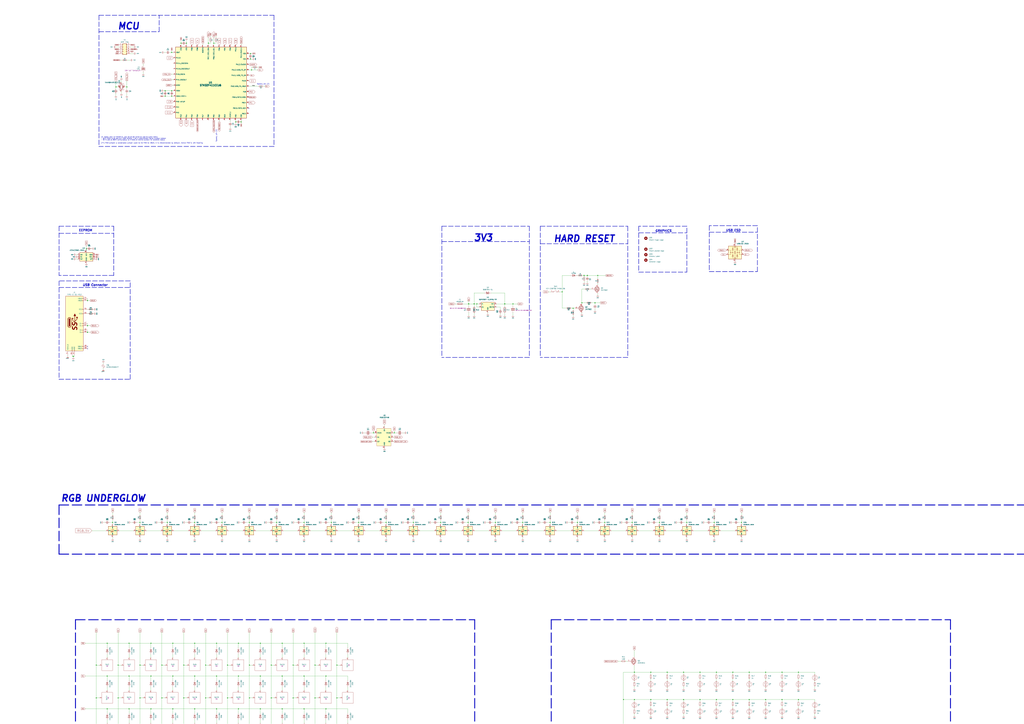
<source format=kicad_sch>
(kicad_sch (version 20211123) (generator eeschema)
  (paper "A0")
  (title_block (title "SharkPCB") (date "2022-01-31") (rev "V2.0.1") (company "Designed by Gondolindrim"))
  (junction (at 162.56 772.795))
  (junction (at 289.56 607.06) (diameter 0.9144))
  (junction (at 378.46 861.695))
  (junction (at 850.9 812.8) (diameter 0.9144))
  (junction (at 290.83 62.23))
  (junction (at 187.96 772.795))
  (junction (at 111.76 848.995))
  (junction (at 391.16 810.895))
  (junction (at 340.36 772.795))
  (junction (at 187.96 810.895))
  (junction (at 321.31 607.06) (diameter 0.9144))
  (junction (at 226.06 861.695))
  (junction (at 124.46 823.595))
  (junction (at 850.9 895.35))
  (junction (at 908.05 876.3))
  (junction (at 365.76 810.895))
  (junction (at 511.81 607.06) (diameter 0.9144))
  (junction (at 251.46 878.205))
  (junction (at 101.6 349.25) (diameter 1.016))
  (junction (at 273.685 141.605))
  (junction (at 213.36 810.895))
  (junction (at 314.96 772.795))
  (junction (at 111.76 810.895))
  (junction (at 162.56 810.895))
  (junction (at 736.6 781.05) (diameter 0.9144))
  (junction (at 765.81 607.06) (diameter 0.9144))
  (junction (at 575.31 607.06) (diameter 0.9144))
  (junction (at 850.9 781.05) (diameter 0.9144))
  (junction (at 543.56 607.06) (diameter 0.9144))
  (junction (at 162.56 848.995))
  (junction (at 293.37 887.095))
  (junction (at 111.76 772.795))
  (junction (at 365.76 848.995))
  (junction (at 175.26 823.595))
  (junction (at 908.05 844.55) (diameter 0.9144))
  (junction (at 302.26 861.695))
  (junction (at 607.06 607.06) (diameter 0.9144))
  (junction (at 831.85 812.8) (diameter 0.9144))
  (junction (at 149.86 823.595))
  (junction (at 124.46 785.495))
  (junction (at 774.7 876.3) (diameter 0.9144))
  (junction (at 276.86 785.495))
  (junction (at 723.9 844.55))
  (junction (at 755.65 876.3) (diameter 0.9144))
  (junction (at 378.46 747.395))
  (junction (at 831.85 844.55) (diameter 0.9144))
  (junction (at 191.77 105.41) (diameter 0.9144))
  (junction (at 927.1 844.55) (diameter 0.9144))
  (junction (at 353.06 785.495))
  (junction (at 861.06 607.06) (diameter 0.9144))
  (junction (at 755.65 844.55) (diameter 0.9144))
  (junction (at 736.6 812.8) (diameter 0.9144))
  (junction (at 276.86 823.595))
  (junction (at 302.26 747.395))
  (junction (at 797.56 607.06) (diameter 0.9144))
  (junction (at 302.26 823.595))
  (junction (at 200.66 747.395))
  (junction (at 678.18 320.04) (diameter 1.016))
  (junction (at 124.46 747.395))
  (junction (at 251.46 785.495))
  (junction (at 187.96 848.995))
  (junction (at 292.1 81.28))
  (junction (at 302.26 785.495))
  (junction (at 251.46 747.395))
  (junction (at 147.32 100.965) (diameter 0.9144))
  (junction (at 850.9 876.3) (diameter 0.9144))
  (junction (at 457.835 502.92))
  (junction (at 416.56 607.06) (diameter 0.9144))
  (junction (at 889 812.8) (diameter 0.9144))
  (junction (at 690.88 351.79))
  (junction (at 340.36 810.895))
  (junction (at 553.72 353.06))
  (junction (at 734.06 607.06) (diameter 0.9144))
  (junction (at 831.85 885.19))
  (junction (at 433.705 502.92))
  (junction (at 289.56 848.995))
  (junction (at 327.66 861.695))
  (junction (at 378.46 823.595))
  (junction (at 191.77 111.76) (diameter 0.9144))
  (junction (at 149.86 861.695))
  (junction (at 302.26 878.205))
  (junction (at 289.56 810.895))
  (junction (at 353.06 823.595))
  (junction (at 384.81 607.06) (diameter 0.9144))
  (junction (at 213.36 848.995))
  (junction (at 869.95 844.55) (diameter 0.9144))
  (junction (at 199.39 105.41) (diameter 0.9144))
  (junction (at 200.66 861.695))
  (junction (at 353.06 607.06) (diameter 0.9144))
  (junction (at 927.1 812.8) (diameter 0.9144))
  (junction (at 242.57 887.095))
  (junction (at 134.62 100.965) (diameter 0.9144))
  (junction (at 755.65 781.05) (diameter 0.9144))
  (junction (at 238.76 810.895))
  (junction (at 723.9 812.8))
  (junction (at 175.26 785.495))
  (junction (at 238.76 772.795))
  (junction (at 638.81 607.06) (diameter 0.9144))
  (junction (at 774.7 844.55) (diameter 0.9144))
  (junction (at 194.31 607.06) (diameter 0.9144))
  (junction (at 264.16 848.995))
  (junction (at 200.66 823.595))
  (junction (at 340.36 848.995))
  (junction (at 327.66 823.595))
  (junction (at 702.31 607.06) (diameter 0.9144))
  (junction (at 276.86 861.695))
  (junction (at 774.7 781.05) (diameter 0.9144))
  (junction (at 100.33 288.925) (diameter 0.9144))
  (junction (at 927.1 876.3))
  (junction (at 257.81 607.06) (diameter 0.9144))
  (junction (at 290.83 68.58))
  (junction (at 365.76 772.795))
  (junction (at 889 876.3))
  (junction (at 829.31 607.06) (diameter 0.9144))
  (junction (at 101.6 386.08) (diameter 1.016))
  (junction (at 130.81 607.06) (diameter 0.9144))
  (junction (at 353.06 747.395))
  (junction (at 149.86 785.495))
  (junction (at 889 844.55) (diameter 0.9144))
  (junction (at 544.195 353.06) (diameter 1.016))
  (junction (at 175.26 861.695))
  (junction (at 276.86 878.205))
  (junction (at 124.46 861.695))
  (junction (at 812.8 781.05) (diameter 0.9144))
  (junction (at 670.56 607.06) (diameter 0.9144))
  (junction (at 927.1 781.05) (diameter 0.9144))
  (junction (at 175.26 747.395))
  (junction (at 850.9 885.19))
  (junction (at 226.06 607.06) (diameter 0.9144))
  (junction (at 812.8 844.55) (diameter 0.9144))
  (junction (at 200.66 785.495))
  (junction (at 226.06 747.395))
  (junction (at 652.78 339.09))
  (junction (at 199.39 111.76) (diameter 0.9144))
  (junction (at 736.6 844.55) (diameter 0.9144))
  (junction (at 137.16 772.795))
  (junction (at 248.285 50.165) (diameter 0.9144))
  (junction (at 149.86 747.395))
  (junction (at 353.06 861.695))
  (junction (at 448.31 607.06) (diameter 0.9144))
  (junction (at 391.16 848.995))
  (junction (at 889 781.05) (diameter 0.9144))
  (junction (at 681.99 320.04) (diameter 1.016))
  (junction (at 694.055 320.04))
  (junction (at 101.6 378.46) (diameter 1.016))
  (junction (at 831.85 876.3) (diameter 0.9144))
  (junction (at 199.39 60.96) (diameter 0.9144))
  (junction (at 391.16 772.795))
  (junction (at 226.06 823.595))
  (junction (at 137.16 848.995))
  (junction (at 793.75 781.05) (diameter 0.9144))
  (junction (at 665.48 358.14))
  (junction (at 314.96 810.895))
  (junction (at 85.09 414.02) (diameter 1.016))
  (junction (at 251.46 861.695))
  (junction (at 736.6 876.3) (diameter 0.9144))
  (junction (at 378.46 785.495))
  (junction (at 327.66 747.395))
  (junction (at 595.63 353.06))
  (junction (at 314.96 848.995))
  (junction (at 241.935 50.165) (diameter 0.9144))
  (junction (at 550.545 353.06) (diameter 1.016))
  (junction (at 908.05 812.8) (diameter 0.9144))
  (junction (at 831.85 781.05) (diameter 0.9144))
  (junction (at 755.65 812.8) (diameter 0.9144))
  (junction (at 210.185 50.165) (diameter 0.9144))
  (junction (at 869.95 781.05) (diameter 0.9144))
  (junction (at 327.66 785.495))
  (junction (at 869.95 895.35))
  (junction (at 251.46 823.595))
  (junction (at 216.535 50.165) (diameter 0.9144))
  (junction (at 280.035 141.605))
  (junction (at 908.05 781.05) (diameter 0.9144))
  (junction (at 831.85 895.35))
  (junction (at 793.75 844.55) (diameter 0.9144))
  (junction (at 812.8 812.8) (diameter 0.9144))
  (junction (at 480.06 607.06) (diameter 0.9144))
  (junction (at 226.06 785.495))
  (junction (at 869.95 876.3))
  (junction (at 869.95 812.8) (diameter 0.9144))
  (junction (at 586.105 353.06) (diameter 1.016))
  (junction (at 162.56 607.06) (diameter 0.9144))
  (junction (at 850.9 844.55) (diameter 0.9144))
  (junction (at 137.16 810.895))
  (junction (at 267.97 887.095))
  (junction (at 238.76 848.995))
  (junction (at 812.8 876.3) (diameter 0.9144))
  (junction (at 774.7 812.8) (diameter 0.9144))
  (junction (at 213.36 772.795))
  (junction (at 793.75 812.8) (diameter 0.9144))
  (junction (at 264.16 810.895))
  (junction (at 869.95 885.19))
  (junction (at 264.16 772.795))
  (junction (at 289.56 772.795))
  (junction (at 675.64 351.79))
  (junction (at 276.86 747.395))
  (junction (at 793.75 876.3) (diameter 0.9144))
  (no_connect (at 444.5 969.01))
  (no_connect (at 444.5 981.71))
  (no_connect (at 381 981.71))
  (no_connect (at 101.6 402.59))
  (no_connect (at 381 956.31))
  (no_connect (at 101.6 405.13))
  (no_connect (at 381 969.01))
  (no_connect (at 288.925 125.73))
  (wire (pts (xy 869.95 883.92) (xy 869.95 885.19)))
  (wire (pts (xy 290.83 68.58) (xy 288.925 68.58)))
  (wire (pts (xy 289.56 848.995) (xy 293.37 848.995)))
  (wire (pts (xy 149.86 785.495) (xy 175.26 785.495)))
  (wire (pts (xy 446.405 493.395) (xy 446.405 495.3)))
  (wire (pts (xy 210.185 46.99) (xy 210.185 50.165)))
  (wire (pts (xy 946.15 876.3) (xy 946.15 878.84)))
  (wire (pts (xy 280.035 141.605) (xy 280.035 143.51)))
  (wire (pts (xy 254.635 139.7) (xy 254.635 140.97)))
  (wire (pts (xy 289.56 887.095) (xy 293.37 887.095)))
  (wire (pts (xy 717.55 768.35) (xy 721.36 768.35)))
  (wire (pts (xy 480.06 595.63) (xy 480.06 598.805)))
  (wire (pts (xy 774.7 781.05) (xy 774.7 783.59)))
  (polyline (pts (xy 640.08 720.09) (xy 1103.63 720.09)) (stroke (width 1.016) (type dash)))
  (wire (pts (xy 199.39 111.76) (xy 191.77 111.76)))
  (polyline (pts (xy 68.58 262.89) (xy 132.08 262.89)) (stroke (width 0.508) (type dash)))
  (wire (pts (xy 111.76 810.895) (xy 115.57 810.895)))
  (wire (pts (xy 353.06 747.395) (xy 353.06 752.475)))
  (wire (pts (xy 111.76 772.795) (xy 115.57 772.795)))
  (wire (pts (xy 124.46 823.595) (xy 124.46 828.675)))
  (polyline (pts (xy 1103.63 1005.84) (xy 640.08 1005.84)) (stroke (width 1.016) (type dash)))
  (wire (pts (xy 774.7 876.3) (xy 793.75 876.3)))
  (wire (pts (xy 314.96 848.995) (xy 318.77 848.995)))
  (wire (pts (xy 678.18 326.39) (xy 678.18 328.295)))
  (polyline (pts (xy 741.68 316.23) (xy 797.56 316.23)) (stroke (width 0.508) (type dash)))
  (wire (pts (xy 575.31 603.885) (xy 575.31 607.06)))
  (polyline (pts (xy 114.935 36.83) (xy 184.785 36.83)) (stroke (width 0.508) (type dash)))
  (polyline (pts (xy 87.63 720.09) (xy 551.18 720.09)) (stroke (width 1.016) (type dash)))
  (wire (pts (xy 238.76 734.695) (xy 238.76 772.795)))
  (polyline (pts (xy 68.58 440.69) (xy 151.13 440.69)) (stroke (width 0.508) (type dash)))
  (wire (pts (xy 403.86 874.395) (xy 403.86 878.205)))
  (wire (pts (xy 288.925 81.28) (xy 292.1 81.28)))
  (wire (pts (xy 166.37 74.295) (xy 166.37 76.2)))
  (wire (pts (xy 327.66 798.195) (xy 327.66 802.005)))
  (wire (pts (xy 321.31 607.06) (xy 321.31 608.965)))
  (wire (pts (xy 480.06 624.205) (xy 480.06 626.11)))
  (wire (pts (xy 293.37 888.365) (xy 294.64 888.365)))
  (wire (pts (xy 302.26 823.595) (xy 327.66 823.595)))
  (wire (pts (xy 365.76 734.695) (xy 365.76 772.795)))
  (wire (pts (xy 378.46 747.395) (xy 378.46 752.475)))
  (wire (pts (xy 340.36 810.895) (xy 340.36 848.995)))
  (wire (pts (xy 317.5 607.06) (xy 321.31 607.06)))
  (wire (pts (xy 850.9 885.19) (xy 850.9 886.46)))
  (wire (pts (xy 838.2 894.08) (xy 838.2 895.35)))
  (wire (pts (xy 793.75 829.31) (xy 793.75 831.85)))
  (wire (pts (xy 831.85 844.55) (xy 831.85 847.09)))
  (wire (pts (xy 137.16 772.795) (xy 137.16 810.895)))
  (wire (pts (xy 226.06 747.395) (xy 226.06 752.475)))
  (wire (pts (xy 238.76 810.895) (xy 242.57 810.895)))
  (wire (pts (xy 869.95 781.05) (xy 869.95 783.59)))
  (wire (pts (xy 665.48 358.14) (xy 668.02 358.14)))
  (polyline (pts (xy 614.68 415.29) (xy 513.08 415.29)) (stroke (width 0.508) (type dash)))
  (wire (pts (xy 140.97 93.345) (xy 140.97 95.885)))
  (wire (pts (xy 391.16 772.795) (xy 391.16 810.895)))
  (wire (pts (xy 736.6 812.8) (xy 723.9 812.8)))
  (polyline (pts (xy 318.135 17.78) (xy 318.135 170.18)) (stroke (width 0.508) (type dash)))
  (wire (pts (xy 694.055 342.9) (xy 694.055 340.995)))
  (wire (pts (xy 927.1 876.3) (xy 946.15 876.3)))
  (polyline (pts (xy 68.58 271.145) (xy 132.08 271.145)) (stroke (width 0.508) (type dash)))
  (wire (pts (xy 831.85 812.8) (xy 831.85 815.34)))
  (wire (pts (xy 908.05 876.3) (xy 908.05 878.84)))
  (wire (pts (xy 869.95 876.3) (xy 869.95 878.84)))
  (wire (pts (xy 120.015 427.99) (xy 120.015 429.26)))
  (wire (pts (xy 927.1 830.58) (xy 927.1 831.85)))
  (wire (pts (xy 544.195 353.06) (xy 544.195 355.6)))
  (wire (pts (xy 675.64 351.79) (xy 675.64 335.915)))
  (wire (pts (xy 730.25 607.06) (xy 734.06 607.06)))
  (wire (pts (xy 251.46 760.095) (xy 251.46 763.905)))
  (wire (pts (xy 675.64 351.79) (xy 675.64 353.06)))
  (wire (pts (xy 946.15 812.8) (xy 946.15 815.34)))
  (wire (pts (xy 302.26 836.295) (xy 302.26 840.105)))
  (wire (pts (xy 755.65 894.08) (xy 755.65 895.35)))
  (wire (pts (xy 162.56 603.885) (xy 162.56 607.06)))
  (wire (pts (xy 107.95 359.41) (xy 108.585 359.41)))
  (wire (pts (xy 314.96 848.995) (xy 314.96 887.095)))
  (wire (pts (xy 175.26 861.695) (xy 175.26 866.775)))
  (wire (pts (xy 755.65 862.33) (xy 755.65 863.6)))
  (wire (pts (xy 927.1 781.05) (xy 946.15 781.05)))
  (wire (pts (xy 812.8 830.58) (xy 812.8 831.85)))
  (wire (pts (xy 603.25 607.06) (xy 607.06 607.06)))
  (wire (pts (xy 353.06 861.695) (xy 378.46 861.695)))
  (wire (pts (xy 638.81 624.205) (xy 638.81 626.11)))
  (wire (pts (xy 267.97 887.095) (xy 267.97 888.365)))
  (wire (pts (xy 251.46 823.595) (xy 276.86 823.595)))
  (wire (pts (xy 831.85 812.8) (xy 850.9 812.8)))
  (wire (pts (xy 244.475 50.165) (xy 244.475 48.895)))
  (wire (pts (xy 137.16 848.995) (xy 137.16 887.095)))
  (wire (pts (xy 812.8 812.8) (xy 812.8 815.34)))
  (wire (pts (xy 511.81 607.06) (xy 511.81 608.965)))
  (wire (pts (xy 149.86 874.395) (xy 149.86 878.205)))
  (wire (pts (xy 257.81 603.885) (xy 257.81 607.06)))
  (wire (pts (xy 213.36 810.895) (xy 217.17 810.895)))
  (wire (pts (xy 162.56 772.795) (xy 162.56 810.895)))
  (wire (pts (xy 889 798.83) (xy 889 800.1)))
  (wire (pts (xy 857.25 885.19) (xy 857.25 886.46)))
  (wire (pts (xy 407.67 607.06) (xy 405.765 607.06)))
  (polyline (pts (xy 1103.63 720.09) (xy 1103.63 1005.84)) (stroke (width 1.016) (type dash)))
  (wire (pts (xy 631.19 616.585) (xy 614.68 616.585)))
  (wire (pts (xy 187.96 772.795) (xy 187.96 810.895)))
  (wire (pts (xy 378.46 874.395) (xy 378.46 878.205)))
  (wire (pts (xy 226.06 861.695) (xy 251.46 861.695)))
  (wire (pts (xy 123.19 616.585) (xy 106.68 616.585)))
  (wire (pts (xy 226.06 607.06) (xy 226.06 608.965)))
  (wire (pts (xy 774.7 852.17) (xy 774.7 854.71)))
  (wire (pts (xy 162.56 624.205) (xy 162.56 626.11)))
  (wire (pts (xy 120.015 421.64) (xy 120.015 422.91)))
  (wire (pts (xy 502.92 607.06) (xy 501.015 607.06)))
  (wire (pts (xy 831.85 876.3) (xy 831.85 878.84)))
  (wire (pts (xy 416.56 595.63) (xy 416.56 598.805)))
  (wire (pts (xy 340.36 772.795) (xy 340.36 810.895)))
  (wire (pts (xy 327.66 785.495) (xy 327.66 790.575)))
  (wire (pts (xy 302.26 823.595) (xy 302.26 828.675)))
  (wire (pts (xy 257.81 624.205) (xy 257.81 626.11)))
  (wire (pts (xy 276.86 760.095) (xy 276.86 763.905)))
  (wire (pts (xy 850.9 883.92) (xy 850.9 885.19)))
  (wire (pts (xy 403.86 861.695) (xy 403.86 866.775)))
  (wire (pts (xy 276.86 874.395) (xy 276.86 878.205)))
  (wire (pts (xy 433.705 502.92) (xy 434.975 502.92)))
  (wire (pts (xy 251.46 861.695) (xy 251.46 866.775)))
  (wire (pts (xy 431.165 502.92) (xy 433.705 502.92)))
  (polyline (pts (xy 68.58 262.89) (xy 68.58 320.04)) (stroke (width 0.508) (type dash)))
  (wire (pts (xy 137.16 887.095) (xy 140.97 887.095)))
  (wire (pts (xy 200.66 785.495) (xy 200.66 790.575)))
  (wire (pts (xy 187.96 848.995) (xy 187.96 887.095)))
  (wire (pts (xy 199.39 59.055) (xy 199.39 60.96)))
  (wire (pts (xy 199.39 60.96) (xy 201.295 60.96)))
  (wire (pts (xy 723.9 812.8) (xy 723.9 781.05)))
  (wire (pts (xy 213.36 887.095) (xy 217.17 887.095)))
  (wire (pts (xy 391.16 734.695) (xy 391.16 772.795)))
  (wire (pts (xy 457.835 502.92) (xy 457.835 501.015)))
  (wire (pts (xy 353.06 747.395) (xy 378.46 747.395)))
  (wire (pts (xy 200.66 861.695) (xy 200.66 866.775)))
  (wire (pts (xy 927.1 876.3) (xy 927.1 878.84)))
  (wire (pts (xy 199.39 111.76) (xy 199.39 111.125)))
  (wire (pts (xy 200.66 836.295) (xy 200.66 840.105)))
  (wire (pts (xy 681.99 320.04) (xy 678.18 320.04)))
  (wire (pts (xy 412.75 607.06) (xy 416.56 607.06)))
  (wire (pts (xy 736.6 755.65) (xy 736.6 763.27)))
  (polyline (pts (xy 1205.23 586.74) (xy 1205.23 643.89)) (stroke (width 1.016) (type dash)))
  (wire (pts (xy 581.025 356.87) (xy 581.025 359.41)))
  (wire (pts (xy 638.81 595.63) (xy 638.81 598.805)))
  (wire (pts (xy 378.46 785.495) (xy 403.86 785.495)))
  (wire (pts (xy 280.035 141.605) (xy 280.035 139.7)))
  (wire (pts (xy 226.06 595.63) (xy 226.06 598.805)))
  (polyline (pts (xy 68.58 334.01) (xy 151.13 334.01)) (stroke (width 0.508) (type dash)))
  (wire (pts (xy 550.545 340.36) (xy 550.545 353.06)))
  (wire (pts (xy 543.56 624.205) (xy 543.56 626.11)))
  (wire (pts (xy 289.56 603.885) (xy 289.56 607.06)))
  (polyline (pts (xy 640.08 720.09) (xy 640.08 1005.84)) (stroke (width 1.016) (type dash)))
  (wire (pts (xy 831.85 895.35) (xy 831.85 896.62)))
  (wire (pts (xy 736.6 886.46) (xy 736.6 887.73)))
  (wire (pts (xy 444.5 607.06) (xy 448.31 607.06)))
  (wire (pts (xy 264.16 887.095) (xy 267.97 887.095)))
  (wire (pts (xy 353.06 595.63) (xy 353.06 598.805)))
  (wire (pts (xy 99.06 747.395) (xy 124.46 747.395)))
  (wire (pts (xy 831.85 788.67) (xy 831.85 791.21)))
  (wire (pts (xy 736.6 844.55) (xy 736.6 847.09)))
  (wire (pts (xy 200.66 760.095) (xy 200.66 763.905)))
  (wire (pts (xy 869.95 788.67) (xy 869.95 791.21)))
  (wire (pts (xy 946.15 829.31) (xy 946.15 831.85)))
  (wire (pts (xy 556.26 356.87) (xy 553.72 356.87)))
  (wire (pts (xy 162.56 848.995) (xy 162.56 887.095)))
  (polyline (pts (xy 132.08 262.89) (xy 132.08 320.04)) (stroke (width 0.508) (type dash)))
  (wire (pts (xy 276.86 747.395) (xy 302.26 747.395)))
  (wire (pts (xy 825.5 607.06) (xy 829.31 607.06)))
  (wire (pts (xy 448.31 595.63) (xy 448.31 598.805)))
  (wire (pts (xy 281.94 616.585) (xy 265.43 616.585)))
  (wire (pts (xy 384.81 595.63) (xy 384.81 598.805)))
  (wire (pts (xy 149.86 861.695) (xy 149.86 866.775)))
  (wire (pts (xy 946.15 797.56) (xy 946.15 800.1)))
  (wire (pts (xy 734.06 595.63) (xy 734.06 598.805)))
  (wire (pts (xy 927.1 844.55) (xy 927.1 847.09)))
  (wire (pts (xy 199.39 106.045) (xy 199.39 105.41)))
  (wire (pts (xy 595.63 353.06) (xy 601.345 353.06)))
  (wire (pts (xy 857.25 894.08) (xy 857.25 895.35)))
  (wire (pts (xy 289.56 772.795) (xy 289.56 810.895)))
  (wire (pts (xy 302.26 760.095) (xy 302.26 763.905)))
  (wire (pts (xy 238.76 848.995) (xy 242.57 848.995)))
  (wire (pts (xy 850.9 876.3) (xy 869.95 876.3)))
  (wire (pts (xy 149.86 861.695) (xy 175.26 861.695)))
  (wire (pts (xy 480.06 603.885) (xy 480.06 607.06)))
  (wire (pts (xy 264.16 772.795) (xy 267.97 772.795)))
  (wire (pts (xy 797.56 607.06) (xy 797.56 608.965)))
  (wire (pts (xy 690.88 351.79) (xy 697.23 351.79)))
  (polyline (pts (xy 551.18 1005.84) (xy 87.63 1005.84)) (stroke (width 1.016) (type dash)))
  (wire (pts (xy 280.035 50.8) (xy 280.035 52.07)))
  (wire (pts (xy 251.46 878.205) (xy 252.73 878.205)))
  (wire (pts (xy 831.85 852.17) (xy 831.85 854.71)))
  (wire (pts (xy 889 876.3) (xy 908.05 876.3)))
  (wire (pts (xy 908.05 820.42) (xy 908.05 822.96)))
  (wire (pts (xy 139.7 69.85) (xy 142.24 69.85)))
  (wire (pts (xy 285.75 607.06) (xy 289.56 607.06)))
  (wire (pts (xy 702.31 624.205) (xy 702.31 626.11)))
  (wire (pts (xy 471.17 607.06) (xy 469.265 607.06)))
  (wire (pts (xy 241.935 50.165) (xy 244.475 50.165)))
  (wire (pts (xy 681.99 320.04) (xy 694.055 320.04)))
  (wire (pts (xy 681.99 326.39) (xy 681.99 328.295)))
  (wire (pts (xy 149.86 823.595) (xy 149.86 828.675)))
  (wire (pts (xy 149.86 747.395) (xy 175.26 747.395)))
  (wire (pts (xy 725.17 607.06) (xy 723.265 607.06)))
  (wire (pts (xy 244.475 41.91) (xy 244.475 43.815)))
  (wire (pts (xy 607.06 607.06) (xy 607.06 608.965)))
  (wire (pts (xy 850.9 781.05) (xy 869.95 781.05)))
  (wire (pts (xy 908.05 876.3) (xy 927.1 876.3)))
  (wire (pts (xy 946.15 854.71) (xy 946.15 855.98)))
  (wire (pts (xy 595.63 363.22) (xy 595.63 366.395)))
  (wire (pts (xy 381 607.06) (xy 384.81 607.06)))
  (wire (pts (xy 88.265 295.91) (xy 90.17 295.91)))
  (wire (pts (xy 235.585 50.8) (xy 235.585 52.07)))
  (wire (pts (xy 85.09 414.02) (xy 85.09 415.29)))
  (wire (pts (xy 222.25 607.06) (xy 226.06 607.06)))
  (wire (pts (xy 276.86 836.295) (xy 276.86 840.105)))
  (wire (pts (xy 154.94 62.23) (xy 151.13 62.23)))
  (wire (pts (xy 149.86 785.495) (xy 149.86 790.575)))
  (polyline (pts (xy 114.935 17.78) (xy 114.935 170.18)) (stroke (width 0.508) (type dash)))
  (wire (pts (xy 200.66 747.395) (xy 226.06 747.395)))
  (wire (pts (xy 267.335 139.7) (xy 267.335 141.605)))
  (wire (pts (xy 191.77 106.045) (xy 191.77 105.41)))
  (wire (pts (xy 876.3 885.19) (xy 876.3 886.46)))
  (wire (pts (xy 755.65 876.3) (xy 774.7 876.3)))
  (wire (pts (xy 251.46 861.695) (xy 276.86 861.695)))
  (wire (pts (xy 566.42 607.06) (xy 564.515 607.06)))
  (wire (pts (xy 200.66 798.195) (xy 200.66 802.005)))
  (polyline (pts (xy 184.785 36.83) (xy 184.785 17.78)) (stroke (width 0.508) (type dash)))
  (wire (pts (xy 302.26 861.695) (xy 327.66 861.695)))
  (wire (pts (xy 908.05 788.67) (xy 908.05 791.21)))
  (wire (pts (xy 869.95 862.33) (xy 869.95 863.6)))
  (wire (pts (xy 797.56 603.885) (xy 797.56 607.06)))
  (wire (pts (xy 254 607.06) (xy 257.81 607.06)))
  (wire (pts (xy 666.75 607.06) (xy 670.56 607.06)))
  (wire (pts (xy 861.06 607.06) (xy 861.06 608.965)))
  (wire (pts (xy 226.06 798.195) (xy 226.06 802.005)))
  (wire (pts (xy 302.26 861.695) (xy 302.26 866.775)))
  (wire (pts (xy 869.95 812.8) (xy 889 812.8)))
  (wire (pts (xy 391.16 772.795) (xy 394.97 772.795)))
  (wire (pts (xy 736.6 844.55) (xy 723.9 844.55)))
  (wire (pts (xy 829.31 595.63) (xy 829.31 598.805)))
  (wire (pts (xy 736.6 892.81) (xy 736.6 895.35)))
  (wire (pts (xy 292.1 78.105) (xy 293.37 78.105)))
  (wire (pts (xy 226.06 785.495) (xy 226.06 790.575)))
  (wire (pts (xy 793.75 812.8) (xy 793.75 815.34)))
  (wire (pts (xy 734.06 603.885) (xy 734.06 607.06)))
  (wire (pts (xy 288.925 100.33) (xy 300.355 100.33)))
  (wire (pts (xy 289.56 595.63) (xy 289.56 598.805)))
  (polyline (pts (xy 551.18 720.09) (xy 551.18 1005.84)) (stroke (width 1.016) (type dash)))
  (wire (pts (xy 416.56 624.205) (xy 416.56 626.11)))
  (wire (pts (xy 675.64 351.79) (xy 681.355 351.79)))
  (wire (pts (xy 439.42 607.06) (xy 437.515 607.06)))
  (wire (pts (xy 690.88 360.68) (xy 690.88 358.775)))
  (wire (pts (xy 511.81 603.885) (xy 511.81 607.06)))
  (wire (pts (xy 812.8 781.05) (xy 831.85 781.05)))
  (wire (pts (xy 758.19 616.585) (xy 741.68 616.585)))
  (wire (pts (xy 850.9 895.35) (xy 850.9 896.62)))
  (wire (pts (xy 850.9 830.58) (xy 850.9 831.85)))
  (wire (pts (xy 124.46 785.495) (xy 124.46 790.575)))
  (wire (pts (xy 378.46 798.195) (xy 378.46 802.005)))
  (wire (pts (xy 199.39 111.76) (xy 201.295 111.76)))
  (wire (pts (xy 889 883.92) (xy 889 886.46)))
  (wire (pts (xy 111.76 848.995) (xy 115.57 848.995)))
  (wire (pts (xy 378.46 823.595) (xy 378.46 828.675)))
  (wire (pts (xy 226.06 760.095) (xy 226.06 763.905)))
  (wire (pts (xy 850.9 812.8) (xy 850.9 815.34)))
  (wire (pts (xy 353.06 785.495) (xy 353.06 790.575)))
  (wire (pts (xy 238.76 810.895) (xy 238.76 848.995)))
  (wire (pts (xy 793.75 607.06) (xy 797.56 607.06)))
  (wire (pts (xy 200.66 861.695) (xy 226.06 861.695)))
  (wire (pts (xy 681.99 320.04) (xy 681.99 321.31)))
  (wire (pts (xy 755.65 788.67) (xy 755.65 791.21)))
  (wire (pts (xy 238.76 772.795) (xy 238.76 810.895)))
  (wire (pts (xy 83.82 412.75) (xy 83.82 414.02)))
  (wire (pts (xy 793.75 822.96) (xy 793.75 824.23)))
  (polyline (pts (xy 614.68 262.89) (xy 614.68 415.29)) (stroke (width 0.508) (type dash)))
  (wire (pts (xy 793.75 791.21) (xy 793.75 792.48)))
  (wire (pts (xy 831.85 894.08) (xy 831.85 895.35)))
  (wire (pts (xy 298.45 78.105) (xy 300.355 78.105)))
  (wire (pts (xy 850.9 862.33) (xy 850.9 863.6)))
  (wire (pts (xy 187.96 887.095) (xy 191.77 887.095)))
  (wire (pts (xy 280.035 141.605) (xy 279.4 141.605)))
  (wire (pts (xy 448.31 624.205) (xy 448.31 626.11)))
  (wire (pts (xy 946.15 781.05) (xy 946.15 783.59)))
  (wire (pts (xy 276.86 785.495) (xy 302.26 785.495)))
  (wire (pts (xy 469.265 502.92) (xy 467.995 502.92)))
  (wire (pts (xy 327.66 823.595) (xy 353.06 823.595)))
  (wire (pts (xy 535.94 616.585) (xy 519.43 616.585)))
  (wire (pts (xy 213.36 734.695) (xy 213.36 772.795)))
  (wire (pts (xy 257.81 595.63) (xy 257.81 598.805)))
  (wire (pts (xy 425.45 957.58) (xy 425.45 956.31)))
  (wire (pts (xy 694.055 320.04) (xy 694.055 323.85)))
  (wire (pts (xy 314.96 887.095) (xy 318.77 887.095)))
  (wire (pts (xy 264.16 772.795) (xy 264.16 810.895)))
  (wire (pts (xy 853.44 616.585) (xy 836.93 616.585)))
  (wire (pts (xy 226.06 624.205) (xy 226.06 626.11)))
  (wire (pts (xy 889 781.05) (xy 908.05 781.05)))
  (wire (pts (xy 675.64 363.22) (xy 675.64 364.49)))
  (wire (pts (xy 378.46 861.695) (xy 378.46 866.775)))
  (wire (pts (xy 217.17 607.06) (xy 215.265 607.06)))
  (wire (pts (xy 831.85 820.42) (xy 831.85 822.96)))
  (wire (pts (xy 812.8 812.8) (xy 831.85 812.8)))
  (wire (pts (xy 327.66 874.395) (xy 327.66 878.205)))
  (wire (pts (xy 812.8 862.33) (xy 812.8 863.6)))
  (wire (pts (xy 575.31 624.205) (xy 575.31 626.11)))
  (wire (pts (xy 107.95 364.49) (xy 108.585 364.49)))
  (wire (pts (xy 927.1 852.17) (xy 927.1 854.71)))
  (wire (pts (xy 200.66 874.395) (xy 200.66 878.205)))
  (wire (pts (xy 321.31 595.63) (xy 321.31 598.805)))
  (polyline (pts (xy 132.08 320.04) (xy 68.58 320.04)) (stroke (width 0.508) (type dash)))
  (wire (pts (xy 200.66 823.595) (xy 226.06 823.595)))
  (wire (pts (xy 869.95 820.42) (xy 869.95 822.96)))
  (wire (pts (xy 765.81 603.885) (xy 765.81 607.06)))
  (wire (pts (xy 391.16 810.895) (xy 391.16 848.995)))
  (wire (pts (xy 684.53 335.915) (xy 686.435 335.915)))
  (wire (pts (xy 321.31 603.885) (xy 321.31 607.06)))
  (wire (pts (xy 290.83 62.23) (xy 288.925 62.23)))
  (wire (pts (xy 812.8 894.08) (xy 812.8 895.35)))
  (wire (pts (xy 927.1 788.67) (xy 927.1 791.21)))
  (wire (pts (xy 908.05 844.55) (xy 927.1 844.55)))
  (wire (pts (xy 869.95 885.19) (xy 876.3 885.19)))
  (wire (pts (xy 553.72 353.06) (xy 556.26 353.06)))
  (wire (pts (xy 403.86 823.595) (xy 403.86 828.675)))
  (wire (pts (xy 831.85 885.19) (xy 838.2 885.19)))
  (wire (pts (xy 946.15 791.21) (xy 946.15 792.48)))
  (wire (pts (xy 797.56 624.205) (xy 797.56 626.11)))
  (wire (pts (xy 755.65 844.55) (xy 755.65 847.09)))
  (wire (pts (xy 698.5 607.06) (xy 702.31 607.06)))
  (wire (pts (xy 199.39 105.41) (xy 201.295 105.41)))
  (wire (pts (xy 793.75 812.8) (xy 812.8 812.8)))
  (wire (pts (xy 850.9 885.19) (xy 857.25 885.19)))
  (wire (pts (xy 292.1 78.105) (xy 292.1 81.28)))
  (wire (pts (xy 599.44 616.585) (xy 582.93 616.585)))
  (wire (pts (xy 755.65 820.42) (xy 755.65 822.96)))
  (polyline (pts (xy 151.13 440.69) (xy 151.13 326.39)) (stroke (width 0.508) (type dash)))
  (wire (pts (xy 440.69 616.585) (xy 424.18 616.585)))
  (wire (pts (xy 175.26 785.495) (xy 175.26 790.575)))
  (wire (pts (xy 226.06 747.395) (xy 251.46 747.395)))
  (wire (pts (xy 567.69 616.585) (xy 551.18 616.585)))
  (polyline (pts (xy 797.56 316.23) (xy 797.56 262.89)) (stroke (width 0.508) (type dash)))
  (wire (pts (xy 762 607.06) (xy 765.81 607.06)))
  (wire (pts (xy 831.85 862.33) (xy 831.85 863.6)))
  (wire (pts (xy 852.17 607.06) (xy 850.265 607.06)))
  (polyline (pts (xy 114.935 17.78) (xy 318.135 17.78)) (stroke (width 0.508) (type dash)))
  (wire (pts (xy 528.32 353.06) (xy 530.225 353.06)))
  (wire (pts (xy 162.56 887.095) (xy 166.37 887.095)))
  (wire (pts (xy 850.9 876.3) (xy 850.9 878.84)))
  (wire (pts (xy 456.565 508) (xy 457.835 508)))
  (wire (pts (xy 226.06 823.595) (xy 251.46 823.595)))
  (wire (pts (xy 175.26 798.195) (xy 175.26 802.005)))
  (wire (pts (xy 736.6 791.21) (xy 736.6 792.48)))
  (wire (pts (xy 276.86 747.395) (xy 276.86 752.475)))
  (wire (pts (xy 111.76 887.095) (xy 115.57 887.095)))
  (wire (pts (xy 124.46 861.695) (xy 124.46 866.775)))
  (wire (pts (xy 946.15 822.96) (xy 946.15 824.23)))
  (wire (pts (xy 111.76 772.795) (xy 111.76 810.895)))
  (wire (pts (xy 101.6 375.92) (xy 101.6 378.46)))
  (wire (pts (xy 365.76 772.795) (xy 365.76 810.895)))
  (wire (pts (xy 838.2 895.35) (xy 831.85 895.35)))
  (polyline (pts (xy 823.595 315.595) (xy 879.475 315.595)) (stroke (width 0.508) (type dash)))
  (wire (pts (xy 850.9 894.08) (xy 850.9 895.35)))
  (wire (pts (xy 290.83 68.58) (xy 292.735 68.58)))
  (wire (pts (xy 635 607.06) (xy 638.81 607.06)))
  (wire (pts (xy 290.83 62.23) (xy 290.83 62.865)))
  (wire (pts (xy 504.19 616.585) (xy 487.68 616.585)))
  (wire (pts (xy 734.06 624.205) (xy 734.06 626.11)))
  (wire (pts (xy 812.8 876.3) (xy 812.8 878.84)))
  (wire (pts (xy 276.86 785.495) (xy 276.86 790.575)))
  (wire (pts (xy 670.56 607.06) (xy 670.56 608.965)))
  (wire (pts (xy 793.75 876.3) (xy 812.8 876.3)))
  (wire (pts (xy 889 781.05) (xy 889 783.59)))
  (wire (pts (xy 693.42 607.06) (xy 691.515 607.06)))
  (wire (pts (xy 869.95 876.3) (xy 889 876.3)))
  (wire (pts (xy 391.16 848.995) (xy 394.97 848.995)))
  (wire (pts (xy 927.1 781.05) (xy 927.1 783.59)))
  (wire (pts (xy 248.285 43.815) (xy 248.285 50.165)))
  (wire (pts (xy 652.78 320.04) (xy 662.305 320.04)))
  (wire (pts (xy 327.66 836.295) (xy 327.66 840.105)))
  (wire (pts (xy 248.285 50.165) (xy 248.285 52.07)))
  (wire (pts (xy 200.66 785.495) (xy 226.06 785.495)))
  (wire (pts (xy 908.05 812.8) (xy 927.1 812.8)))
  (wire (pts (xy 793.75 844.55) (xy 793.75 847.09)))
  (wire (pts (xy 213.36 772.795) (xy 213.36 810.895)))
  (wire (pts (xy 290.83 67.945) (xy 290.83 68.58)))
  (wire (pts (xy 702.31 607.06) (xy 702.31 608.965)))
  (wire (pts (xy 391.16 848.995) (xy 391.16 887.095)))
  (wire (pts (xy 200.66 747.395) (xy 200.66 752.475)))
  (wire (pts (xy 736.6 829.31) (xy 736.6 831.85)))
  (wire (pts (xy 765.81 607.06) (xy 765.81 608.965)))
  (wire (pts (xy 734.06 607.06) (xy 734.06 608.965)))
  (wire (pts (xy 850.9 788.67) (xy 850.9 791.21)))
  (wire (pts (xy 101.6 386.08) (xy 104.775 386.08)))
  (wire (pts (xy 191.77 111.76) (xy 191.77 111.125)))
  (wire (pts (xy 678.18 320.04) (xy 678.18 321.31)))
  (wire (pts (xy 755.65 781.05) (xy 774.7 781.05)))
  (wire (pts (xy 197.485 60.96) (xy 199.39 60.96)))
  (wire (pts (xy 305.435 100.33) (xy 307.975 100.33)))
  (wire (pts (xy 293.37 887.095) (xy 293.37 888.365)))
  (wire (pts (xy 175.26 861.695) (xy 200.66 861.695)))
  (wire (pts (xy 302.26 785.495) (xy 327.66 785.495)))
  (wire (pts (xy 250.825 43.815) (xy 250.825 41.91)))
  (wire (pts (xy 927.1 820.42) (xy 927.1 822.96)))
  (wire (pts (xy 576.58 353.06) (xy 586.105 353.06)))
  (wire (pts (xy 99.06 823.595) (xy 124.46 823.595)))
  (wire (pts (xy 153.67 607.06) (xy 151.765 607.06)))
  (wire (pts (xy 290.83 62.23) (xy 292.735 62.23)))
  (wire (pts (xy 665.48 360.68) (xy 665.48 358.14)))
  (wire (pts (xy 365.76 848.995) (xy 365.76 887.095)))
  (wire (pts (xy 137.16 772.795) (xy 140.97 772.795)))
  (wire (pts (xy 480.06 607.06) (xy 480.06 608.965)))
  (wire (pts (xy 736.6 812.8) (xy 755.65 812.8)))
  (wire (pts (xy 927.1 844.55) (xy 946.15 844.55)))
  (wire (pts (xy 850.9 781.05) (xy 850.9 783.59)))
  (wire (pts (xy 251.46 798.195) (xy 251.46 802.005)))
  (wire (pts (xy 812.8 798.83) (xy 812.8 800.1)))
  (wire (pts (xy 276.86 823.595) (xy 276.86 828.675)))
  (wire (pts (xy 100.33 288.925) (xy 100.965 288.925)))
  (wire (pts (xy 736.6 854.71) (xy 736.6 855.98)))
  (wire (pts (xy 154.94 616.585) (xy 138.43 616.585)))
  (wire (pts (xy 829.31 607.06) (xy 829.31 608.965)))
  (wire (pts (xy 175.26 785.495) (xy 200.66 785.495)))
  (wire (pts (xy 162.56 810.895) (xy 162.56 848.995)))
  (wire (pts (xy 838.2 885.19) (xy 838.2 886.46)))
  (wire (pts (xy 607.06 624.205) (xy 607.06 626.11)))
  (wire (pts (xy 314.96 810.895) (xy 318.77 810.895)))
  (wire (pts (xy 327.66 861.695) (xy 327.66 866.775)))
  (wire (pts (xy 686.435 351.79) (xy 690.88 351.79)))
  (wire (pts (xy 111.76 810.895) (xy 111.76 848.995)))
  (wire (pts (xy 575.31 607.06) (xy 575.31 608.965)))
  (wire (pts (xy 194.31 607.06) (xy 194.31 608.965)))
  (wire (pts (xy 124.46 747.395) (xy 149.86 747.395)))
  (wire (pts (xy 276.86 861.695) (xy 276.86 866.775)))
  (wire (pts (xy 264.16 810.895) (xy 264.16 848.995)))
  (wire (pts (xy 831.85 781.05) (xy 850.9 781.05)))
  (wire (pts (xy 850.9 812.8) (xy 869.95 812.8)))
  (wire (pts (xy 267.97 888.365) (xy 269.24 888.365)))
  (wire (pts (xy 78.74 412.75) (xy 78.74 414.02)))
  (polyline (pts (xy 627.38 283.21) (xy 728.98 283.21)) (stroke (width 0.508) (type dash)))
  (wire (pts (xy 226.06 836.295) (xy 226.06 840.105)))
  (wire (pts (xy 147.32 103.505) (xy 147.32 100.965)))
  (wire (pts (xy 861.06 603.885) (xy 861.06 607.06)))
  (wire (pts (xy 649.605 339.09) (xy 652.78 339.09)))
  (wire (pts (xy 723.9 876.3) (xy 723.9 844.55)))
  (wire (pts (xy 238.76 887.095) (xy 242.57 887.095)))
  (wire (pts (xy 377.19 616.585) (xy 360.68 616.585)))
  (wire (pts (xy 850.9 844.55) (xy 850.9 847.09)))
  (wire (pts (xy 726.44 616.585) (xy 709.93 616.585)))
  (wire (pts (xy 586.105 353.06) (xy 595.63 353.06)))
  (wire (pts (xy 321.31 624.205) (xy 321.31 626.11)))
  (wire (pts (xy 250.19 616.585) (xy 233.68 616.585)))
  (wire (pts (xy 821.69 616.585) (xy 805.18 616.585)))
  (wire (pts (xy 213.36 772.795) (xy 217.17 772.795)))
  (wire (pts (xy 353.06 603.885) (xy 353.06 607.06)))
  (wire (pts (xy 124.46 785.495) (xy 149.86 785.495)))
  (wire (pts (xy 675.64 335.915) (xy 679.45 335.915)))
  (wire (pts (xy 946.15 844.55) (xy 946.15 847.09)))
  (wire (pts (xy 793.75 854.71) (xy 793.75 855.98)))
  (wire (pts (xy 723.9 781.05) (xy 736.6 781.05)))
  (wire (pts (xy 793.75 844.55) (xy 812.8 844.55)))
  (wire (pts (xy 820.42 607.06) (xy 818.515 607.06)))
  (wire (pts (xy 147.32 100.965) (xy 144.78 100.965)))
  (wire (pts (xy 889 876.3) (xy 889 878.84)))
  (polyline (pts (xy 87.63 720.09) (xy 87.63 1005.84)) (stroke (width 1.016) (type dash)))
  (wire (pts (xy 166.37 83.82) (xy 166.37 85.725)))
  (polyline (pts (xy 797.56 262.89) (xy 741.68 262.89)) (stroke (width 0.508) (type dash)))
  (wire (pts (xy 736.6 812.8) (xy 736.6 815.34)))
  (wire (pts (xy 793.75 781.05) (xy 793.75 783.59)))
  (wire (pts (xy 537.845 353.06) (xy 544.195 353.06)))
  (wire (pts (xy 137.16 810.895) (xy 140.97 810.895)))
  (wire (pts (xy 788.67 607.06) (xy 786.765 607.06)))
  (wire (pts (xy 88.265 300.99) (xy 90.17 300.99)))
  (wire (pts (xy 403.86 836.295) (xy 403.86 840.105)))
  (wire (pts (xy 289.56 810.895) (xy 293.37 810.895)))
  (wire (pts (xy 448.31 607.06) (xy 448.31 608.965)))
  (wire (pts (xy 353.06 760.095) (xy 353.06 763.905)))
  (wire (pts (xy 194.31 603.885) (xy 194.31 607.06)))
  (wire (pts (xy 869.95 812.8) (xy 869.95 815.34)))
  (wire (pts (xy 187.96 848.995) (xy 191.77 848.995)))
  (wire (pts (xy 889 820.42) (xy 889 822.96)))
  (wire (pts (xy 226.06 823.595) (xy 226.06 828.675)))
  (wire (pts (xy 264.16 734.695) (xy 264.16 772.795)))
  (polyline (pts (xy 823.595 269.875) (xy 879.475 269.875)) (stroke (width 0.508) (type dash)))
  (wire (pts (xy 812.8 844.55) (xy 831.85 844.55)))
  (wire (pts (xy 908.05 894.08) (xy 908.05 895.35)))
  (wire (pts (xy 264.16 848.995) (xy 264.16 887.095)))
  (wire (pts (xy 85.09 414.02) (xy 86.36 414.02)))
  (wire (pts (xy 736.6 822.96) (xy 736.6 824.23)))
  (wire (pts (xy 669.925 320.04) (xy 671.195 320.04)))
  (wire (pts (xy 581.025 364.49) (xy 581.025 365.76)))
  (wire (pts (xy 303.53 878.205) (xy 303.53 879.475)))
  (wire (pts (xy 353.06 836.295) (xy 353.06 840.105)))
  (wire (pts (xy 908.05 812.8) (xy 908.05 815.34)))
  (wire (pts (xy 927.1 798.83) (xy 927.1 800.1)))
  (wire (pts (xy 927.1 812.8) (xy 946.15 812.8)))
  (wire (pts (xy 312.42 607.06) (xy 310.515 607.06)))
  (wire (pts (xy 869.95 798.83) (xy 869.95 800.1)))
  (wire (pts (xy 575.31 595.63) (xy 575.31 598.805)))
  (wire (pts (xy 226.06 603.885) (xy 226.06 607.06)))
  (wire (pts (xy 257.81 607.06) (xy 257.81 608.965)))
  (wire (pts (xy 83.82 414.02) (xy 85.09 414.02)))
  (polyline (pts (xy 513.08 280.67) (xy 614.68 280.67)) (stroke (width 0.508) (type dash)))
  (wire (pts (xy 314.96 810.895) (xy 314.96 848.995)))
  (wire (pts (xy 534.67 607.06) (xy 532.765 607.06)))
  (wire (pts (xy 147.32 111.125) (xy 147.32 108.585)))
  (wire (pts (xy 99.06 861.695) (xy 124.46 861.695)))
  (wire (pts (xy 273.685 141.605) (xy 273.685 139.7)))
  (wire (pts (xy 422.275 502.92) (xy 423.545 502.92)))
  (polyline (pts (xy 728.98 415.29) (xy 627.38 415.29)) (stroke (width 0.508) (type dash)))
  (wire (pts (xy 226.06 874.395) (xy 226.06 878.205)))
  (wire (pts (xy 251.46 747.395) (xy 276.86 747.395)))
  (wire (pts (xy 638.81 607.06) (xy 638.81 608.965)))
  (wire (pts (xy 736.6 876.3) (xy 736.6 878.84)))
  (wire (pts (xy 187.96 810.895) (xy 191.77 810.895)))
  (wire (pts (xy 276.86 861.695) (xy 302.26 861.695)))
  (wire (pts (xy 831.85 844.55) (xy 850.9 844.55)))
  (wire (pts (xy 774.7 820.42) (xy 774.7 822.96)))
  (polyline (pts (xy 68.58 326.39) (xy 68.58 440.69)) (stroke (width 0.508) (type dash)))
  (wire (pts (xy 242.57 887.095) (xy 242.57 888.365)))
  (wire (pts (xy 460.375 502.92) (xy 457.835 502.92)))
  (wire (pts (xy 702.31 603.885) (xy 702.31 607.06)))
  (wire (pts (xy 162.56 734.695) (xy 162.56 772.795)))
  (wire (pts (xy 101.6 359.41) (xy 102.87 359.41)))
  (wire (pts (xy 652.78 339.09) (xy 652.78 358.14)))
  (wire (pts (xy 378.46 760.095) (xy 378.46 763.905)))
  (wire (pts (xy 403.86 798.195) (xy 403.86 802.005)))
  (polyline (pts (xy 741.68 270.51) (xy 797.56 270.51)) (stroke (width 0.508) (type dash)))
  (wire (pts (xy 344.17 607.06) (xy 342.265 607.06)))
  (wire (pts (xy 586.105 353.06) (xy 586.105 356.235)))
  (wire (pts (xy 908.05 862.33) (xy 908.05 863.6)))
  (wire (pts (xy 353.06 823.595) (xy 353.06 828.675)))
  (wire (pts (xy 850.9 844.55) (xy 869.95 844.55)))
  (wire (pts (xy 638.81 603.885) (xy 638.81 607.06)))
  (wire (pts (xy 793.75 797.56) (xy 793.75 800.1)))
  (wire (pts (xy 313.69 616.585) (xy 297.18 616.585)))
  (wire (pts (xy 158.75 607.06) (xy 162.56 607.06)))
  (wire (pts (xy 162.56 848.995) (xy 166.37 848.995)))
  (wire (pts (xy 869.95 844.55) (xy 889 844.55)))
  (wire (pts (xy 831.85 883.92) (xy 831.85 885.19)))
  (wire (pts (xy 736.6 861.06) (xy 736.6 863.6)))
  (wire (pts (xy 736.6 773.43) (xy 736.6 781.05)))
  (wire (pts (xy 101.6 378.46) (xy 104.775 378.46)))
  (wire (pts (xy 416.56 607.06) (xy 416.56 608.965)))
  (wire (pts (xy 264.16 848.995) (xy 267.97 848.995)))
  (wire (pts (xy 251.46 874.395) (xy 251.46 878.205)))
  (wire (pts (xy 124.46 747.395) (xy 124.46 752.475)))
  (wire (pts (xy 365.76 772.795) (xy 369.57 772.795)))
  (wire (pts (xy 134.62 100.965) (xy 137.16 100.965)))
  (wire (pts (xy 288.925 87.63) (xy 290.195 87.63)))
  (wire (pts (xy 539.75 607.06) (xy 543.56 607.06)))
  (wire (pts (xy 544.195 363.22) (xy 544.195 366.395)))
  (wire (pts (xy 391.16 887.095) (xy 394.97 887.095)))
  (wire (pts (xy 694.055 320.04) (xy 703.58 320.04)))
  (wire (pts (xy 908.05 844.55) (xy 908.05 847.09)))
  (wire (pts (xy 586.105 340.36) (xy 586.105 353.06)))
  (wire (pts (xy 314.96 734.695) (xy 314.96 772.795)))
  (wire (pts (xy 927.1 862.33) (xy 927.1 863.6)))
  (wire (pts (xy 365.76 848.995) (xy 369.57 848.995)))
  (wire (pts (xy 812.8 883.92) (xy 812.8 886.46)))
  (wire (pts (xy 267.335 146.685) (xy 267.335 148.59)))
  (wire (pts (xy 850.9 852.17) (xy 850.9 854.71)))
  (wire (pts (xy 124.46 836.295) (xy 124.46 840.105)))
  (wire (pts (xy 812.8 852.17) (xy 812.8 854.71)))
  (wire (pts (xy 562.61 340.36) (xy 550.545 340.36)))
  (wire (pts (xy 276.86 798.195) (xy 276.86 802.005)))
  (wire (pts (xy 857.25 607.06) (xy 861.06 607.06)))
  (wire (pts (xy 327.66 785.495) (xy 353.06 785.495)))
  (wire (pts (xy 736.6 844.55) (xy 755.65 844.55)))
  (wire (pts (xy 511.81 595.63) (xy 511.81 598.805)))
  (wire (pts (xy 162.56 595.63) (xy 162.56 598.805)))
  (wire (pts (xy 130.81 595.63) (xy 130.81 598.805)))
  (wire (pts (xy 186.69 616.585) (xy 170.18 616.585)))
  (wire (pts (xy 812.8 844.55) (xy 812.8 847.09)))
  (wire (pts (xy 353.06 624.205) (xy 353.06 626.11)))
  (wire (pts (xy 149.86 760.095) (xy 149.86 763.905)))
  (wire (pts (xy 149.86 836.295) (xy 149.86 840.105)))
  (wire (pts (xy 793.75 886.46) (xy 793.75 887.73)))
  (wire (pts (xy 124.46 798.195) (xy 124.46 802.005)))
  (wire (pts (xy 216.535 50.165) (xy 216.535 52.07)))
  (wire (pts (xy 661.67 607.06) (xy 659.765 607.06)))
  (wire (pts (xy 755.65 781.05) (xy 755.65 783.59)))
  (wire (pts (xy 242.57 888.365) (xy 243.84 888.365)))
  (wire (pts (xy 384.81 624.205) (xy 384.81 626.11)))
  (wire (pts (xy 340.36 734.695) (xy 340.36 772.795)))
  (wire (pts (xy 861.06 595.63) (xy 861.06 598.805)))
  (wire (pts (xy 889 844.55) (xy 908.05 844.55)))
  (wire (pts (xy 403.86 785.495) (xy 403.86 790.575)))
  (wire (pts (xy 755.65 852.17) (xy 755.65 854.71)))
  (wire (pts (xy 289.56 624.205) (xy 289.56 626.11)))
  (wire (pts (xy 175.26 874.395) (xy 175.26 878.205)))
  (wire (pts (xy 378.46 861.695) (xy 403.86 861.695)))
  (wire (pts (xy 130.81 607.06) (xy 130.81 608.965)))
  (wire (pts (xy 251.46 747.395) (xy 251.46 752.475)))
  (polyline (pts (xy 68.58 586.74) (xy 1205.23 586.74)) (stroke (width 1.016) (type dash)))
  (wire (pts (xy 774.7 844.55) (xy 774.7 847.09)))
  (wire (pts (xy 101.6 383.54) (xy 101.6 386.08)))
  (wire (pts (xy 946.15 886.46) (xy 946.15 887.73)))
  (wire (pts (xy 340.36 848.995) (xy 344.17 848.995)))
  (polyline (pts (xy 68.58 643.89) (xy 1205.23 643.89)) (stroke (width 1.016) (type dash)))
  (wire (pts (xy 250.825 50.165) (xy 250.825 48.895)))
  (wire (pts (xy 215.9 50.165) (xy 216.535 50.165)))
  (wire (pts (xy 408.94 616.585) (xy 392.43 616.585)))
  (wire (pts (xy 723.9 876.3) (xy 736.6 876.3)))
  (wire (pts (xy 365.76 810.895) (xy 369.57 810.895)))
  (wire (pts (xy 812.8 781.05) (xy 812.8 783.59)))
  (wire (pts (xy 774.7 812.8) (xy 774.7 815.34)))
  (wire (pts (xy 111.76 734.695) (xy 111.76 772.795)))
  (wire (pts (xy 391.16 810.895) (xy 394.97 810.895)))
  (wire (pts (xy 251.46 785.495) (xy 276.86 785.495)))
  (wire (pts (xy 384.81 607.06) (xy 384.81 608.965)))
  (wire (pts (xy 289.56 810.895) (xy 289.56 848.995)))
  (polyline (pts (xy 513.08 262.89) (xy 513.08 415.29)) (stroke (width 0.508) (type dash)))
  (wire (pts (xy 137.16 734.695) (xy 137.16 772.795)))
  (wire (pts (xy 378.46 747.395) (xy 403.86 747.395)))
  (wire (pts (xy 353.06 874.395) (xy 353.06 878.205)))
  (wire (pts (xy 543.56 607.06) (xy 543.56 608.965)))
  (wire (pts (xy 736.6 781.05) (xy 755.65 781.05)))
  (wire (pts (xy 432.435 508) (xy 434.975 508)))
  (wire (pts (xy 607.06 603.885) (xy 607.06 607.06)))
  (wire (pts (xy 550.545 356.235) (xy 550.545 353.06)))
  (wire (pts (xy 302.26 747.395) (xy 327.66 747.395)))
  (wire (pts (xy 736.6 781.05) (xy 736.6 783.59)))
  (wire (pts (xy 375.92 607.06) (xy 374.015 607.06)))
  (polyline (pts (xy 151.13 326.39) (xy 68.58 326.39)) (stroke (width 0.508) (type dash)))
  (wire (pts (xy 553.72 356.87) (xy 553.72 353.06)))
  (wire (pts (xy 812.8 820.42) (xy 812.8 822.96)))
  (wire (pts (xy 690.88 353.695) (xy 690.88 351.79)))
  (polyline (pts (xy 741.68 262.89) (xy 741.68 316.23)) (stroke (width 0.508) (type dash)))
  (wire (pts (xy 869.95 894.08) (xy 869.95 895.35)))
  (wire (pts (xy 869.95 781.05) (xy 889 781.05)))
  (wire (pts (xy 327.66 747.395) (xy 353.06 747.395)))
  (wire (pts (xy 353.06 861.695) (xy 353.06 866.775)))
  (wire (pts (xy 850.9 798.83) (xy 850.9 800.1)))
  (wire (pts (xy 190.5 607.06) (xy 194.31 607.06)))
  (wire (pts (xy 774.7 886.46) (xy 774.7 887.73)))
  (wire (pts (xy 571.5 607.06) (xy 575.31 607.06)))
  (wire (pts (xy 121.92 607.06) (xy 120.015 607.06)))
  (wire (pts (xy 636.905 339.09) (xy 639.445 339.09)))
  (wire (pts (xy 140.97 108.585) (xy 140.97 106.045)))
  (wire (pts (xy 302.26 798.195) (xy 302.26 802.005)))
  (wire (pts (xy 289.56 734.695) (xy 289.56 772.795)))
  (wire (pts (xy 302.26 878.205) (xy 303.53 878.205)))
  (wire (pts (xy 353.06 785.495) (xy 378.46 785.495)))
  (wire (pts (xy 869.95 844.55) (xy 869.95 847.09)))
  (wire (pts (xy 289.56 848.995) (xy 289.56 887.095)))
  (wire (pts (xy 289.56 607.06) (xy 289.56 608.965)))
  (wire (pts (xy 365.76 887.095) (xy 369.57 887.095)))
  (wire (pts (xy 702.31 595.63) (xy 702.31 598.805)))
  (wire (pts (xy 276.86 823.595) (xy 302.26 823.595)))
  (wire (pts (xy 149.86 798.195) (xy 149.86 802.005)))
  (wire (pts (xy 736.6 797.56) (xy 736.6 800.1)))
  (wire (pts (xy 726.44 768.35) (xy 728.98 768.35)))
  (wire (pts (xy 889 788.67) (xy 889 791.21)))
  (wire (pts (xy 908.05 883.92) (xy 908.05 886.46)))
  (wire (pts (xy 889 894.08) (xy 889 895.35)))
  (wire (pts (xy 908.05 781.05) (xy 927.1 781.05)))
  (wire (pts (xy 340.36 848.995) (xy 340.36 887.095)))
  (wire (pts (xy 723.9 844.55) (xy 723.9 812.8)))
  (wire (pts (xy 598.17 607.06) (xy 596.265 607.06)))
  (wire (pts (xy 908.05 830.58) (xy 908.05 831.85)))
  (wire (pts (xy 327.66 823.595) (xy 327.66 828.675)))
  (wire (pts (xy 124.46 874.395) (xy 124.46 878.205)))
  (wire (pts (xy 210.185 50.165) (xy 210.185 52.07)))
  (wire (pts (xy 251.46 836.295) (xy 251.46 840.105)))
  (wire (pts (xy 829.31 624.205) (xy 829.31 626.11)))
  (wire (pts (xy 774.7 830.58) (xy 774.7 831.85)))
  (wire (pts (xy 662.94 616.585) (xy 646.43 616.585)))
  (polyline (pts (xy 318.135 170.18) (xy 114.935 170.18)) (stroke (width 0.508) (type dash)))
  (wire (pts (xy 187.96 734.695) (xy 187.96 772.795)))
  (wire (pts (xy 104.775 349.25) (xy 101.6 349.25)))
  (wire (pts (xy 755.65 798.83) (xy 755.65 800.1)))
  (wire (pts (xy 889 852.17) (xy 889 854.71)))
  (wire (pts (xy 274.32 141.605) (xy 273.685 141.605)))
  (wire (pts (xy 175.26 823.595) (xy 175.26 828.675)))
  (wire (pts (xy 241.935 43.815) (xy 241.935 50.165)))
  (wire (pts (xy 340.36 772.795) (xy 344.17 772.795)))
  (wire (pts (xy 154.94 54.61) (xy 151.13 54.61)))
  (wire (pts (xy 200.025 99.06) (xy 201.295 99.06)))
  (wire (pts (xy 278.13 878.205) (xy 278.13 879.475)))
  (wire (pts (xy 676.275 320.04) (xy 678.18 320.04)))
  (wire (pts (xy 162.56 772.795) (xy 166.37 772.795)))
  (wire (pts (xy 111.76 848.995) (xy 111.76 887.095)))
  (wire (pts (xy 340.36 887.095) (xy 344.17 887.095)))
  (wire (pts (xy 151.13 69.85) (xy 147.32 69.85)))
  (wire (pts (xy 187.96 772.795) (xy 191.77 772.795)))
  (wire (pts (xy 812.8 876.3) (xy 831.85 876.3)))
  (wire (pts (xy 238.76 848.995) (xy 238.76 887.095)))
  (wire (pts (xy 774.7 892.81) (xy 774.7 895.35)))
  (wire (pts (xy 191.77 111.76) (xy 189.865 111.76)))
  (wire (pts (xy 280.67 607.06) (xy 278.765 607.06)))
  (wire (pts (xy 927.1 812.8) (xy 927.1 815.34)))
  (wire (pts (xy 869.95 852.17) (xy 869.95 854.71)))
  (wire (pts (xy 149.86 823.595) (xy 175.26 823.595)))
  (wire (pts (xy 314.96 772.795) (xy 318.77 772.795)))
  (wire (pts (xy 670.56 595.63) (xy 670.56 598.805)))
  (wire (pts (xy 586.105 366.395) (xy 586.105 363.855)))
  (wire (pts (xy 106.045 288.925) (xy 106.68 288.925)))
  (wire (pts (xy 199.39 105.41) (xy 191.77 105.41)))
  (wire (pts (xy 876.3 894.08) (xy 876.3 895.35)))
  (wire (pts (xy 576.58 356.87) (xy 581.025 356.87)))
  (wire (pts (xy 99.06 785.495) (xy 124.46 785.495)))
  (wire (pts (xy 252.73 878.205) (xy 252.73 879.475)))
  (wire (pts (xy 175.26 747.395) (xy 175.26 752.475)))
  (wire (pts (xy 191.77 105.41) (xy 189.865 105.41)))
  (wire (pts (xy 657.86 358.14) (xy 652.78 358.14)))
  (wire (pts (xy 595.63 353.06) (xy 595.63 355.6)))
  (polyline (pts (xy 879.475 315.595) (xy 879.475 262.255)) (stroke (width 0.508) (type dash)))
  (wire (pts (xy 755.65 830.58) (xy 755.65 831.85)))
  (wire (pts (xy 511.81 624.205) (xy 511.81 626.11)))
  (wire (pts (xy 198.755 92.71) (xy 201.295 92.71)))
  (wire (pts (xy 774.7 812.8) (xy 793.75 812.8)))
  (wire (pts (xy 127 607.06) (xy 130.81 607.06)))
  (wire (pts (xy 476.25 607.06) (xy 480.06 607.06)))
  (polyline (pts (xy 879.475 262.255) (xy 823.595 262.255)) (stroke (width 0.508) (type dash)))
  (wire (pts (xy 425.45 963.93) (xy 425.45 962.66)))
  (wire (pts (xy 889 812.8) (xy 908.05 812.8)))
  (wire (pts (xy 550.545 366.395) (xy 550.545 363.855)))
  (wire (pts (xy 831.85 876.3) (xy 850.9 876.3)))
  (polyline (pts (xy 823.595 262.255) (xy 823.595 315.595)) (stroke (width 0.508) (type dash)))
  (wire (pts (xy 276.86 878.205) (xy 278.13 878.205)))
  (wire (pts (xy 665.48 367.665) (xy 665.48 365.76)))
  (wire (pts (xy 550.545 353.06) (xy 544.195 353.06)))
  (wire (pts (xy 289.56 772.795) (xy 293.37 772.795)))
  (wire (pts (xy 353.06 607.06) (xy 353.06 608.965)))
  (wire (pts (xy 86.36 414.02) (xy 86.36 412.75)))
  (wire (pts (xy 508 607.06) (xy 511.81 607.06)))
  (wire (pts (xy 378.46 823.595) (xy 403.86 823.595)))
  (wire (pts (xy 218.44 616.585) (xy 201.93 616.585)))
  (wire (pts (xy 829.31 603.885) (xy 829.31 607.06)))
  (wire (pts (xy 831.85 798.83) (xy 831.85 800.1)))
  (wire (pts (xy 765.81 624.205) (xy 765.81 626.11)))
  (wire (pts (xy 756.92 607.06) (xy 755.015 607.06)))
  (wire (pts (xy 774.7 781.05) (xy 793.75 781.05)))
  (wire (pts (xy 130.81 603.885) (xy 130.81 607.06)))
  (wire (pts (xy 543.56 603.885) (xy 543.56 607.06)))
  (wire (pts (xy 774.7 862.33) (xy 774.7 863.6)))
  (wire (pts (xy 200.66 823.595) (xy 200.66 828.675)))
  (wire (pts (xy 869.95 830.58) (xy 869.95 831.85)))
  (wire (pts (xy 349.25 607.06) (xy 353.06 607.06)))
  (wire (pts (xy 137.16 848.995) (xy 140.97 848.995)))
  (wire (pts (xy 365.76 810.895) (xy 365.76 848.995)))
  (wire (pts (xy 755.65 812.8) (xy 774.7 812.8)))
  (wire (pts (xy 543.56 595.63) (xy 543.56 598.805)))
  (wire (pts (xy 927.1 883.92) (xy 927.1 886.46)))
  (wire (pts (xy 175.26 747.395) (xy 200.66 747.395)))
  (wire (pts (xy 302.26 874.395) (xy 302.26 878.205)))
  (wire (pts (xy 216.535 46.99) (xy 216.535 50.165)))
  (wire (pts (xy 908.05 781.05) (xy 908.05 783.59)))
  (wire (pts (xy 607.06 595.63) (xy 607.06 598.805)))
  (wire (pts (xy 149.86 747.395) (xy 149.86 752.475)))
  (wire (pts (xy 130.81 624.205) (xy 130.81 626.11)))
  (wire (pts (xy 190.5 60.96) (xy 192.405 60.96)))
  (wire (pts (xy 456.565 502.92) (xy 457.835 502.92)))
  (wire (pts (xy 378.46 836.295) (xy 378.46 840.105)))
  (wire (pts (xy 134.62 94.615) (xy 134.62 100.965)))
  (wire (pts (xy 908.05 798.83) (xy 908.05 800.1)))
  (wire (pts (xy 694.055 328.93) (xy 694.055 330.835)))
  (wire (pts (xy 694.69 616.585) (xy 678.18 616.585)))
  (wire (pts (xy 264.16 810.895) (xy 267.97 810.895)))
  (wire (pts (xy 448.31 603.885) (xy 448.31 607.06)))
  (wire (pts (xy 210.185 50.165) (xy 210.82 50.165)))
  (wire (pts (xy 755.65 883.92) (xy 755.65 886.46)))
  (polyline (pts (xy 68.58 586.74) (xy 68.58 643.89)) (stroke (width 1.016) (type dash)))
  (wire (pts (xy 665.48 358.14) (xy 662.94 358.14)))
  (wire (pts (xy 629.92 607.06) (xy 628.015 607.06)))
  (wire (pts (xy 797.56 595.63) (xy 797.56 598.805)))
  (wire (pts (xy 736.6 876.3) (xy 755.65 876.3)))
  (wire (pts (xy 226.06 785.495) (xy 251.46 785.495)))
  (wire (pts (xy 652.78 320.04) (xy 652.78 339.09)))
  (wire (pts (xy 345.44 616.585) (xy 328.93 616.585)))
  (wire (pts (xy 416.56 603.885) (xy 416.56 607.06)))
  (wire (pts (xy 292.1 81.28) (xy 299.085 81.28)))
  (wire (pts (xy 187.96 810.895) (xy 187.96 848.995)))
  (wire (pts (xy 544.195 349.885) (xy 544.195 353.06)))
  (wire (pts (xy 353.06 823.595) (xy 378.46 823.595)))
  (wire (pts (xy 765.81 595.63) (xy 765.81 598.805)))
  (wire (pts (xy 755.65 812.8) (xy 755.65 815.34)))
  (wire (pts (xy 175.26 823.595) (xy 200.66 823.595)))
  (wire (pts (xy 472.44 616.585) (xy 455.93 616.585)))
  (wire (pts (xy 850.9 820.42) (xy 850.9 822.96)))
  (wire (pts (xy 857.25 895.35) (xy 850.9 895.35)))
  (wire (pts (xy 908.05 852.17) (xy 908.05 854.71)))
  (wire (pts (xy 889 844.55) (xy 889 847.09)))
  (wire (pts (xy 861.06 624.205) (xy 861.06 626.11)))
  (wire (pts (xy 889 830.58) (xy 889 831.85)))
  (wire (pts (xy 327.66 747.395) (xy 327.66 752.475)))
  (wire (pts (xy 101.6 364.49) (xy 102.87 364.49)))
  (wire (pts (xy 927.1 894.08) (xy 927.1 895.35)))
  (wire (pts (xy 162.56 607.06) (xy 162.56 608.965)))
  (polyline (pts (xy 627.38 262.89) (xy 627.38 415.29)) (stroke (width 0.508) (type dash)))
  (wire (pts (xy 226.06 861.695) (xy 226.06 866.775)))
  (polyline (pts (xy 627.38 262.89) (xy 728.98 262.89)) (stroke (width 0.508) (type dash)))
  (wire (pts (xy 147.32 93.98) (xy 147.32 100.965)))
  (wire (pts (xy 774.7 876.3) (xy 774.7 878.84)))
  (wire (pts (xy 213.36 810.895) (xy 213.36 848.995)))
  (wire (pts (xy 340.36 810.895) (xy 344.17 810.895)))
  (wire (pts (xy 550.545 353.06) (xy 553.72 353.06)))
  (wire (pts (xy 134.62 103.505) (xy 134.62 100.965)))
  (wire (pts (xy 241.935 50.165) (xy 241.935 52.07)))
  (wire (pts (xy 251.46 785.495) (xy 251.46 790.575)))
  (wire (pts (xy 185.42 607.06) (xy 183.515 607.06)))
  (wire (pts (xy 456.565 513.08) (xy 457.835 513.08)))
  (wire (pts (xy 831.85 885.19) (xy 831.85 886.46)))
  (wire (pts (xy 353.06 798.195) (xy 353.06 802.005)))
  (wire (pts (xy 251.46 823.595) (xy 251.46 828.675)))
  (wire (pts (xy 789.94 616.585) (xy 773.43 616.585)))
  (wire (pts (xy 774.7 798.83) (xy 774.7 800.1)))
  (wire (pts (xy 100.33 285.75) (xy 100.33 288.925)))
  (wire (pts (xy 566.42 363.22) (xy 566.42 364.49)))
  (wire (pts (xy 755.65 844.55) (xy 774.7 844.55)))
  (wire (pts (xy 213.36 848.995) (xy 217.17 848.995)))
  (wire (pts (xy 134.62 54.61) (xy 138.43 54.61)))
  (wire (pts (xy 248.92 607.06) (xy 247.015 607.06)))
  (wire (pts (xy 793.75 892.81) (xy 793.75 895.35)))
  (wire (pts (xy 137.16 810.895) (xy 137.16 848.995)))
  (wire (pts (xy 194.31 624.205) (xy 194.31 626.11)))
  (wire (pts (xy 378.46 785.495) (xy 378.46 790.575)))
  (wire (pts (xy 403.86 760.095) (xy 403.86 763.905)))
  (wire (pts (xy 670.56 624.205) (xy 670.56 626.11)))
  (wire (pts (xy 273.685 141.605) (xy 273.685 143.51)))
  (polyline (pts (xy 728.98 262.89) (xy 728.98 415.29)) (stroke (width 0.508) (type dash)))
  (wire (pts (xy 889 862.33) (xy 889 863.6)))
  (wire (pts (xy 869.95 885.19) (xy 869.95 886.46)))
  (wire (pts (xy 876.3 895.35) (xy 869.95 895.35)))
  (wire (pts (xy 946.15 861.06) (xy 946.15 863.6)))
  (wire (pts (xy 194.31 595.63) (xy 194.31 598.805)))
  (wire (pts (xy 101.6 346.71) (xy 101.6 349.25)))
  (wire (pts (xy 793.75 876.3) (xy 793.75 878.84)))
  (wire (pts (xy 670.56 603.885) (xy 670.56 607.06)))
  (wire (pts (xy 384.81 603.885) (xy 384.81 607.06)))
  (wire (pts (xy 302.26 747.395) (xy 302.26 752.475)))
  (wire (pts (xy 134.62 111.125) (xy 134.62 108.585)))
  (wire (pts (xy 812.8 788.67) (xy 812.8 791.21)))
  (wire (pts (xy 238.76 772.795) (xy 242.57 772.795)))
  (wire (pts (xy 198.755 86.36) (xy 201.295 86.36)))
  (wire (pts (xy 793.75 781.05) (xy 812.8 781.05)))
  (wire (pts (xy 570.23 340.36) (xy 586.105 340.36)))
  (wire (pts (xy 831.85 781.05) (xy 831.85 783.59)))
  (wire (pts (xy 248.285 50.165) (xy 250.825 50.165)))
  (wire (pts (xy 124.46 823.595) (xy 149.86 823.595)))
  (wire (pts (xy 774.7 844.55) (xy 793.75 844.55)))
  (wire (pts (xy 755.65 876.3) (xy 755.65 878.84)))
  (wire (pts (xy 793.75 861.06) (xy 793.75 863.6)))
  (wire (pts (xy 432.435 513.08) (xy 434.975 513.08)))
  (wire (pts (xy 124.46 861.695) (xy 149.86 861.695)))
  (polyline (pts (xy 513.08 262.89) (xy 614.68 262.89)) (stroke (width 0.508) (type dash)))
  (wire (pts (xy 946.15 892.81) (xy 946.15 895.35)))
  (wire (pts (xy 403.86 747.395) (xy 403.86 752.475)))
  (wire (pts (xy 314.96 772.795) (xy 314.96 810.895)))
  (wire (pts (xy 175.26 760.095) (xy 175.26 763.905)))
  (wire (pts (xy 327.66 861.695) (xy 353.06 861.695)))
  (wire (pts (xy 831.85 830.58) (xy 831.85 831.85)))
  (wire (pts (xy 100.33 288.925) (xy 100.33 290.83)))
  (wire (pts (xy 889 812.8) (xy 889 815.34)))
  (wire (pts (xy 124.46 760.095) (xy 124.46 763.905)))
  (wire (pts (xy 774.7 788.67) (xy 774.7 791.21)))
  (wire (pts (xy 162.56 810.895) (xy 166.37 810.895)))
  (wire (pts (xy 302.26 785.495) (xy 302.26 790.575)))
  (wire (pts (xy 433.705 501.015) (xy 433.705 502.92)))
  (wire (pts (xy 327.66 760.095) (xy 327.66 763.905)))
  (wire (pts (xy 213.36 848.995) (xy 213.36 887.095)))
  (wire (pts (xy 175.26 836.295) (xy 175.26 840.105)))
  (text "3V3" (at 572.77 280.67 180) (effects (font (size 7.62 7.62) (thickness 1.524) bold italic) (justify right bottom)))
  (text "EEPROM" (at 91.44 269.24 0) (effects (font (size 2.54 2.54) (thickness 0.508) bold) (justify left bottom)))
  (text "Spooky pin (*)" (at 298.45 98.425 0) (effects (font (size 1.27 1.27)) (justify left bottom)))
  (text "RGB UNDERGLOW" (at 169.545 583.565 180) (effects (font (size 7.62 7.62) (thickness 1.524) bold italic) (justify right bottom)))
  (text "(*) \"Spooky pins\": on STM32F4x1, pins A9 and B2 cannot be used for switch matrix:\n- A9 is meant to be used as a VBUS sensing. It has a undocumented internal pulldown resistor;\n- B2 is used as BOOT1 during bootup, so it needs an external pulldown for successful bootup\n" (at 117.475 163.195 0) (effects (font (size 1 1)) (justify left bottom)))
  (text "GRAPHICS" (at 760.73 269.875 0) (effects (font (size 2.54 2.54) (thickness 0.508) bold italic) (justify left bottom)))
  (text "MCU" (at 162.56 34.925 180) (effects (font (size 7.62 7.62) (thickness 1.524) bold italic) (justify right bottom)))
  (text "USB Connector" (at 95.885 332.74 0) (effects (font (size 2.54 2.54) (thickness 0.508) bold italic) (justify left bottom)))
  (text "USB ESD" (at 842.645 269.24 0) (effects (font (size 2.54 2.54) (thickness 0.508) bold italic) (justify left bottom)))
  (text "Spooky pin (*)" (at 252.095 150.495 270) (effects (font (size 1.27 1.27)) (justify right bottom)))
  (text "LED BACKLIGHT" (at 737.235 1002.665 180) (effects (font (size 7.62 7.62) (thickness 1.524) bold italic) (justify right bottom)))
  (text "HARD RESET" (at 714.375 281.94 180) (effects (font (size 7.62 7.62) (thickness 1.524) bold italic) (justify right bottom)))
  (text "SWITCH MATRIX" (at 547.37 1004.57 180) (effects (font (size 7.62 7.62) (thickness 1.524) bold italic) (justify right bottom)))
  (text "(**) PA9 jumper: a solderable jumper used to tie PA9 to VBUS. It is disconnected by default, hence PA9 is left floating" (at 117.475 167.005 0) (effects (font (size 1.27 1.27)) (justify left bottom)))
  (label "PA9" (at 292.735 100.33 0) (effects (font (size 1 1))))
  (global_label "C11" (shape input) (at 201.295 130.81 180) (effects (font (size 1.905 1.905))) (property "Intersheet References" "${INTERSHEET_REFS}" (effects hide)))
  (global_label "5V" (shape input) (at 289.56 595.63 90) (property "Intersheet References" "${INTERSHEET_REFS}" (effects hide)))
  (global_label "3V3" (shape input) (at 244.475 41.91 90) (effects (font (size 0.762 0.762))) (property "Intersheet References" "${INTERSHEET_REFS}" (effects hide)))
  (global_label "3V3" (shape input) (at 189.865 111.76 180) (effects (font (size 0.762 0.762))) (property "Intersheet References" "${INTERSHEET_REFS}" (effects hide)))
  (global_label "BACKLIGHT_3V3" (shape input) (at 432.435 513.08 180) (effects (font (size 1.016 1.016))) (property "Intersheet References" "${INTERSHEET_REFS}" (effects hide)))
  (global_label "C9" (shape input) (at 201.295 118.11 180) (effects (font (size 1.905 1.905))) (property "Intersheet References" "${INTERSHEET_REFS}" (effects hide)))
  (global_label "D+" (shape bidirectional) (at 299.085 81.28 0) (property "Intersheet References" "${INTERSHEET_REFS}" (effects hide)))
  (global_label "C3" (shape output) (at 187.96 734.695 90) (property "Intersheet References" "${INTERSHEET_REFS}" (effects hide)))
  (global_label "5V" (shape input) (at 511.81 595.63 90) (property "Intersheet References" "${INTERSHEET_REFS}" (effects hide)))
  (global_label "5V" (shape input) (at 670.56 595.63 90) (property "Intersheet References" "${INTERSHEET_REFS}" (effects hide)))
  (global_label "5V" (shape input) (at 448.31 595.63 90) (property "Intersheet References" "${INTERSHEET_REFS}" (effects hide)))
  (global_label "3V3" (shape output) (at 601.345 353.06 0) (property "Intersheet References" "${INTERSHEET_REFS}" (effects hide)))
  (global_label "5V" (shape input) (at 321.31 595.63 90) (property "Intersheet References" "${INTERSHEET_REFS}" (effects hide)))
  (global_label "D-" (shape bidirectional) (at 863.6 295.91 0) (property "Intersheet References" "${INTERSHEET_REFS}" (effects hide)))
  (global_label "DBUS+" (shape bidirectional) (at 104.775 386.08 0) (property "Intersheet References" "${INTERSHEET_REFS}" (effects hide)))
  (global_label "C7" (shape input) (at 267.335 52.07 90) (effects (font (size 1.905 1.905))) (property "Intersheet References" "${INTERSHEET_REFS}" (effects hide)))
  (global_label "CAPS_INDICATOR" (shape output) (at 248.285 139.7 270) (effects (font (size 1.016 1.016))) (property "Intersheet References" "${INTERSHEET_REFS}" (effects hide)))
  (global_label "SCL" (shape bidirectional) (at 110.49 298.45 0) (effects (font (size 0.762 0.762))) (property "Intersheet References" "${INTERSHEET_REFS}" (effects hide)))
  (global_label "5V" (shape input) (at 353.06 595.63 90) (property "Intersheet References" "${INTERSHEET_REFS}" (effects hide)))
  (global_label "5V" (shape input) (at 829.31 595.63 90) (property "Intersheet References" "${INTERSHEET_REFS}" (effects hide)))
  (global_label "5V" (shape input) (at 543.56 595.63 90) (property "Intersheet References" "${INTERSHEET_REFS}" (effects hide)))
  (global_label "5V" (shape input) (at 130.81 595.63 90) (property "Intersheet References" "${INTERSHEET_REFS}" (effects hide)))
  (global_label "5V" (shape input) (at 575.31 595.63 90) (property "Intersheet References" "${INTERSHEET_REFS}" (effects hide)))
  (global_label "D-" (shape bidirectional) (at 290.195 87.63 0) (effects (font (size 1.016 1.016))) (property "Intersheet References" "${INTERSHEET_REFS}" (effects hide)))
  (global_label "5V" (shape input) (at 765.81 595.63 90) (property "Intersheet References" "${INTERSHEET_REFS}" (effects hide)))
  (global_label "NRST" (shape input) (at 200.025 99.06 180) (property "Intersheet References" "${INTERSHEET_REFS}" (effects hide)))
  (global_label "R1" (shape output) (at 288.925 119.38 0) (effects (font (size 1.905 1.905))) (property "Intersheet References" "${INTERSHEET_REFS}" (effects hide)))
  (global_label "DBUS-" (shape bidirectional) (at 863.6 290.83 0) (property "Intersheet References" "${INTERSHEET_REFS}" (effects hide)))
  (global_label "3V3" (shape input) (at 151.13 59.69 0) (effects (font (size 0.762 0.762))) (property "Intersheet References" "${INTERSHEET_REFS}" (effects hide)))
  (global_label "R1" (shape input) (at 99.06 785.495 180) (property "Intersheet References" "${INTERSHEET_REFS}" (effects hide)))
  (global_label "3V3" (shape input) (at 280.035 143.51 270) (effects (font (size 0.762 0.762))) (property "Intersheet References" "${INTERSHEET_REFS}" (effects hide)))
  (global_label "5V" (shape input) (at 416.56 595.63 90) (property "Intersheet References" "${INTERSHEET_REFS}" (effects hide)))
  (global_label "VBUS" (shape input) (at 853.44 283.21 90) (effects (font (size 1.016 1.016))) (property "Intersheet References" "${INTERSHEET_REFS}" (effects hide)))
  (global_label "C9" (shape output) (at 340.36 734.695 90) (property "Intersheet References" "${INTERSHEET_REFS}" (effects hide)))
  (global_label "NRST" (shape input) (at 138.43 62.23 180) (effects (font (size 0.762 0.762))) (property "Intersheet References" "${INTERSHEET_REFS}" (effects hide)))
  (global_label "C4" (shape input) (at 229.235 52.07 90) (effects (font (size 1.905 1.905))) (property "Intersheet References" "${INTERSHEET_REFS}" (effects hide)))
  (global_label "BOOT0" (shape input) (at 138.43 57.15 180) (effects (font (size 0.762 0.762))) (property "Intersheet References" "${INTERSHEET_REFS}" (effects hide)))
  (global_label "5V" (shape input) (at 384.81 595.63 90) (property "Intersheet References" "${INTERSHEET_REFS}" (effects hide)))
  (global_label "SWCLK" (shape output) (at 280.035 50.8 90) (property "Intersheet References" "${INTERSHEET_REFS}" (effects hide)))
  (global_label "VBUS" (shape input) (at 528.32 353.06 180) (property "Intersheet References" "${INTERSHEET_REFS}" (effects hide)))
  (global_label "C8" (shape input) (at 273.685 52.07 90) (effects (font (size 1.905 1.905))) (property "Intersheet References" "${INTERSHEET_REFS}" (effects hide)))
  (global_label "RGB_5V" (shape output) (at 457.835 508 0) (property "Intersheet References" "${INTERSHEET_REFS}" (effects hide)))
  (global_label "3V3" (shape input) (at 292.735 62.23 0) (effects (font (size 0.762 0.762))) (property "Intersheet References" "${INTERSHEET_REFS}" (effects hide)))
  (global_label "5V" (shape input) (at 638.81 595.63 90) (property "Intersheet References" "${INTERSHEET_REFS}" (effects hide)))
  (global_label "5V" (shape input) (at 162.56 595.63 90) (property "Intersheet References" "${INTERSHEET_REFS}" (effects hide)))
  (global_label "C1" (shape output) (at 137.16 734.695 90) (property "Intersheet References" "${INTERSHEET_REFS}" (effects hide)))
  (global_label "C7" (shape output) (at 289.56 734.695 90) (property "Intersheet References" "${INTERSHEET_REFS}" (effects hide)))
  (global_label "C2" (shape output) (at 162.56 734.695 90) (property "Intersheet References" "${INTERSHEET_REFS}" (effects hide)))
  (global_label "SCL" (shape bidirectional) (at 248.285 43.815 90) (property "Intersheet References" "${INTERSHEET_REFS}" (effects hide)))
  (global_label "C10" (shape input) (at 201.295 124.46 180) (effects (font (size 1.905 1.905))) (property "Intersheet References" "${INTERSHEET_REFS}" (effects hide)))
  (global_label "XTAL_OUT" (shape output) (at 198.755 92.71 180) (property "Intersheet References" "${INTERSHEET_REFS}" (effects hide)))
  (global_label "C4" (shape output) (at 213.36 734.695 90) (property "Intersheet References" "${INTERSHEET_REFS}" (effects hide)))
  (global_label "XTAL_OUT" (shape input) (at 134.62 94.615 90) (property "Intersheet References" "${INTERSHEET_REFS}" (effects hide)))
  (global_label "R2" (shape input) (at 99.06 823.595 180) (property "Intersheet References" "${INTERSHEET_REFS}" (effects hide)))
  (global_label "SWDIO" (shape input) (at 138.43 52.07 180) (effects (font (size 0.762 0.762))) (property "Intersheet References" "${INTERSHEET_REFS}" (effects hide)))
  (global_label "SDA" (shape bidirectional) (at 110.49 295.91 0) (effects (font (size 0.762 0.762))) (property "Intersheet References" "${INTERSHEET_REFS}" (effects hide)))
  (global_label "BACKLIGHT_5V" (shape output) (at 457.835 513.08 0) (property "Intersheet References" "${INTERSHEET_REFS}" (effects hide)))
  (global_label "R3" (shape output) (at 210.185 139.7 270) (effects (font (size 1.905 1.905))) (property "Intersheet References" "${INTERSHEET_REFS}" (effects hide)))
  (global_label "5V" (shape input) (at 797.56 595.63 90) (property "Intersheet References" "${INTERSHEET_REFS}" (effects hide)))
  (global_label "5V" (shape input) (at 194.31 595.63 90) (property "Intersheet References" "${INTERSHEET_REFS}" (effects hide)))
  (global_label "C2" (shape input) (at 201.295 67.31 180) (effects (font (size 1.905 1.905))) (property "Intersheet References" "${INTERSHEET_REFS}" (effects hide)))
  (global_label "XTAL_IN" (shape input) (at 198.755 86.36 180) (property "Intersheet References" "${INTERSHEET_REFS}" (effects hide)))
  (global_label "5V" (shape input) (at 607.06 595.63 90) (property "Intersheet References" "${INTERSHEET_REFS}" (effects hide)))
  (global_label "C6" (shape input) (at 260.985 52.07 90) (effects (font (size 1.905 1.905))) (property "Intersheet References" "${INTERSHEET_REFS}" (effects hide)))
  (global_label "3V3" (shape input) (at 100.33 285.75 90) (property "Intersheet References" "${INTERSHEET_REFS}" (effects hide)))
  (global_label "PB2{slash}BOOT1" (shape input) (at 151.13 57.15 0) (effects (font (size 0.762 0.762))) (property "Intersheet References" "${INTERSHEET_REFS}" (effects hide)))
  (global_label "5V" (shape output) (at 544.195 349.885 90) (property "Intersheet References" "${INTERSHEET_REFS}" (effects hide)))
  (global_label "5V" (shape output) (at 307.975 100.33 0) (property "Intersheet References" "${INTERSHEET_REFS}" (effects hide)))
  (global_label "C5" (shape input) (at 254.635 52.07 90) (effects (font (size 1.905 1.905))) (property "Intersheet References" "${INTERSHEET_REFS}" (effects hide)))
  (global_label "NRST" (shape output) (at 697.23 351.79 0) (property "Intersheet References" "${INTERSHEET_REFS}" (effects hide)))
  (global_label "C3" (shape input) (at 222.885 52.07 90) (effects (font (size 1.905 1.905))) (property "Intersheet References" "${INTERSHEET_REFS}" (effects hide)))
  (global_label "C8" (shape output) (at 314.96 734.695 90) (property "Intersheet References" "${INTERSHEET_REFS}" (effects hide)))
  (global_label "5V" (shape input) (at 226.06 595.63 90) (property "Intersheet References" "${INTERSHEET_REFS}" (effects hide)))
  (global_label "5V" (shape input) (at 734.06 595.63 90) (property "Intersheet References" "${INTERSHEET_REFS}" (effects hide)))
  (global_label "5V" (shape input) (at 257.81 595.63 90) (property "Intersheet References" "${INTERSHEET_REFS}" (effects hide)))
  (global_label "3V3" (shape input) (at 250.825 41.91 90) (effects (font (size 0.762 0.762))) (property "Intersheet References" "${INTERSHEET_REFS}" (effects hide)))
  (global_label "5V" (shape input) (at 457.835 501.015 90) (property "Intersheet References" "${INTERSHEET_REFS}" (effects hide)))
  (global_label "R3" (shape input) (at 99.06 861.695 180) (property "Intersheet References" "${INTERSHEET_REFS}" (effects hide)))
  (global_label "C1" (shape input) (at 288.925 93.98 0) (effects (font (size 1.905 1.905))) (property "Intersheet References" "${INTERSHEET_REFS}" (effects hide)))
  (global_label "5V" (shape input) (at 480.06 595.63 90) (property "Intersheet References" "${INTERSHEET_REFS}" (effects hide)))
  (global_label "PB2{slash}BOOT1" (shape input) (at 139.7 69.85 180) (effects (font (size 0.762 0.762))) (property "Intersheet References" "${INTERSHEET_REFS}" (effects hide)))
  (global_label "RGB_3V3" (shape output) (at 288.925 113.03 0) (effects (font (size 1.016 1.016))) (property "Intersheet References" "${INTERSHEET_REFS}" (effects hide)))
  (global_label "R2" (shape output) (at 216.535 139.7 270) (effects (font (size 1.905 1.905))) (property "Intersheet References" "${INTERSHEET_REFS}" (effects hide)))
  (global_label "3V3" (shape input) (at 199.39 59.055 90) (effects (font (size 0.762 0.762))) (property "Intersheet References" "${INTERSHEET_REFS}" (effects hide)))
  (global_label "5V" (shape input) (at 736.6 755.65 90) (property "Intersheet References" "${INTERSHEET_REFS}" (effects hide)))
  (global_label "PB2{slash}BOOT1" (shape bidirectional) (at 254.635 140.97 270) (effects (font (size 1.016 1.016))) (property "Intersheet References" "${INTERSHEET_REFS}" (effects hide)))
  (global_label "5V" (shape input) (at 702.31 595.63 90) (property "Intersheet References" "${INTERSHEET_REFS}" (effects hide)))
  (global_label "R0" (shape input) (at 99.06 747.395 180) (property "Intersheet References" "${INTERSHEET_REFS}" (effects hide)))
  (global_label "3V3" (shape input) (at 210.185 46.99 90) (effects (font (size 0.762 0.762))) (property "Intersheet References" "${INTERSHEET_REFS}" (effects hide)))
  (global_label "C6" (shape output) (at 264.16 734.695 90) (property "Intersheet References" "${INTERSHEET_REFS}" (effects hide)))
  (global_label "SDA" (shape bidirectional) (at 241.935 43.815 90) (property "Intersheet References" "${INTERSHEET_REFS}" (effects hide)))
  (global_label "RGB_3V3" (shape input) (at 432.435 508 180) (property "Intersheet References" "${INTERSHEET_REFS}" (effects hide)))
  (global_label "BACKLIGHT_5V" (shape input) (at 717.55 768.35 180) (property "Intersheet References" "${INTERSHEET_REFS}" (effects hide)))
  (global_label "3V3" (shape input) (at 166.37 74.295 90) (property "Intersheet References" "${INTERSHEET_REFS}" (effects hide)))
  (global_label "3V3" (shape input) (at 300.355 78.105 0) (effects (font (size 0.762 0.762))) (property "Intersheet References" "${INTERSHEET_REFS}" (effects hide)))
  (global_label "RGB_5V" (shape input) (at 106.68 616.585 180) (effects (font (size 2.54 2.54))) (property "Intersheet References" "${INTERSHEET_REFS}" (effects hide)))
  (global_label "3V3" (shape input) (at 138.43 59.69 180) (effects (font (size 0.762 0.762))) (property "Intersheet References" "${INTERSHEET_REFS}" (effects hide)))
  (global_label "XTAL_IN" (shape output) (at 147.32 93.98 90) (property "Intersheet References" "${INTERSHEET_REFS}" (effects hide)))
  (global_label "BOOT0" (shape output) (at 703.58 320.04 0) (property "Intersheet References" "${INTERSHEET_REFS}" (effects hide)))
  (global_label "5V" (shape input) (at 861.06 595.63 90) (property "Intersheet References" "${INTERSHEET_REFS}" (effects hide)))
  (global_label "C5" (shape output) (at 238.76 734.695 90) (property "Intersheet References" "${INTERSHEET_REFS}" (effects hide)))
  (global_label "3V3" (shape input) (at 433.705 501.015 90) (property "Intersheet References" "${INTERSHEET_REFS}" (effects hide)))
  (global_label "3V3" (shape input) (at 446.405 493.395 90) (property "Intersheet References" "${INTERSHEET_REFS}" (effects hide)))
  (global_label "BOOT0" (shape input) (at 235.585 50.8 90) (property "Intersheet References" "${INTERSHEET_REFS}" (effects hide)))
  (global_label "D+" (shape bidirectional) (at 843.28 295.91 180) (property "Intersheet References" "${INTERSHEET_REFS}" (effects hide)))
  (global_label "C11" (shape output) (at 391.16 734.695 90) (property "Intersheet References" "${INTERSHEET_REFS}" (effects hide)))
  (global_label "DBUS-" (shape bidirectional) (at 104.775 378.46 0) (property "Intersheet References" "${INTERSHEET_REFS}" (effects hide)))
  (global_label "SWDIO" (shape bidirectional) (at 288.925 74.93 0) (property "Intersheet References" "${INTERSHEET_REFS}" (effects hide)))
  (global_label "C10" (shape output) (at 365.76 734.695 90) (property "Intersheet References" "${INTERSHEET_REFS}" (effects hide)))
  (global_label "VBUS" (shape output) (at 104.775 349.25 0) (property "Intersheet References" "${INTERSHEET_REFS}" (effects hide)))
  (global_label "BACKLIGHT_3V3" (shape output) (at 229.235 139.7 270) (effects (font (size 1.016 1.016))) (property "Intersheet References" "${INTERSHEET_REFS}" (effects hide)))
  (global_label "R0" (shape output) (at 288.925 106.68 0) (effects (font (size 1.905 1.905))) (property "Intersheet References" "${INTERSHEET_REFS}" (effects hide)))
  (global_label "SWCLK" (shape input) (at 151.13 52.07 0) (effects (font (size 0.762 0.762))) (property "Intersheet References" "${INTERSHEET_REFS}" (effects hide)))
  (global_label "C0" (shape input) (at 222.885 139.7 270) (effects (font (size 1.905 1.905))) (property "Intersheet References" "${INTERSHEET_REFS}" (effects hide)))
  (global_label "DBUS+" (shape bidirectional) (at 843.28 290.83 180) (property "Intersheet References" "${INTERSHEET_REFS}" (effects hide)))
  (global_label "3V3" (shape input) (at 636.905 339.09 180) (property "Intersheet References" "${INTERSHEET_REFS}" (effects hide)))
  (global_label "C0" (shape output) (at 111.76 734.695 90) (property "Intersheet References" "${INTERSHEET_REFS}" (effects hide)))
  (symbol (lib_id "acheron_Symbols:WS2812B-2020") (at 829.31 616.585 0) (unit 1)
    (property "Reference" "D25" (at 831.215 607.06 0) (effects (justify left)))
    (property "Value" "WS2812C-2020" (at 831.215 609.6 0) (effects (font (size 1.016 1.016)) (justify left)))
    (property "Footprint" "acheron_Components:LED_WS2812_2020" (effects hide))
    (property "Datasheet" "http://www.world-semi.com/DownLoadFile/112" (effects hide))
    (property "Package" "2020" (effects hide))
    (property "Manufacturer" "Worldsemi" (effects hide))
    (property "Manufacturer Part Number" "WS2812C-2020" (effects hide))
    (property "Vendor Part Number" "LCSC C965556" (effects hide))
    (property "Specification" "Integrated controller serial RGB LED 2020 package" (effects hide))
  )
  (symbol (lib_id "power:GND") (at 257.81 626.11 0) (unit 1)
    (property "Reference" "#PWR072" (effects hide))
    (property "Value" "GND" (at 257.81 629.285 0) (effects (font (size 0.762 0.762))))
  )
  (symbol (lib_id "acheron_Symbols:STM32F411-48") (at 244.475 96.52 0) (unit 1)
    (property "Reference" "U1" (at 244.475 95.885 0) (effects (font (size 2.0066 2.0066) bold)))
    (property "Value" "STM32F411CEU6" (at 244.475 99.06 0) (effects (font (size 2.0066 2.0066) bold)))
    (property "Footprint" "acheron_Components:STM_UFQFPN-48_LQFP-48-1EP_7x7mm_P0.5mm_HandSoldering_ThermalReliefs" (effects hide))
    (property "Datasheet" "https://www.st.com/resource/en/datasheet/stm32f411ce.pdf" (effects hide))
    (property "Manufacturer" "STMicroelectronics" (effects hide))
    (property "Manufacturer Part Number" "STM32F411" (effects hide))
    (property "Package" "UFQFPN-48" (effects hide))
    (property "Description" "32-bit ARM Cortex-M0+ 128kBytes flash microcontroller" (effects hide))
    (property "Vendor Part Number" "LCSC C60420 (https://lcsc.com/product-detail/ST-Microelectronics_STMicroelectronics-STM32F411CEU6_C60420.html)" (effects hide))
    (pin "26" (alternate "PB13/SPI2_SCK"))
    (pin "28" (alternate "PB15/SPI2_MOSI"))
    (pin "30" (alternate "PA9/USB_FS_VBUS"))
    (pin "32" (alternate "PA11/USB_FS_DM"))
    (pin "33" (alternate "PA12/USB_FS_DP"))
    (pin "34" (alternate "PA12/SWDIO"))
    (pin "37" (alternate "PA14/SWCLK"))
    (pin "42" (alternate "PB6/I2C1_SCL"))
    (pin "43" (alternate "PB7/I2C1_SDA"))
  )
  (symbol (lib_id "acheron_Symbols:LED") (at 755.65 890.27 270) (unit 1) (in_bom no)
    (property "Reference" "LED41" (at 759.46 889.6349 90) (effects (font (size 0.508 0.508)) (justify left)))
    (property "Value" "LED" (at 759.46 890.9049 90) (effects (font (size 0.508 0.508)) (justify left)))
    (property "Footprint" "acheron_Components:LED_THT_2.54mm" (effects hide))
  )
  (symbol (lib_id "Device:R_Small") (at 831.85 817.88 0) (unit 1)
    (property "Reference" "R57" (at 834.39 817.2449 0) (effects (justify left)))
    (property "Value" "1k" (at 834.39 819.7849 0) (effects (justify left)))
    (property "Footprint" "Resistor_SMD:R_0805_2012Metric" (effects hide))
    (property "Package" "R0805" (effects hide))
    (property "Manufacturer" "Uniroyal" (effects hide))
    (property "Manufacturer Part Number" "0805W8F1001T5E" (effects hide))
    (property "Specification" "±1% 125mW Thick Film Resistors 150V 0805" (effects hide))
    (property "Vendor Part Number" "LCSC C17513" (effects hide))
  )
  (symbol (lib_id "Device:C_Small") (at 147.32 106.045 0) (mirror y) (unit 1)
    (property "Reference" "C6" (at 151.765 106.045 90) (effects (font (size 0.7874 0.7874))))
    (property "Value" "15p" (at 150.495 106.045 90) (effects (font (size 0.7874 0.7874))))
    (property "Footprint" "Capacitor_SMD:C_0402_1005Metric" (effects hide))
    (property "Package" "C0402" (effects hide))
    (property "Specification" "50V 15pF C0G ±5% 0402 MLCC" (effects hide))
    (property "Manufacturer" "Guangdong Fenghua Advanced Tech" (effects hide))
    (property "Manufacturer Part Number" "0402CG150J500NT" (effects hide))
    (property "Vendor Part Number" "LCSC C1548" (effects hide))
    (property "Value" "15p" (effects hide))
  )
  (symbol (lib_id "Connector_Generic:Conn_02x05_Odd_Even") (at 143.51 57.15 0) (unit 1) (in_bom no)
    (property "Reference" "X1" (at 144.78 46.355 0))
    (property "Value" "ARM JTAG" (at 144.78 48.895 0))
    (property "Footprint" "acheron_Connectors:PinHeader_2x5_P2.54mm_Vertical_Staggered" (effects hide))
    (property "Specification" "2.54mm pitch 2x4 through hole pin header, staggered" (effects hide))
  )
  (symbol (lib_id "Device:C_Small") (at 791.21 607.06 270) (unit 1)
    (property "Reference" "C40" (at 791.21 602.615 90) (effects (font (size 0.762 0.762))))
    (property "Value" "100n" (at 791.21 603.885 90) (effects (font (size 0.762 0.762))))
    (property "Footprint" "Capacitor_SMD:C_0402_1005Metric" (effects hide))
    (property "Package" "C0402" (effects hide))
    (property "Specification" "50V 100nF X7R ±10% 0402  MLCC" (effects hide))
    (property "Manufacturer" "Samsung" (effects hide))
    (property "Manufacturer Part Number" "CL05B104KB54PNC" (effects hide))
    (property "Vendor Part Number" "LCSC C307331" (effects hide))
  )
  (symbol (lib_id "acheron_Symbols:LED") (at 755.65 795.02 270) (unit 1) (in_bom no)
    (property "Reference" "LED4" (at 759.46 794.3849 90) (effects (font (size 0.508 0.508)) (justify left)))
    (property "Value" "LED" (at 759.46 795.6549 90) (effects (font (size 0.508 0.508)) (justify left)))
    (property "Footprint" "acheron_Components:LED_THT_2.54mm" (effects hide))
  )
  (symbol (lib_id "Device:R_Small") (at 831.85 786.13 0) (unit 1)
    (property "Reference" "R45" (at 834.39 785.4949 0) (effects (justify left)))
    (property "Value" "1k" (at 834.39 788.0349 0) (effects (justify left)))
    (property "Footprint" "Resistor_SMD:R_0805_2012Metric" (effects hide))
    (property "Package" "R0805" (effects hide))
    (property "Manufacturer" "Uniroyal" (effects hide))
    (property "Manufacturer Part Number" "0805W8F1001T5E" (effects hide))
    (property "Specification" "±1% 125mW Thick Film Resistors 150V 0805" (effects hide))
    (property "Vendor Part Number" "LCSC C17513" (effects hide))
  )
  (symbol (lib_id "Device:D") (at 302.26 756.285 270) (unit 1)
    (property "Reference" "D34" (at 307.7402 756.285 0))
    (property "Value" "1N4148W" (at 305.4415 756.285 0))
    (property "Footprint" "acheron_Components:D_SOD-123" (effects hide))
    (property "Package" "SOD-123" (effects hide))
    (property "Specification" "Small-signal switching diodes" (effects hide))
    (property "Manufacturer" "Semtech" (effects hide))
    (property "Manufacturer Part Number" "1N4148W" (effects hide))
    (property "Vendor Part Number" "LCSC C81598" (effects hide))
  )
  (symbol (lib_id "Device:R_Small") (at 105.41 364.49 90) (mirror x) (unit 1)
    (property "Reference" "R16" (at 105.41 362.585 90) (effects (font (size 0.7874 0.7874))))
    (property "Value" "5.1k" (at 105.41 364.49 90) (effects (font (size 0.7874 0.7874))))
    (property "Footprint" "Resistor_SMD:R_0402_1005Metric" (effects hide))
    (property "Package" "R0402" (effects hide))
    (property "Manufacturer" "Uniroyal" (effects hide))
    (property "Manufacturer Part Number" "0402WGF5101TCE" (effects hide))
    (property "Specification" "±1% 1/16W Thick Film Resistors 50V 0805" (effects hide))
    (property "Vendor Part Number" "LCSC C25905" (effects hide))
  )
  (symbol (lib_id "Device:D") (at 226.06 756.285 270) (unit 1)
    (property "Reference" "D31" (at 231.5402 756.285 0))
    (property "Value" "1N4148W" (at 229.2415 756.285 0))
    (property "Footprint" "acheron_Components:D_SOD-123" (effects hide))
    (property "Package" "SOD-123" (effects hide))
    (property "Specification" "Small-signal switching diodes" (effects hide))
    (property "Manufacturer" "Semtech" (effects hide))
    (property "Manufacturer Part Number" "1N4148W" (effects hide))
    (property "Vendor Part Number" "LCSC C81598" (effects hide))
  )
  (symbol (lib_id "acheronSymbols:Mechanical_Switch") (at 175.26 848.995 90) (mirror x) (unit 1) (in_bom no)
    (property "Reference" "SW28" (at 175.26 848.36 90))
    (property "Value" "MX Switch" (effects hide))
    (property "Footprint" "acheron_MX_soldermask:MX100" (effects hide))
    (property "Keycode" "ESC" (at 175.26 850.265 90) (effects (font (size 0.762 0.762))))
    (property "Specification" "MX-style mechanical keyboard switch" (effects hide))
  )
  (symbol (lib_id "Device:R_Small") (at 908.05 849.63 0) (unit 1)
    (property "Reference" "R73" (at 910.59 848.9949 0) (effects (justify left)))
    (property "Value" "1k" (at 910.59 851.5349 0) (effects (justify left)))
    (property "Footprint" "Resistor_SMD:R_0805_2012Metric" (effects hide))
    (property "Package" "R0805" (effects hide))
    (property "Manufacturer" "Uniroyal" (effects hide))
    (property "Manufacturer Part Number" "0805W8F1001T5E" (effects hide))
    (property "Specification" "±1% 125mW Thick Film Resistors 150V 0805" (effects hide))
    (property "Vendor Part Number" "LCSC C17513" (effects hide))
  )
  (symbol (lib_id "acheron_Symbols:WS2812B-2020") (at 670.56 616.585 0) (unit 1)
    (property "Reference" "D20" (at 672.465 607.06 0) (effects (justify left)))
    (property "Value" "WS2812C-2020" (at 672.465 609.6 0) (effects (font (size 1.016 1.016)) (justify left)))
    (property "Footprint" "acheron_Components:LED_WS2812_2020" (effects hide))
    (property "Datasheet" "http://www.world-semi.com/DownLoadFile/112" (effects hide))
    (property "Package" "2020" (effects hide))
    (property "Manufacturer" "Worldsemi" (effects hide))
    (property "Manufacturer Part Number" "WS2812C-2020" (effects hide))
    (property "Vendor Part Number" "LCSC C965556" (effects hide))
    (property "Specification" "Integrated controller serial RGB LED 2020 package" (effects hide))
  )
  (symbol (lib_id "power:GND") (at 183.515 607.06 270) (unit 1)
    (property "Reference" "#PWR046" (effects hide))
    (property "Value" "GND" (at 180.34 607.06 0) (effects (font (size 0.762 0.762))))
  )
  (symbol (lib_id "Device:D") (at 175.26 870.585 270) (unit 1)
    (property "Reference" "D65" (at 180.7402 870.585 0))
    (property "Value" "1N4148W" (at 178.4415 870.585 0))
    (property "Footprint" "acheron_Components:D_SOD-123" (effects hide))
    (property "Package" "SOD-123" (effects hide))
    (property "Specification" "Small-signal switching diodes" (effects hide))
    (property "Manufacturer" "Semtech" (effects hide))
    (property "Manufacturer Part Number" "1N4148W" (effects hide))
    (property "Vendor Part Number" "LCSC C81598" (effects hide))
  )
  (symbol (lib_id "power:GND") (at 797.56 626.11 0) (unit 1)
    (property "Reference" "#PWR089" (effects hide))
    (property "Value" "GND" (at 797.56 629.285 0) (effects (font (size 0.762 0.762))))
  )
  (symbol (lib_id "power:GND") (at 946.15 895.35 0) (unit 1)
    (property "Reference" "#PWR0138" (effects hide))
    (property "Value" "GND" (at 946.15 898.525 0) (effects (font (size 0.762 0.762))))
  )
  (symbol (lib_id "Device:R_Small") (at 861.06 601.345 0) (mirror y) (unit 1)
    (property "Reference" "R40" (at 862.965 601.345 90) (effects (font (size 0.7874 0.7874))))
    (property "Value" "5.1R" (at 861.06 601.345 90) (effects (font (size 0.7874 0.7874))))
    (property "Footprint" "Resistor_SMD:R_0402_1005Metric" (effects hide))
    (property "Package" "R0402" (effects hide))
    (property "Manufacturer" "Uniroyal" (effects hide))
    (property "Manufacturer Part Number" "0402WGJ033JTCE" (effects hide))
    (property "Specification" "±1% 1/16W Thick Film Resistors 50V 0805" (effects hide))
    (property "Vendor Part Number" "LCSC C25165" (effects hide))
  )
  (symbol (lib_id "power:GND") (at 90.17 298.45 270) (unit 1)
    (property "Reference" "#PWR018" (effects hide))
    (property "Value" "GND" (at 85.725 298.45 90) (effects (font (size 0.762 0.762))))
  )
  (symbol (lib_id "power:GND") (at 736.6 800.1 0) (unit 1)
    (property "Reference" "#PWR092" (effects hide))
    (property "Value" "GND" (at 736.6 803.275 0) (effects (font (size 0.762 0.762))))
  )
  (symbol (lib_id "Device:D") (at 378.46 794.385 270) (unit 1)
    (property "Reference" "D49" (at 383.9402 794.385 0))
    (property "Value" "1N4148W" (at 381.6415 794.385 0))
    (property "Footprint" "acheron_Components:D_SOD-123" (effects hide))
    (property "Package" "SOD-123" (effects hide))
    (property "Specification" "Small-signal switching diodes" (effects hide))
    (property "Manufacturer" "Semtech" (effects hide))
    (property "Manufacturer Part Number" "1N4148W" (effects hide))
    (property "Vendor Part Number" "LCSC C81598" (effects hide))
  )
  (symbol (lib_id "Device:R_Small") (at 670.56 601.345 0) (mirror x) (unit 1)
    (property "Reference" "R34" (at 668.655 601.345 90) (effects (font (size 0.7874 0.7874))))
    (property "Value" "5.1R" (at 670.56 601.345 90) (effects (font (size 0.7874 0.7874))))
    (property "Footprint" "Resistor_SMD:R_0402_1005Metric" (effects hide))
    (property "Package" "R0402" (effects hide))
    (property "Manufacturer" "Uniroyal" (effects hide))
    (property "Manufacturer Part Number" "0402WGJ033JTCE" (effects hide))
    (property "Specification" "±1% 1/16W Thick Film Resistors 50V 0805" (effects hide))
    (property "Vendor Part Number" "LCSC C25165" (effects hide))
  )
  (symbol (lib_id "Device:C_Small") (at 581.025 361.95 0) (mirror x) (unit 1)
    (property "Reference" "C16" (at 578.485 361.315 0) (effects (font (size 0.762 0.762)) (justify right)))
    (property "Value" "10n" (at 578.485 362.585 0) (effects (font (size 0.762 0.762)) (justify right)))
    (property "Footprint" "Capacitor_SMD:C_0402_1005Metric" (effects hide))
    (property "Package" "C0402" (effects hide))
    (property "Specification" "50V 10nF X7R ±10% 0402 MLCC" (effects hide))
    (property "Manufacturer" "Samsung" (effects hide))
    (property "Manufacturer Part Number" "CL05B103KB5NNNC" (effects hide))
    (property "Vendor Part Number" "LCSC C15195" (effects hide))
  )
  (symbol (lib_id "power:GND") (at 106.68 288.925 90) (unit 1)
    (property "Reference" "#PWR016" (effects hide))
    (property "Value" "GND" (at 110.49 288.925 0) (effects (font (size 0.762 0.762))))
  )
  (symbol (lib_id "power:GND") (at 444.5 930.91 0) (unit 1)
    (property "Reference" "#PWR0143" (effects hide))
    (property "Value" "GND" (at 444.5 934.085 0) (effects (font (size 0.762 0.762))))
  )
  (symbol (lib_id "power:GND") (at 755.65 863.6 0) (unit 1)
    (property "Reference" "#PWR0117" (effects hide))
    (property "Value" "GND" (at 755.65 866.775 0) (effects (font (size 0.762 0.762))))
  )
  (symbol (lib_id "acheron_Symbols:LED") (at 927.1 890.27 270) (unit 1) (in_bom no)
    (property "Reference" "LED51" (at 930.91 889.6349 90) (effects (font (size 0.508 0.508)) (justify left)))
    (property "Value" "LED" (at 930.91 890.9049 90) (effects (font (size 0.508 0.508)) (justify left)))
    (property "Footprint" "acheron_Components:LED_THT_2.54mm" (effects hide))
  )
  (symbol (lib_id "acheronSymbols:Mechanical_Switch") (at 276.86 810.895 90) (mirror x) (unit 1) (in_bom no)
    (property "Reference" "SW20" (at 276.86 810.26 90))
    (property "Value" "MX Switch" (effects hide))
    (property "Footprint" "acheron_MX_soldermask:MX100" (effects hide))
    (property "Keycode" "ESC" (at 276.86 812.165 90) (effects (font (size 0.762 0.762))))
    (property "Specification" "MX-style mechanical keyboard switch" (effects hide))
  )
  (symbol (lib_id "Device:R_Small") (at 927.1 817.88 0) (unit 1)
    (property "Reference" "R62" (at 929.64 817.2449 0) (effects (justify left)))
    (property "Value" "1k" (at 929.64 819.7849 0) (effects (justify left)))
    (property "Footprint" "Resistor_SMD:R_0805_2012Metric" (effects hide))
    (property "Package" "R0805" (effects hide))
    (property "Manufacturer" "Uniroyal" (effects hide))
    (property "Manufacturer Part Number" "0805W8F1001T5E" (effects hide))
    (property "Specification" "±1% 125mW Thick Film Resistors 150V 0805" (effects hide))
    (property "Vendor Part Number" "LCSC C17513" (effects hide))
  )
  (symbol (lib_id "power:GND") (at 793.75 800.1 0) (unit 1)
    (property "Reference" "#PWR095" (effects hide))
    (property "Value" "GND" (at 793.75 803.275 0) (effects (font (size 0.762 0.762))))
  )
  (symbol (lib_id "Device:D") (at 403.86 832.485 270) (unit 1)
    (property "Reference" "D62" (at 409.3402 832.485 0))
    (property "Value" "1N4148W" (at 407.0415 832.485 0))
    (property "Footprint" "acheron_Components:D_SOD-123" (effects hide))
    (property "Package" "SOD-123" (effects hide))
    (property "Specification" "Small-signal switching diodes" (effects hide))
    (property "Manufacturer" "Semtech" (effects hide))
    (property "Manufacturer Part Number" "1N4148W" (effects hide))
    (property "Vendor Part Number" "LCSC C81598" (effects hide))
  )
  (symbol (lib_id "Device:R_Small") (at 869.95 881.38 0) (unit 1)
    (property "Reference" "R82" (at 872.49 880.7449 0) (effects (justify left)))
    (property "Value" "1k" (at 872.49 883.2849 0) (effects (justify left)))
    (property "Footprint" "Resistor_SMD:R_0402_1005Metric" (effects hide))
    (property "Package" "R0402" (effects hide))
    (property "Manufacturer" "Uniroyal" (effects hide))
    (property "Manufacturer Part Number" "0402WGF1001TCE" (effects hide))
    (property "Specification" "1% 125mW Thick Film Resistors 150V 0805" (effects hide))
    (property "Vendor Part Number" "LCSC C11702" (effects hide))
  )
  (symbol (lib_id "power:GND") (at 774.7 895.35 0) (unit 1)
    (property "Reference" "#PWR0131" (effects hide))
    (property "Value" "GND" (at 774.7 898.525 0) (effects (font (size 0.762 0.762))))
  )
  (symbol (lib_id "Device:R") (at 586.105 360.045 0) (mirror x) (unit 1)
    (property "Reference" "R14" (at 588.01 360.045 0) (effects (justify left)))
    (property "Value" "100k" (at 586.105 360.045 90) (effects (font (size 1.016 1.016))))
    (property "Footprint" "Resistor_SMD:R_0805_2012Metric" (effects hide))
    (property "Package" "R0805" (effects hide))
    (property "Manufacturer" "Uniroyal" (effects hide))
    (property "Manufacturer Part Number" "0805W8F1003T5E" (effects hide))
    (property "Vendor Part Number" "LCSC C149504" (effects hide))
    (property "Specification" "±1% 125mW Thick Film R0805 Resistors " (effects hide))
  )
  (symbol (lib_id "Device:D") (at 327.66 756.285 270) (unit 1)
    (property "Reference" "D35" (at 333.1402 756.285 0))
    (property "Value" "1N4148W" (at 330.8415 756.285 0))
    (property "Footprint" "acheron_Components:D_SOD-123" (effects hide))
    (property "Package" "SOD-123" (effects hide))
    (property "Specification" "Small-signal switching diodes" (effects hide))
    (property "Manufacturer" "Semtech" (effects hide))
    (property "Manufacturer Part Number" "1N4148W" (effects hide))
    (property "Vendor Part Number" "LCSC C81598" (effects hide))
  )
  (symbol (lib_id "power:GND") (at 670.56 626.11 0) (unit 1)
    (property "Reference" "#PWR085" (effects hide))
    (property "Value" "GND" (at 670.56 629.285 0) (effects (font (size 0.762 0.762))))
  )
  (symbol (lib_id "Device:R_Small") (at 869.95 849.63 0) (unit 1)
    (property "Reference" "R71" (at 872.49 848.9949 0) (effects (justify left)))
    (property "Value" "1k" (at 872.49 851.5349 0) (effects (justify left)))
    (property "Footprint" "Resistor_SMD:R_0805_2012Metric" (effects hide))
    (property "Package" "R0805" (effects hide))
    (property "Manufacturer" "Uniroyal" (effects hide))
    (property "Manufacturer Part Number" "0805W8F1001T5E" (effects hide))
    (property "Specification" "±1% 125mW Thick Film Resistors 150V 0805" (effects hide))
    (property "Vendor Part Number" "LCSC C17513" (effects hide))
  )
  (symbol (lib_id "acheron_Symbols:LED") (at 908.05 795.02 270) (unit 1) (in_bom no)
    (property "Reference" "LED11" (at 911.86 794.3849 90) (effects (font (size 0.508 0.508)) (justify left)))
    (property "Value" "LED" (at 911.86 795.6549 90) (effects (font (size 0.508 0.508)) (justify left)))
    (property "Footprint" "acheron_Components:LED_THT_2.54mm" (effects hide))
  )
  (symbol (lib_id "Transistor_FET:2N7002") (at 673.1 358.14 0) (unit 1)
    (property "Reference" "Q2" (at 679.45 356.8699 0) (effects (justify left)))
    (property "Value" "2N7002" (at 679.45 359.4099 0) (effects (justify left)))
    (property "Footprint" "Package_TO_SOT_SMD:SOT-23" (effects hide))
    (property "Datasheet" "https://www.onsemi.com/pub/Collateral/NDS7002A-D.PDF" (effects hide))
    (property "Manufacturer" "Changjiang Electronics Tech" (effects hide))
    (property "Manufacturer Part Number" "2N7002" (effects hide))
    (property "Package" "SOT-23" (effects hide))
    (property "Specification" "N-channel signal MOSFET transistor" (effects hide))
    (property "Vendor Part Number" "LCSC C8545" (effects hide))
  )
  (symbol (lib_id "Device:D") (at 302.26 870.585 270) (unit 1)
    (property "Reference" "D70" (at 307.7402 870.585 0))
    (property "Value" "1N4148W" (at 305.4415 870.585 0))
    (property "Footprint" "acheron_Components:D_SOD-123" (effects hide))
    (property "Package" "SOD-123" (effects hide))
    (property "Specification" "Small-signal switching diodes" (effects hide))
    (property "Manufacturer" "Semtech" (effects hide))
    (property "Manufacturer Part Number" "1N4148W" (effects hide))
    (property "Vendor Part Number" "LCSC C81598" (effects hide))
  )
  (symbol (lib_id "Device:D") (at 353.06 832.485 270) (unit 1)
    (property "Reference" "D60" (at 358.5402 832.485 0))
    (property "Value" "1N4148W" (at 356.2415 832.485 0))
    (property "Footprint" "acheron_Components:D_SOD-123" (effects hide))
    (property "Package" "SOD-123" (effects hide))
    (property "Specification" "Small-signal switching diodes" (effects hide))
    (property "Manufacturer" "Semtech" (effects hide))
    (property "Manufacturer Part Number" "1N4148W" (effects hide))
    (property "Vendor Part Number" "LCSC C81598" (effects hide))
  )
  (symbol (lib_id "power:GND") (at 927.1 831.85 0) (unit 1)
    (property "Reference" "#PWR0114" (effects hide))
    (property "Value" "GND" (at 927.1 835.025 0) (effects (font (size 0.762 0.762))))
  )
  (symbol (lib_id "power:GND") (at 110.49 300.99 90) (unit 1)
    (property "Reference" "#PWR020" (effects hide))
    (property "Value" "GND" (at 114.3 300.99 0) (effects (font (size 0.762 0.762))))
  )
  (symbol (lib_id "Device:R_Small") (at 130.81 601.345 0) (mirror x) (unit 1)
    (property "Reference" "R17" (at 128.905 601.345 90) (effects (font (size 0.7874 0.7874))))
    (property "Value" "5.1R" (at 130.81 601.345 90) (effects (font (size 0.7874 0.7874))))
    (property "Footprint" "Resistor_SMD:R_0402_1005Metric" (effects hide))
    (property "Package" "R0402" (effects hide))
    (property "Manufacturer" "Uniroyal" (effects hide))
    (property "Manufacturer Part Number" "0402WGJ033JTCE" (effects hide))
    (property "Specification" "±1% 1/16W Thick Film Resistors 50V 0805" (effects hide))
    (property "Vendor Part Number" "LCSC C25165" (effects hide))
  )
  (symbol (lib_id "Mechanical:MountingHole_Pad") (at 381 953.77 0) (unit 1)
    (property "Reference" "MH1" (at 383.54 951.23 0) (effects (justify left)))
    (property "Value" "MountingHole" (at 383.54 953.7699 0) (effects (justify left)))
    (property "Footprint" "shark_library:MountingHole_2.5mm_Pad" (effects hide))
  )
  (symbol (lib_id "power:GND") (at 575.31 626.11 0) (unit 1)
    (property "Reference" "#PWR082" (effects hide))
    (property "Value" "GND" (at 575.31 629.285 0) (effects (font (size 0.762 0.762))))
  )
  (symbol (lib_id "acheronSymbols:Mechanical_Switch") (at 200.66 810.895 90) (mirror x) (unit 1) (in_bom no)
    (property "Reference" "SW17" (at 200.66 810.26 90))
    (property "Value" "MX Switch" (effects hide))
    (property "Footprint" "acheron_MX_soldermask:MX100" (effects hide))
    (property "Keycode" "ESC" (at 200.66 812.165 90) (effects (font (size 0.762 0.762))))
    (property "Specification" "MX-style mechanical keyboard switch" (effects hide))
  )
  (symbol (lib_id "Device:C_Small") (at 568.96 607.06 270) (unit 1)
    (property "Reference" "C33" (at 568.96 602.615 90) (effects (font (size 0.762 0.762))))
    (property "Value" "100n" (at 568.96 603.885 90) (effects (font (size 0.762 0.762))))
    (property "Footprint" "Capacitor_SMD:C_0402_1005Metric" (effects hide))
    (property "Package" "C0402" (effects hide))
    (property "Specification" "50V 100nF X7R ±10% 0402  MLCC" (effects hide))
    (property "Manufacturer" "Samsung" (effects hide))
    (property "Manufacturer Part Number" "CL05B104KB54PNC" (effects hide))
    (property "Vendor Part Number" "LCSC C307331" (effects hide))
  )
  (symbol (lib_id "Device:R_Small") (at 105.41 359.41 270) (unit 1)
    (property "Reference" "R12" (at 105.41 357.505 90) (effects (font (size 0.7874 0.7874))))
    (property "Value" "5.1k" (at 105.41 359.41 90) (effects (font (size 0.7874 0.7874))))
    (property "Footprint" "Resistor_SMD:R_0402_1005Metric" (effects hide))
    (property "Package" "R0402" (effects hide))
    (property "Manufacturer" "Uniroyal" (effects hide))
    (property "Manufacturer Part Number" "0402WGF5101TCE" (effects hide))
    (property "Specification" "±1% 1/16W Thick Film Resistors 50V 0805" (effects hide))
    (property "Vendor Part Number" "LCSC C25905" (effects hide))
  )
  (symbol (lib_id "Mechanical:MountingHole") (at 749.935 302.26 0) (unit 1) (in_bom no)
    (property "Reference" "GR4" (at 753.745 301.6249 0) (effects (justify left)))
    (property "Value" "Acheron Logo" (at 753.745 304.165 0) (effects (justify left)))
    (property "Footprint" "acheron_Logos:acheronLong" (effects hide))
  )
  (symbol (lib_id "power:GND") (at 511.81 626.11 0) (unit 1)
    (property "Reference" "#PWR080" (effects hide))
    (property "Value" "GND" (at 511.81 629.285 0) (effects (font (size 0.762 0.762))))
  )
  (symbol (lib_id "power:GND") (at 694.055 342.9 0) (mirror y) (unit 1)
    (property "Reference" "#PWR025" (effects hide))
    (property "Value" "GND" (at 694.055 346.075 0) (effects (font (size 0.762 0.762))))
  )
  (symbol (lib_id "Device:R_Small") (at 736.6 795.02 0) (unit 1)
    (property "Reference" "R51" (at 739.14 794.3849 0) (effects (justify left)))
    (property "Value" "1k" (at 739.14 796.9249 0) (effects (justify left)))
    (property "Footprint" "Resistor_SMD:R_0805_2012Metric" (effects hide))
    (property "Package" "R0805" (effects hide))
    (property "Manufacturer" "Uniroyal" (effects hide))
    (property "Manufacturer Part Number" "0805W8F1001T5E" (effects hide))
    (property "Specification" "±1% 125mW Thick Film Resistors 150V 0805" (effects hide))
    (property "Vendor Part Number" "LCSC C17513" (effects hide))
  )
  (symbol (lib_id "power:GND") (at 755.015 607.06 270) (unit 1)
    (property "Reference" "#PWR064" (effects hide))
    (property "Value" "GND" (at 751.84 607.06 0) (effects (font (size 0.762 0.762))))
  )
  (symbol (lib_id "power:GND") (at 278.765 607.06 270) (unit 1)
    (property "Reference" "#PWR049" (effects hide))
    (property "Value" "GND" (at 275.59 607.06 0) (effects (font (size 0.762 0.762))))
  )
  (symbol (lib_id "power:GND") (at 774.7 831.85 0) (unit 1)
    (property "Reference" "#PWR0106" (effects hide))
    (property "Value" "GND" (at 774.7 835.025 0) (effects (font (size 0.762 0.762))))
  )
  (symbol (lib_id "Device:R_Small") (at 755.65 786.13 0) (unit 1)
    (property "Reference" "R42" (at 758.19 785.4949 0) (effects (justify left)))
    (property "Value" "1k" (at 758.19 788.0349 0) (effects (justify left)))
    (property "Footprint" "Resistor_SMD:R_0805_2012Metric" (effects hide))
    (property "Package" "R0805" (effects hide))
    (property "Manufacturer" "Uniroyal" (effects hide))
    (property "Manufacturer Part Number" "0805W8F1001T5E" (effects hide))
    (property "Specification" "±1% 125mW Thick Film Resistors 150V 0805" (effects hide))
    (property "Vendor Part Number" "LCSC C17513" (effects hide))
  )
  (symbol (lib_id "Device:D") (at 175.26 832.485 270) (unit 1)
    (property "Reference" "D53" (at 180.7402 832.485 0))
    (property "Value" "1N4148W" (at 178.4415 832.485 0))
    (property "Footprint" "acheron_Components:D_SOD-123" (effects hide))
    (property "Package" "SOD-123" (effects hide))
    (property "Specification" "Small-signal switching diodes" (effects hide))
    (property "Manufacturer" "Semtech" (effects hide))
    (property "Manufacturer Part Number" "1N4148W" (effects hide))
    (property "Vendor Part Number" "LCSC C81598" (effects hide))
  )
  (symbol (lib_id "power:GND") (at 595.63 366.395 0) (unit 1)
    (property "Reference" "#PWR035" (effects hide))
    (property "Value" "GND" (at 595.63 369.57 0) (effects (font (size 0.762 0.762))))
  )
  (symbol (lib_id "Device:D") (at 226.06 794.385 270) (unit 1)
    (property "Reference" "D43" (at 231.5402 794.385 0))
    (property "Value" "1N4148W" (at 229.2415 794.385 0))
    (property "Footprint" "acheron_Components:D_SOD-123" (effects hide))
    (property "Package" "SOD-123" (effects hide))
    (property "Specification" "Small-signal switching diodes" (effects hide))
    (property "Manufacturer" "Semtech" (effects hide))
    (property "Manufacturer Part Number" "1N4148W" (effects hide))
    (property "Vendor Part Number" "LCSC C81598" (effects hide))
  )
  (symbol (lib_id "acheronSymbols:Mechanical_Switch") (at 278.13 888.365 90) (mirror x) (unit 1) (in_bom no)
    (property "Reference" "SW51" (at 278.13 887.73 90))
    (property "Value" "MX Switch" (effects hide))
    (property "Footprint" "acheron_MX_soldermask:MX200R" (effects hide))
    (property "Keycode" "ESC" (at 278.13 889.635 90) (effects (font (size 0.762 0.762))))
    (property "Specification" "MX-style mechanical keyboard switch" (effects hide))
  )
  (symbol (lib_id "acheron_Symbols:LED") (at 774.7 795.02 270) (unit 1) (in_bom no)
    (property "Reference" "LED5" (at 778.51 794.3849 90) (effects (font (size 0.508 0.508)) (justify left)))
    (property "Value" "LED" (at 778.51 795.6549 90) (effects (font (size 0.508 0.508)) (justify left)))
    (property "Footprint" "acheron_Components:LED_THT_2.54mm" (effects hide))
  )
  (symbol (lib_id "Device:D") (at 353.06 794.385 270) (unit 1)
    (property "Reference" "D48" (at 358.5402 794.385 0))
    (property "Value" "1N4148W" (at 356.2415 794.385 0))
    (property "Footprint" "acheron_Components:D_SOD-123" (effects hide))
    (property "Package" "SOD-123" (effects hide))
    (property "Specification" "Small-signal switching diodes" (effects hide))
    (property "Manufacturer" "Semtech" (effects hide))
    (property "Manufacturer Part Number" "1N4148W" (effects hide))
    (property "Vendor Part Number" "LCSC C81598" (effects hide))
  )
  (symbol (lib_id "acheron_Symbols:LED") (at 793.75 850.9 270) (unit 1) (in_bom no)
    (property "Reference" "LED26" (at 797.56 850.2649 90) (effects (font (size 0.508 0.508)) (justify left)))
    (property "Value" "LED" (at 797.56 851.5349 90) (effects (font (size 0.508 0.508)) (justify left)))
    (property "Footprint" "acheron_Components:LED_THT_2.54mm" (effects hide))
  )
  (symbol (lib_id "acheronSymbols:Mechanical_Switch") (at 149.86 848.995 90) (mirror x) (unit 1) (in_bom no)
    (property "Reference" "SW27" (at 149.86 848.36 90))
    (property "Value" "MX Switch" (effects hide))
    (property "Footprint" "acheron_MX_soldermask:MX100" (effects hide))
    (property "Keycode" "ESC" (at 149.86 850.265 90) (effects (font (size 0.762 0.762))))
    (property "Specification" "MX-style mechanical keyboard switch" (effects hide))
  )
  (symbol (lib_id "power:GND") (at 108.585 364.49 90) (unit 1)
    (property "Reference" "#PWR028" (effects hide))
    (property "Value" "GND" (at 112.395 364.49 0) (effects (font (size 0.7874 0.7874))))
  )
  (symbol (lib_id "Mechanical:MountingHole_Pad") (at 444.5 902.97 0) (unit 1)
    (property "Reference" "H2" (at 447.04 900.4299 0) (effects (justify left)))
    (property "Value" "MountingHole" (at 447.04 902.9699 0) (effects (justify left)))
    (property "Footprint" "shark_library:shark_3mm_tht_mountinghole" (effects hide))
  )
  (symbol (lib_id "power:GND") (at 793.75 831.85 0) (unit 1)
    (property "Reference" "#PWR0107" (effects hide))
    (property "Value" "GND" (at 793.75 835.025 0) (effects (font (size 0.762 0.762))))
  )
  (symbol (lib_id "power:GND") (at 812.8 800.1 0) (unit 1)
    (property "Reference" "#PWR096" (effects hide))
    (property "Value" "GND" (at 812.8 803.275 0) (effects (font (size 0.762 0.762))))
  )
  (symbol (lib_id "power:GND") (at 85.09 415.29 0) (unit 1)
    (property "Reference" "#PWR038" (effects hide))
    (property "Value" "GND" (at 85.09 419.1 0) (effects (font (size 0.7874 0.7874))))
  )
  (symbol (lib_id "power:GND") (at 162.56 626.11 0) (unit 1)
    (property "Reference" "#PWR069" (effects hide))
    (property "Value" "GND" (at 162.56 629.285 0) (effects (font (size 0.762 0.762))))
  )
  (symbol (lib_id "acheron_Symbols:WS2812B-2020") (at 384.81 616.585 0) (unit 1)
    (property "Reference" "D11" (at 386.715 607.06 0) (effects (justify left)))
    (property "Value" "WS2812C-2020" (at 386.715 609.6 0) (effects (font (size 1.016 1.016)) (justify left)))
    (property "Footprint" "acheron_Components:LED_WS2812_2020" (effects hide))
    (property "Datasheet" "http://www.world-semi.com/DownLoadFile/112" (effects hide))
    (property "Package" "2020" (effects hide))
    (property "Manufacturer" "Worldsemi" (effects hide))
    (property "Manufacturer Part Number" "WS2812C-2020" (effects hide))
    (property "Vendor Part Number" "LCSC C965556" (effects hide))
    (property "Specification" "Integrated controller serial RGB LED 2020 package" (effects hide))
  )
  (symbol (lib_id "Device:D") (at 149.86 794.385 270) (unit 1)
    (property "Reference" "D40" (at 155.3402 794.385 0))
    (property "Value" "1N4148W" (at 153.0415 794.385 0))
    (property "Footprint" "acheron_Components:D_SOD-123" (effects hide))
    (property "Package" "SOD-123" (effects hide))
    (property "Specification" "Small-signal switching diodes" (effects hide))
    (property "Manufacturer" "Semtech" (effects hide))
    (property "Manufacturer Part Number" "1N4148W" (effects hide))
    (property "Vendor Part Number" "LCSC C81598" (effects hide))
  )
  (symbol (lib_id "power:GND") (at 446.405 520.7 0) (unit 1)
    (property "Reference" "#PWR043" (effects hide))
    (property "Value" "GND" (at 446.405 524.51 0) (effects (font (size 0.762 0.762))))
  )
  (symbol (lib_id "power:GND") (at 310.515 607.06 270) (unit 1)
    (property "Reference" "#PWR050" (effects hide))
    (property "Value" "GND" (at 307.34 607.06 0) (effects (font (size 0.762 0.762))))
  )
  (symbol (lib_id "power:GND") (at 908.05 895.35 0) (unit 1)
    (property "Reference" "#PWR0136" (effects hide))
    (property "Value" "GND" (at 908.05 898.525 0) (effects (font (size 0.762 0.762))))
  )
  (symbol (lib_id "Device:C_Small") (at 191.77 108.585 0) (unit 1)
    (property "Reference" "C7" (at 187.325 108.585 90) (effects (font (size 0.762 0.762))))
    (property "Value" "4.7u" (at 188.595 108.585 90) (effects (font (size 0.762 0.762))))
    (property "Footprint" "Capacitor_SMD:C_0402_1005Metric" (effects hide))
    (property "Package" "C0402" (effects hide))
    (property "Specification" "10V 4.7uF X5R ±20% 0402 MLCC" (effects hide))
    (property "Manufacturer" "Samsung" (effects hide))
    (property "Manufacturer Part Number" "CL05A475MP5NRNC" (effects hide))
    (property "Vendor Part Number" "LCSC C23733" (effects hide))
  )
  (symbol (lib_id "power:GND") (at 444.5 918.21 0) (unit 1)
    (property "Reference" "#PWR0142" (effects hide))
    (property "Value" "GND" (at 444.5 921.385 0) (effects (font (size 0.762 0.762))))
  )
  (symbol (lib_id "power:GND") (at 736.6 863.6 0) (unit 1)
    (property "Reference" "#PWR0116" (effects hide))
    (property "Value" "GND" (at 736.6 866.775 0) (effects (font (size 0.762 0.762))))
  )
  (symbol (lib_id "acheron_Symbols:LED") (at 908.05 858.52 270) (unit 1) (in_bom no)
    (property "Reference" "LED35" (at 911.86 857.8849 90) (effects (font (size 0.508 0.508)) (justify left)))
    (property "Value" "LED" (at 911.86 859.1549 90) (effects (font (size 0.508 0.508)) (justify left)))
    (property "Footprint" "acheron_Components:LED_THT_2.54mm" (effects hide))
  )
  (symbol (lib_id "power:GND") (at 353.06 626.11 0) (unit 1)
    (property "Reference" "#PWR075" (effects hide))
    (property "Value" "GND" (at 353.06 629.285 0) (effects (font (size 0.762 0.762))))
  )
  (symbol (lib_id "power:GND") (at 543.56 626.11 0) (unit 1)
    (property "Reference" "#PWR081" (effects hide))
    (property "Value" "GND" (at 543.56 629.285 0) (effects (font (size 0.762 0.762))))
  )
  (symbol (lib_id "Device:C_Small") (at 822.96 607.06 270) (unit 1)
    (property "Reference" "C41" (at 822.96 602.615 90) (effects (font (size 0.762 0.762))))
    (property "Value" "100n" (at 822.96 603.885 90) (effects (font (size 0.762 0.762))))
    (property "Footprint" "Capacitor_SMD:C_0402_1005Metric" (effects hide))
    (property "Package" "C0402" (effects hide))
    (property "Specification" "50V 100nF X7R ±10% 0402  MLCC" (effects hide))
    (property "Manufacturer" "Samsung" (effects hide))
    (property "Manufacturer Part Number" "CL05B104KB54PNC" (effects hide))
    (property "Vendor Part Number" "LCSC C307331" (effects hide))
  )
  (symbol (lib_id "acheronSymbols:Mechanical_Switch") (at 403.86 887.095 0) (unit 1) (in_bom no)
    (property "Reference" "SW49" (at 403.225 887.095 90))
    (property "Value" "MX Switch" (effects hide))
    (property "Footprint" "acheron_MX_soldermask:MX100" (effects hide))
    (property "Keycode" "ESC" (at 405.13 887.095 90) (effects (font (size 0.762 0.762))))
    (property "Specification" "MX-style mechanical keyboard switch" (effects hide))
  )
  (symbol (lib_id "power:GND") (at 774.7 863.6 0) (unit 1)
    (property "Reference" "#PWR0118" (effects hide))
    (property "Value" "GND" (at 774.7 866.775 0) (effects (font (size 0.762 0.762))))
  )
  (symbol (lib_id "power:GND") (at 480.06 626.11 0) (unit 1)
    (property "Reference" "#PWR079" (effects hide))
    (property "Value" "GND" (at 480.06 629.285 0) (effects (font (size 0.762 0.762))))
  )
  (symbol (lib_id "Device:R_Small") (at 734.06 601.345 0) (mirror x) (unit 1)
    (property "Reference" "R36" (at 732.155 601.345 90) (effects (font (size 0.7874 0.7874))))
    (property "Value" "5.1R" (at 734.06 601.345 90) (effects (font (size 0.7874 0.7874))))
    (property "Footprint" "Resistor_SMD:R_0402_1005Metric" (effects hide))
    (property "Package" "R0402" (effects hide))
    (property "Manufacturer" "Uniroyal" (effects hide))
    (property "Manufacturer Part Number" "0402WGJ033JTCE" (effects hide))
    (property "Specification" "±1% 1/16W Thick Film Resistors 50V 0805" (effects hide))
    (property "Vendor Part Number" "LCSC C25165" (effects hide))
  )
  (symbol (lib_id "Device:C_Small") (at 695.96 607.06 270) (unit 1)
    (property "Reference" "C37" (at 695.96 602.615 90) (effects (font (size 0.762 0.762))))
    (property "Value" "100n" (at 695.96 603.885 90) (effects (font (size 0.762 0.762))))
    (property "Footprint" "Capacitor_SMD:C_0402_1005Metric" (effects hide))
    (property "Package" "C0402" (effects hide))
    (property "Specification" "50V 100nF X7R ±10% 0402  MLCC" (effects hide))
    (property "Manufacturer" "Samsung" (effects hide))
    (property "Manufacturer Part Number" "CL05B104KB54PNC" (effects hide))
    (property "Vendor Part Number" "LCSC C307331" (effects hide))
  )
  (symbol (lib_id "acheron_Symbols:LED") (at 812.8 826.77 270) (unit 1) (in_bom no)
    (property "Reference" "LED18" (at 816.61 826.1349 90) (effects (font (size 0.508 0.508)) (justify left)))
    (property "Value" "LED" (at 816.61 827.4049 90) (effects (font (size 0.508 0.508)) (justify left)))
    (property "Footprint" "acheron_Components:LED_THT_2.54mm" (effects hide))
  )
  (symbol (lib_id "power:GND") (at 189.865 105.41 270) (unit 1)
    (property "Reference" "#PWR010" (effects hide))
    (property "Value" "GND" (at 186.055 105.41 0) (effects (font (size 0.762 0.762))))
  )
  (symbol (lib_id "acheron_Symbols:LED") (at 850.9 858.52 270) (unit 1) (in_bom no)
    (property "Reference" "LED32" (at 854.71 857.8849 90) (effects (font (size 0.508 0.508)) (justify left)))
    (property "Value" "LED" (at 854.71 859.1549 90) (effects (font (size 0.508 0.508)) (justify left)))
    (property "Footprint" "acheron_Components:LED_THT_2.54mm" (effects hide))
  )
  (symbol (lib_id "Device:D") (at 175.26 794.385 270) (unit 1)
    (property "Reference" "D41" (at 180.7402 794.385 0))
    (property "Value" "1N4148W" (at 178.4415 794.385 0))
    (property "Footprint" "acheron_Components:D_SOD-123" (effects hide))
    (property "Package" "SOD-123" (effects hide))
    (property "Specification" "Small-signal switching diodes" (effects hide))
    (property "Manufacturer" "Semtech" (effects hide))
    (property "Manufacturer Part Number" "1N4148W" (effects hide))
    (property "Vendor Part Number" "LCSC C81598" (effects hide))
  )
  (symbol (lib_id "Device:Crystal_GND24") (at 140.97 100.965 0) (mirror y) (unit 1)
    (property "Reference" "Y1" (at 139.7 93.9799 0) (effects (justify left)))
    (property "Value" "TAXM8M4RFDCET2T" (at 139.7 95.8849 0) (effects (justify left)))
    (property "Footprint" "acheron_Components:Crystal_SMD_3225-4Pin_3.2x2.5mm" (effects hide))
    (property "Manufacturer" "TAE" (effects hide))
    (property "Vendor Part Number" "LCSC C403948" (effects hide))
    (property "Package" "Y3225_4P" (effects hide))
    (property "Manufacturer Part Number" "TAXM8M4RFDCET2T" (effects hide))
    (property "Specification" "8MHz 3225-4P oscillator crystal" (effects hide))
  )
  (symbol (lib_id "power:GND") (at 734.06 626.11 0) (unit 1)
    (property "Reference" "#PWR087" (effects hide))
    (property "Value" "GND" (at 734.06 629.285 0) (effects (font (size 0.762 0.762))))
  )
  (symbol (lib_id "acheronSymbols:Mechanical_Switch") (at 276.86 848.995 90) (mirror x) (unit 1) (in_bom no)
    (property "Reference" "SW32" (at 276.86 848.36 90))
    (property "Value" "MX Switch" (effects hide))
    (property "Footprint" "acheron_MX_soldermask:MX100" (effects hide))
    (property "Keycode" "ESC" (at 276.86 850.265 90) (effects (font (size 0.762 0.762))))
    (property "Specification" "MX-style mechanical keyboard switch" (effects hide))
  )
  (symbol (lib_id "Device:R_Small") (at 302.895 100.33 270) (unit 1)
    (property "Reference" "R5" (at 302.895 102.235 90) (effects (font (size 0.7874 0.7874))))
    (property "Value" "0R" (at 302.895 100.33 90) (effects (font (size 0.7874 0.7874))))
    (property "Footprint" "Resistor_SMD:R_0805_2012Metric" (effects hide))
    (property "Package" "R0805" (effects hide))
  )
  (symbol (lib_id "Device:D_Schottky") (at 566.42 340.36 0) (unit 1)
    (property "Reference" "D2" (at 566.42 334.01 0))
    (property "Value" "B5819W-SL" (at 566.42 336.55 0))
    (property "Footprint" "acheron_Components:D_SOD-123" (effects hide))
    (property "Package" "SOD-123" (effects hide))
    (property "Manufacturer" "Changjiang Electronics Tech" (effects hide))
    (property "Manufacturer Part Number" "B5819W-SL" (effects hide))
    (property "Specification" "1A SOD-123 Schottky Barrier Diodes" (effects hide))
    (property "Vendor Part Number" "LCSC C8598" (effects hide))
  )
  (symbol (lib_id "power:GND") (at 638.81 626.11 0) (unit 1)
    (property "Reference" "#PWR084" (effects hide))
    (property "Value" "GND" (at 638.81 629.285 0) (effects (font (size 0.762 0.762))))
  )
  (symbol (lib_id "Mechanical:MountingHole_Pad") (at 444.5 890.27 0) (unit 1)
    (property "Reference" "H1" (at 447.04 887.7299 0) (effects (justify left)))
    (property "Value" "MountingHole" (at 447.04 890.2699 0) (effects (justify left)))
    (property "Footprint" "shark_library:shark_3mm_tht_mountinghole" (effects hide))
  )
  (symbol (lib_id "acheron_Symbols:LED") (at 850.9 890.27 270) (unit 1) (in_bom no)
    (property "Reference" "LED45" (at 854.71 889.6349 90) (effects (font (size 0.508 0.508)) (justify left)))
    (property "Value" "LED" (at 854.71 890.9049 90) (effects (font (size 0.508 0.508)) (justify left)))
    (property "Footprint" "acheron_Components:LED_THT_2.54mm" (effects hide))
  )
  (symbol (lib_id "Device:D") (at 251.46 870.585 270) (unit 1)
    (property "Reference" "D68" (at 256.9402 870.585 0))
    (property "Value" "1N4148W" (at 254.6415 870.585 0))
    (property "Footprint" "acheron_Components:D_SOD-123" (effects hide))
    (property "Package" "SOD-123" (effects hide))
    (property "Specification" "Small-signal switching diodes" (effects hide))
    (property "Manufacturer" "Semtech" (effects hide))
    (property "Manufacturer Part Number" "1N4148W" (effects hide))
    (property "Vendor Part Number" "LCSC C81598" (effects hide))
  )
  (symbol (lib_id "Device:C_Small") (at 251.46 607.06 270) (unit 1)
    (property "Reference" "C23" (at 251.46 602.615 90) (effects (font (size 0.762 0.762))))
    (property "Value" "100n" (at 251.46 603.885 90) (effects (font (size 0.762 0.762))))
    (property "Footprint" "Capacitor_SMD:C_0402_1005Metric" (effects hide))
    (property "Package" "C0402" (effects hide))
    (property "Specification" "50V 100nF X7R ±10% 0402  MLCC" (effects hide))
    (property "Manufacturer" "Samsung" (effects hide))
    (property "Manufacturer Part Number" "CL05B104KB54PNC" (effects hide))
    (property "Vendor Part Number" "LCSC C307331" (effects hide))
  )
  (symbol (lib_id "Device:D") (at 353.06 870.585 270) (unit 1)
    (property "Reference" "D72" (at 358.5402 870.585 0))
    (property "Value" "1N4148W" (at 356.2415 870.585 0))
    (property "Footprint" "acheron_Components:D_SOD-123" (effects hide))
    (property "Package" "SOD-123" (effects hide))
    (property "Specification" "Small-signal switching diodes" (effects hide))
    (property "Manufacturer" "Semtech" (effects hide))
    (property "Manufacturer Part Number" "1N4148W" (effects hide))
    (property "Vendor Part Number" "LCSC C81598" (effects hide))
  )
  (symbol (lib_id "acheron_Symbols:LED") (at 793.75 882.65 270) (unit 1) (in_bom no)
    (property "Reference" "LED39" (at 797.56 882.0149 90) (effects (font (size 0.508 0.508)) (justify left)))
    (property "Value" "LED" (at 797.56 883.2849 90) (effects (font (size 0.508 0.508)) (justify left)))
    (property "Footprint" "acheron_Components:LED_THT_2.54mm" (effects hide))
  )
  (symbol (lib_id "Device:CP1") (at 166.37 80.01 0) (unit 1)
    (property "Reference" "C4" (at 162.56 78.105 0) (effects (justify right)))
    (property "Value" "10u" (at 162.56 80.01 0) (effects (justify right)))
    (property "Footprint" "acheron_Components:CP_EIA-3216-10_Kemet-I_Pad1.58x1.35mm_HandSolder" (effects hide))
    (property "Package" "C3216 (CASE A)" (effects hide))
    (property "Specification" "16V 1uF Tantallum" (at 163.195 81.915 0) (effects (justify right)))
    (property "Manufacturer" "AVX" (effects hide))
    (property "Manufacturer Part Number" "TAJA106K016RNJ" (effects hide))
    (property "Vendor Part Number" "LCSC C7171" (effects hide))
  )
  (symbol (lib_id "Device:D") (at 353.06 756.285 270) (unit 1)
    (property "Reference" "D36" (at 358.5402 756.285 0))
    (property "Value" "1N4148W" (at 356.2415 756.285 0))
    (property "Footprint" "acheron_Components:D_SOD-123" (effects hide))
    (property "Package" "SOD-123" (effects hide))
    (property "Specification" "Small-signal switching diodes" (effects hide))
    (property "Manufacturer" "Semtech" (effects hide))
    (property "Manufacturer Part Number" "1N4148W" (effects hide))
    (property "Vendor Part Number" "LCSC C81598" (effects hide))
  )
  (symbol (lib_id "acheron_Symbols:WS2812B-2020") (at 130.81 616.585 0) (unit 1)
    (property "Reference" "D3" (at 132.715 607.06 0) (effects (justify left)))
    (property "Value" "WS2812C-2020" (at 132.715 609.6 0) (effects (font (size 1.016 1.016)) (justify left)))
    (property "Footprint" "acheron_Components:LED_WS2812_2020" (effects hide))
    (property "Datasheet" "http://www.world-semi.com/DownLoadFile/112" (effects hide))
    (property "Package" "2020" (effects hide))
    (property "Manufacturer" "Worldsemi" (effects hide))
    (property "Manufacturer Part Number" "WS2812C-2020" (effects hide))
    (property "Vendor Part Number" "LCSC C965556" (effects hide))
    (property "Specification" "Integrated controller serial RGB LED 2020 package" (effects hide))
  )
  (symbol (lib_id "power:GND") (at 321.31 626.11 0) (unit 1)
    (property "Reference" "#PWR074" (effects hide))
    (property "Value" "GND" (at 321.31 629.285 0) (effects (font (size 0.762 0.762))))
  )
  (symbol (lib_id "Device:D") (at 403.86 794.385 270) (unit 1)
    (property "Reference" "D50" (at 409.3402 794.385 0))
    (property "Value" "1N4148W" (at 407.0415 794.385 0))
    (property "Footprint" "acheron_Components:D_SOD-123" (effects hide))
    (property "Package" "SOD-123" (effects hide))
    (property "Specification" "Small-signal switching diodes" (effects hide))
    (property "Manufacturer" "Semtech" (effects hide))
    (property "Manufacturer Part Number" "1N4148W" (effects hide))
    (property "Vendor Part Number" "LCSC C81598" (effects hide))
  )
  (symbol (lib_id "Mechanical:MountingHole") (at 749.935 289.56 0) (unit 1) (in_bom no)
    (property "Reference" "GR2" (at 753.745 288.9249 0) (effects (justify left)))
    (property "Value" "Shark plated logo" (at 753.745 291.465 0) (effects (justify left)))
    (property "Footprint" "shark_library:shark_logo_plated" (effects hide))
  )
  (symbol (lib_id "acheron_Symbols:LED") (at 927.1 795.02 270) (unit 1) (in_bom no)
    (property "Reference" "LED12" (at 930.91 794.3849 90) (effects (font (size 0.508 0.508)) (justify left)))
    (property "Value" "LED" (at 930.91 795.6549 90) (effects (font (size 0.508 0.508)) (justify left)))
    (property "Footprint" "acheron_Components:LED_THT_2.54mm" (effects hide))
  )
  (symbol (lib_id "acheronSymbols:Mechanical_Switch") (at 403.86 772.795 0) (unit 1) (in_bom no)
    (property "Reference" "SW13" (at 403.225 772.795 90))
    (property "Value" "MX Switch" (effects hide))
    (property "Footprint" "acheron_MX_soldermask:MX100" (effects hide))
    (property "Keycode" "ESC" (at 405.13 772.795 90) (effects (font (size 0.762 0.762))))
    (property "Specification" "MX-style mechanical keyboard switch" (effects hide))
  )
  (symbol (lib_id "power:GND") (at 812.8 863.6 0) (unit 1)
    (property "Reference" "#PWR0120" (effects hide))
    (property "Value" "GND" (at 812.8 866.775 0) (effects (font (size 0.762 0.762))))
  )
  (symbol (lib_id "Device:R_Small") (at 226.06 601.345 0) (mirror x) (unit 1)
    (property "Reference" "R20" (at 224.155 601.345 90) (effects (font (size 0.7874 0.7874))))
    (property "Value" "5.1R" (at 226.06 601.345 90) (effects (font (size 0.7874 0.7874))))
    (property "Footprint" "Resistor_SMD:R_0402_1005Metric" (effects hide))
    (property "Package" "R0402" (effects hide))
    (property "Manufacturer" "Uniroyal" (effects hide))
    (property "Manufacturer Part Number" "0402WGJ033JTCE" (effects hide))
    (property "Specification" "±1% 1/16W Thick Film Resistors 50V 0805" (effects hide))
    (property "Vendor Part Number" "LCSC C25165" (effects hide))
  )
  (symbol (lib_id "power:GND") (at 607.06 626.11 0) (unit 1)
    (property "Reference" "#PWR083" (effects hide))
    (property "Value" "GND" (at 607.06 629.285 0) (effects (font (size 0.762 0.762))))
  )
  (symbol (lib_id "Device:C_Small") (at 441.96 607.06 270) (unit 1)
    (property "Reference" "C29" (at 441.96 602.615 90) (effects (font (size 0.762 0.762))))
    (property "Value" "100n" (at 441.96 603.885 90) (effects (font (size 0.762 0.762))))
    (property "Footprint" "Capacitor_SMD:C_0402_1005Metric" (effects hide))
    (property "Package" "C0402" (effects hide))
    (property "Specification" "50V 100nF X7R ±10% 0402  MLCC" (effects hide))
    (property "Manufacturer" "Samsung" (effects hide))
    (property "Manufacturer Part Number" "CL05B104KB54PNC" (effects hide))
    (property "Vendor Part Number" "LCSC C307331" (effects hide))
  )
  (symbol (lib_id "acheronSymbols:Mechanical_Switch") (at 276.86 772.795 90) (mirror x) (unit 1) (in_bom no)
    (property "Reference" "SW8" (at 276.86 772.16 90))
    (property "Value" "MX Switch" (effects hide))
    (property "Footprint" "acheron_MX_soldermask:MX100" (effects hide))
    (property "Keycode" "ESC" (at 276.86 774.065 90) (effects (font (size 0.762 0.762))))
    (property "Specification" "MX-style mechanical keyboard switch" (effects hide))
  )
  (symbol (lib_id "Device:C") (at 595.63 359.41 180) (unit 1)
    (property "Reference" "C15" (at 598.805 359.41 0) (effects (font (size 0.762 0.762)) (justify right)))
    (property "Value" "1u" (at 598.805 358.14 0) (effects (font (size 0.762 0.762)) (justify right)))
    (property "Footprint" "Capacitor_SMD:C_0805_2012Metric" (effects hide))
    (property "Package" "C0805" (effects hide))
    (property "Specification" "50V 1uF X7R ±10% 0805 MLCC" (at 598.805 360.68 0) (effects (font (size 0.762 0.762)) (justify right)))
    (property "Manufacturer" "Guangdong Fenghua Advanced Tech" (effects hide))
    (property "Manufacturer Part Number" "0805B105K500NT" (effects hide))
    (property "Vendor Part Number" "LCSC C215803" (effects hide))
  )
  (symbol (lib_id "Device:D") (at 251.46 756.285 270) (unit 1)
    (property "Reference" "D32" (at 256.9402 756.285 0))
    (property "Value" "1N4148W" (at 254.6415 756.285 0))
    (property "Footprint" "acheron_Components:D_SOD-123" (effects hide))
    (property "Package" "SOD-123" (effects hide))
    (property "Specification" "Small-signal switching diodes" (effects hide))
    (property "Manufacturer" "Semtech" (effects hide))
    (property "Manufacturer Part Number" "1N4148W" (effects hide))
    (property "Vendor Part Number" "LCSC C81598" (effects hide))
  )
  (symbol (lib_id "power:GND") (at 765.81 626.11 0) (unit 1)
    (property "Reference" "#PWR088" (effects hide))
    (property "Value" "GND" (at 765.81 629.285 0) (effects (font (size 0.762 0.762))))
  )
  (symbol (lib_id "acheronSymbols:Mechanical_Switch") (at 302.26 772.795 90) (mirror x) (unit 1) (in_bom no)
    (property "Reference" "SW9" (at 302.26 772.16 90))
    (property "Value" "MX Switch" (effects hide))
    (property "Footprint" "acheron_MX_soldermask:MX100" (effects hide))
    (property "Keycode" "ESC" (at 302.26 774.065 90) (effects (font (size 0.762 0.762))))
    (property "Specification" "MX-style mechanical keyboard switch" (effects hide))
  )
  (symbol (lib_id "Device:C_Small") (at 283.21 607.06 270) (unit 1)
    (property "Reference" "C24" (at 283.21 602.615 90) (effects (font (size 0.762 0.762))))
    (property "Value" "100n" (at 283.21 603.885 90) (effects (font (size 0.762 0.762))))
    (property "Footprint" "Capacitor_SMD:C_0402_1005Metric" (effects hide))
    (property "Package" "C0402" (effects hide))
    (property "Specification" "50V 100nF X7R ±10% 0402  MLCC" (effects hide))
    (property "Manufacturer" "Samsung" (effects hide))
    (property "Manufacturer Part Number" "CL05B104KB54PNC" (effects hide))
    (property "Vendor Part Number" "LCSC C307331" (effects hide))
  )
  (symbol (lib_id "power:GND") (at 675.64 364.49 0) (unit 1)
    (property "Reference" "#PWR030" (effects hide))
    (property "Value" "GND" (at 675.64 367.665 0) (effects (font (size 0.762 0.762))))
  )
  (symbol (lib_id "acheronSymbols:Mechanical_Switch") (at 353.06 887.095 90) (mirror x) (unit 1) (in_bom no)
    (property "Reference" "SW47" (at 353.06 886.46 90))
    (property "Value" "MX Switch" (effects hide))
    (property "Footprint" "acheron_MX_soldermask:MX100" (effects hide))
    (property "Keycode" "ESC" (at 353.06 888.365 90) (effects (font (size 0.762 0.762))))
    (property "Specification" "MX-style mechanical keyboard switch" (effects hide))
  )
  (symbol (lib_id "Device:R_Small") (at 812.8 817.88 0) (unit 1)
    (property "Reference" "R56" (at 815.34 817.2449 0) (effects (justify left)))
    (property "Value" "1k" (at 815.34 819.7849 0) (effects (justify left)))
    (property "Footprint" "Resistor_SMD:R_0805_2012Metric" (effects hide))
    (property "Package" "R0805" (effects hide))
    (property "Manufacturer" "Uniroyal" (effects hide))
    (property "Manufacturer Part Number" "0805W8F1001T5E" (effects hide))
    (property "Specification" "±1% 125mW Thick Film Resistors 150V 0805" (effects hide))
    (property "Vendor Part Number" "LCSC C17513" (effects hide))
  )
  (symbol (lib_id "Device:D") (at 124.46 832.485 270) (unit 1)
    (property "Reference" "D51" (at 129.9402 832.485 0))
    (property "Value" "1N4148W" (at 127.6415 832.485 0))
    (property "Footprint" "acheron_Components:D_SOD-123" (effects hide))
    (property "Package" "SOD-123" (effects hide))
    (property "Specification" "Small-signal switching diodes" (effects hide))
    (property "Manufacturer" "Semtech" (effects hide))
    (property "Manufacturer Part Number" "1N4148W" (effects hide))
    (property "Vendor Part Number" "LCSC C81598" (effects hide))
  )
  (symbol (lib_id "acheron_Symbols:WS2812B-2020") (at 575.31 616.585 0) (unit 1)
    (property "Reference" "D17" (at 577.215 607.06 0) (effects (justify left)))
    (property "Value" "WS2812C-2020" (at 577.215 609.6 0) (effects (font (size 1.016 1.016)) (justify left)))
    (property "Footprint" "acheron_Components:LED_WS2812_2020" (effects hide))
    (property "Datasheet" "http://www.world-semi.com/DownLoadFile/112" (effects hide))
    (property "Package" "2020" (effects hide))
    (property "Manufacturer" "Worldsemi" (effects hide))
    (property "Manufacturer Part Number" "WS2812C-2020" (effects hide))
    (property "Vendor Part Number" "LCSC C965556" (effects hide))
    (property "Specification" "Integrated controller serial RGB LED 2020 package" (effects hide))
  )
  (symbol (lib_id "acheronSymbols:Mechanical_Switch") (at 327.66 810.895 90) (mirror x) (unit 1) (in_bom no)
    (property "Reference" "SW22" (at 327.66 810.26 90))
    (property "Value" "MX Switch" (effects hide))
    (property "Footprint" "acheron_MX_soldermask:MX100" (effects hide))
    (property "Keycode" "ESC" (at 327.66 812.165 90) (effects (font (size 0.762 0.762))))
    (property "Specification" "MX-style mechanical keyboard switch" (effects hide))
  )
  (symbol (lib_id "Device:D") (at 124.46 756.285 270) (unit 1)
    (property "Reference" "D27" (at 129.9402 756.285 0))
    (property "Value" "1N4148W" (at 127.6415 756.285 0))
    (property "Footprint" "acheron_Components:D_SOD-123" (effects hide))
    (property "Package" "SOD-123" (effects hide))
    (property "Specification" "Small-signal switching diodes" (effects hide))
    (property "Manufacturer" "Semtech" (effects hide))
    (property "Manufacturer Part Number" "1N4148W" (effects hide))
    (property "Vendor Part Number" "LCSC C81598" (effects hide))
  )
  (symbol (lib_id "power:GND") (at 850.9 863.6 0) (unit 1)
    (property "Reference" "#PWR0122" (effects hide))
    (property "Value" "GND" (at 850.9 866.775 0) (effects (font (size 0.762 0.762))))
  )
  (symbol (lib_id "power:GND") (at 850.265 607.06 270) (unit 1)
    (property "Reference" "#PWR067" (effects hide))
    (property "Value" "GND" (at 847.09 607.06 0) (effects (font (size 0.762 0.762))))
  )
  (symbol (lib_id "acheron_Symbols:LED") (at 869.95 826.77 270) (unit 1) (in_bom no)
    (property "Reference" "LED21" (at 873.76 826.1349 90) (effects (font (size 0.508 0.508)) (justify left)))
    (property "Value" "LED" (at 873.76 827.4049 90) (effects (font (size 0.508 0.508)) (justify left)))
    (property "Footprint" "acheron_Components:LED_THT_2.54mm" (effects hide))
  )
  (symbol (lib_id "Device:C_Small") (at 219.71 607.06 270) (unit 1)
    (property "Reference" "C22" (at 219.71 602.615 90) (effects (font (size 0.762 0.762))))
    (property "Value" "100n" (at 219.71 603.885 90) (effects (font (size 0.762 0.762))))
    (property "Footprint" "Capacitor_SMD:C_0402_1005Metric" (effects hide))
    (property "Package" "C0402" (effects hide))
    (property "Specification" "50V 100nF X7R ±10% 0402  MLCC" (effects hide))
    (property "Manufacturer" "Samsung" (effects hide))
    (property "Manufacturer Part Number" "CL05B104KB54PNC" (effects hide))
    (property "Vendor Part Number" "LCSC C307331" (effects hide))
  )
  (symbol (lib_id "acheron_Symbols:LED") (at 736.6 850.9 270) (unit 1) (in_bom no)
    (property "Reference" "LED25" (at 740.41 850.2649 90) (effects (font (size 0.508 0.508)) (justify left)))
    (property "Value" "LED" (at 740.41 851.5349 90) (effects (font (size 0.508 0.508)) (justify left)))
    (property "Footprint" "acheron_Components:LED_THT_2.54mm" (effects hide))
  )
  (symbol (lib_id "Transistor_FET:2N7002") (at 691.515 335.915 0) (unit 1)
    (property "Reference" "Q1" (at 697.865 334.6449 0) (effects (justify left)))
    (property "Value" "2N7002" (at 697.865 337.1849 0) (effects (justify left)))
    (property "Footprint" "Package_TO_SOT_SMD:SOT-23" (effects hide))
    (property "Datasheet" "https://www.onsemi.com/pub/Collateral/NDS7002A-D.PDF" (effects hide))
    (property "Manufacturer" "Changjiang Electronics Tech" (effects hide))
    (property "Manufacturer Part Number" "2N7002" (effects hide))
    (property "Package" "SOT-23" (effects hide))
    (property "Specification" "N-channel signal MOSFET transistor" (effects hide))
    (property "Vendor Part Number" "LCSC C8545" (effects hide))
  )
  (symbol (lib_id "acheron_Symbols:WS2812B-2020") (at 289.56 616.585 0) (unit 1)
    (property "Reference" "D8" (at 291.465 607.06 0) (effects (justify left)))
    (property "Value" "WS2812C-2020" (at 291.465 609.6 0) (effects (font (size 1.016 1.016)) (justify left)))
    (property "Footprint" "acheron_Components:LED_WS2812_2020" (effects hide))
    (property "Datasheet" "http://www.world-semi.com/DownLoadFile/112" (effects hide))
    (property "Package" "2020" (effects hide))
    (property "Manufacturer" "Worldsemi" (effects hide))
    (property "Manufacturer Part Number" "WS2812C-2020" (effects hide))
    (property "Vendor Part Number" "LCSC C965556" (effects hide))
    (property "Specification" "Integrated controller serial RGB LED 2020 package" (effects hide))
  )
  (symbol (lib_id "power:GND") (at 247.015 607.06 270) (unit 1)
    (property "Reference" "#PWR048" (effects hide))
    (property "Value" "GND" (at 243.84 607.06 0) (effects (font (size 0.762 0.762))))
  )
  (symbol (lib_id "power:GND") (at 812.8 831.85 0) (unit 1)
    (property "Reference" "#PWR0108" (effects hide))
    (property "Value" "GND" (at 812.8 835.025 0) (effects (font (size 0.762 0.762))))
  )
  (symbol (lib_id "Device:C_Small") (at 156.21 607.06 270) (unit 1)
    (property "Reference" "C20" (at 156.21 602.615 90) (effects (font (size 0.762 0.762))))
    (property "Value" "100n" (at 156.21 603.885 90) (effects (font (size 0.762 0.762))))
    (property "Footprint" "Capacitor_SMD:C_0402_1005Metric" (effects hide))
    (property "Package" "C0402" (effects hide))
    (property "Specification" "50V 100nF X7R ±10% 0402  MLCC" (effects hide))
    (property "Manufacturer" "Samsung" (effects hide))
    (property "Manufacturer Part Number" "CL05B104KB54PNC" (effects hide))
    (property "Vendor Part Number" "LCSC C307331" (effects hide))
  )
  (symbol (lib_id "Device:C_Small") (at 690.88 356.235 0) (mirror y) (unit 1)
    (property "Reference" "C13" (at 693.42 356.87 0) (effects (font (size 0.762 0.762)) (justify right)))
    (property "Value" "100n" (at 693.42 355.6 0) (effects (font (size 0.762 0.762)) (justify right)))
    (property "Footprint" "Capacitor_SMD:C_0402_1005Metric" (effects hide))
    (property "Package" "C0402" (effects hide))
    (property "Specification" "50V 100nF X7R ±10% 0402  MLCC" (effects hide))
    (property "Manufacturer" "Samsung" (effects hide))
    (property "Manufacturer Part Number" "CL05B104KB54PNC" (effects hide))
    (property "Vendor Part Number" "LCSC C307331" (effects hide))
  )
  (symbol (lib_id "power:GND") (at 550.545 366.395 0) (unit 1)
    (property "Reference" "#PWR033" (effects hide))
    (property "Value" "GND" (at 550.545 369.57 0) (effects (font (size 0.762 0.762))))
  )
  (symbol (lib_id "acheron_Symbols:LED") (at 869.95 858.52 270) (unit 1) (in_bom no)
    (property "Reference" "LED33" (at 873.76 857.8849 90) (effects (font (size 0.508 0.508)) (justify left)))
    (property "Value" "LED" (at 873.76 859.1549 90) (effects (font (size 0.508 0.508)) (justify left)))
    (property "Footprint" "acheron_Components:LED_THT_2.54mm" (effects hide))
  )
  (symbol (lib_id "Device:R_Small") (at 144.78 69.85 90) (unit 1)
    (property "Reference" "R3" (at 144.78 67.945 90) (effects (font (size 0.7874 0.7874))))
    (property "Value" "10k" (at 144.78 69.85 90) (effects (font (size 0.7874 0.7874))))
    (property "Footprint" "Resistor_SMD:R_0805_2012Metric" (effects hide))
    (property "Package" "R0805" (effects hide))
  )
  (symbol (lib_id "power:GND") (at 850.9 896.62 0) (unit 1)
    (property "Reference" "#PWR0140" (effects hide))
    (property "Value" "GND" (at 850.9 899.795 0) (effects (font (size 0.762 0.762))))
  )
  (symbol (lib_id "power:GND") (at 469.265 607.06 270) (unit 1)
    (property "Reference" "#PWR055" (effects hide))
    (property "Value" "GND" (at 466.09 607.06 0) (effects (font (size 0.762 0.762))))
  )
  (symbol (lib_id "acheronSymbols:Mechanical_Switch") (at 327.66 848.995 90) (mirror x) (unit 1) (in_bom no)
    (property "Reference" "SW34" (at 327.66 848.36 90))
    (property "Value" "MX Switch" (effects hide))
    (property "Footprint" "acheron_MX_soldermask:MX100" (effects hide))
    (property "Keycode" "ESC" (at 327.66 850.265 90) (effects (font (size 0.762 0.762))))
    (property "Specification" "MX-style mechanical keyboard switch" (effects hide))
  )
  (symbol (lib_id "power:GND") (at 596.265 607.06 270) (unit 1)
    (property "Reference" "#PWR059" (effects hide))
    (property "Value" "GND" (at 593.09 607.06 0) (effects (font (size 0.762 0.762))))
  )
  (symbol (lib_id "Device:D") (at 378.46 832.485 270) (unit 1)
    (property "Reference" "D61" (at 383.9402 832.485 0))
    (property "Value" "1N4148W" (at 381.6415 832.485 0))
    (property "Footprint" "acheron_Components:D_SOD-123" (effects hide))
    (property "Package" "SOD-123" (effects hide))
    (property "Specification" "Small-signal switching diodes" (effects hide))
    (property "Manufacturer" "Semtech" (effects hide))
    (property "Manufacturer Part Number" "1N4148W" (effects hide))
    (property "Vendor Part Number" "LCSC C81598" (effects hide))
  )
  (symbol (lib_id "acheron_Symbols:LED") (at 774.7 882.65 270) (unit 1) (in_bom no)
    (property "Reference" "LED38" (at 778.51 882.0149 90) (effects (font (size 0.508 0.508)) (justify left)))
    (property "Value" "LED" (at 778.51 883.2849 90) (effects (font (size 0.508 0.508)) (justify left)))
    (property "Footprint" "acheron_Components:LED_THT_2.54mm" (effects hide))
  )
  (symbol (lib_id "power:GND") (at 120.015 421.64 180) (unit 1)
    (property "Reference" "#PWR039" (effects hide))
    (property "Value" "GND" (at 120.015 417.83 0) (effects (font (size 0.7874 0.7874))))
  )
  (symbol (lib_id "power:GND") (at 831.85 863.6 0) (unit 1)
    (property "Reference" "#PWR0121" (effects hide))
    (property "Value" "GND" (at 831.85 866.775 0) (effects (font (size 0.762 0.762))))
  )
  (symbol (lib_id "power:GND") (at 755.65 800.1 0) (unit 1)
    (property "Reference" "#PWR093" (effects hide))
    (property "Value" "GND" (at 755.65 803.275 0) (effects (font (size 0.762 0.762))))
  )
  (symbol (lib_id "Device:R_Small") (at 831.85 849.63 0) (unit 1)
    (property "Reference" "R69" (at 834.39 848.9949 0) (effects (justify left)))
    (property "Value" "1k" (at 834.39 851.5349 0) (effects (justify left)))
    (property "Footprint" "Resistor_SMD:R_0805_2012Metric" (effects hide))
    (property "Package" "R0805" (effects hide))
    (property "Manufacturer" "Uniroyal" (effects hide))
    (property "Manufacturer Part Number" "0805W8F1001T5E" (effects hide))
    (property "Specification" "±1% 125mW Thick Film Resistors 150V 0805" (effects hide))
    (property "Vendor Part Number" "LCSC C17513" (effects hide))
  )
  (symbol (lib_id "Device:Ferrite_Bead_Small") (at 120.015 425.45 0) (unit 1)
    (property "Reference" "FB1" (at 123.4186 424.307 0) (effects (justify left)))
    (property "Value" "GZ2012D601TF" (at 123.4186 426.593 0) (effects (justify left)))
    (property "Footprint" "Inductor_SMD:L_0805_2012Metric" (effects hide))
    (property "Manufacturer" "Sunlord" (effects hide))
    (property "Manufacturer Part Number" "GZ2012D601TF" (effects hide))
    (property "Package" "L0805" (effects hide))
    (property "Specification" "600R @ 100MHz ferrite bead" (effects hide))
    (property "Vendor Part Number" "LCSC C1017" (effects hide))
  )
  (symbol (lib_id "Device:C_Small") (at 378.46 607.06 270) (unit 1)
    (property "Reference" "C27" (at 378.46 602.615 90) (effects (font (size 0.762 0.762))))
    (property "Value" "100n" (at 378.46 603.885 90) (effects (font (size 0.762 0.762))))
    (property "Footprint" "Capacitor_SMD:C_0402_1005Metric" (effects hide))
    (property "Package" "C0402" (effects hide))
    (property "Specification" "50V 100nF X7R ±10% 0402  MLCC" (effects hide))
    (property "Manufacturer" "Samsung" (effects hide))
    (property "Manufacturer Part Number" "CL05B104KB54PNC" (effects hide))
    (property "Vendor Part Number" "LCSC C307331" (effects hide))
  )
  (symbol (lib_id "power:GND") (at 405.765 607.06 270) (unit 1)
    (property "Reference" "#PWR053" (effects hide))
    (property "Value" "GND" (at 402.59 607.06 0) (effects (font (size 0.762 0.762))))
  )
  (symbol (lib_id "power:GND") (at 786.765 607.06 270) (unit 1)
    (property "Reference" "#PWR065" (effects hide))
    (property "Value" "GND" (at 783.59 607.06 0) (effects (font (size 0.762 0.762))))
  )
  (symbol (lib_id "power:GND") (at 831.85 800.1 0) (unit 1)
    (property "Reference" "#PWR097" (effects hide))
    (property "Value" "GND" (at 831.85 803.275 0) (effects (font (size 0.762 0.762))))
  )
  (symbol (lib_id "power:GND") (at 374.015 607.06 270) (unit 1)
    (property "Reference" "#PWR052" (effects hide))
    (property "Value" "GND" (at 370.84 607.06 0) (effects (font (size 0.762 0.762))))
  )
  (symbol (lib_id "acheronSymbols:Mechanical_Switch") (at 149.86 810.895 90) (mirror x) (unit 1) (in_bom no)
    (property "Reference" "SW15" (at 149.86 810.26 90))
    (property "Value" "MX Switch" (effects hide))
    (property "Footprint" "acheron_MX_soldermask:MX100" (effects hide))
    (property "Keycode" "ESC" (at 149.86 812.165 90) (effects (font (size 0.762 0.762))))
    (property "Specification" "MX-style mechanical keyboard switch" (effects hide))
  )
  (symbol (lib_id "Device:C_Small") (at 473.71 607.06 270) (unit 1)
    (property "Reference" "C30" (at 473.71 602.615 90) (effects (font (size 0.762 0.762))))
    (property "Value" "100n" (at 473.71 603.885 90) (effects (font (size 0.762 0.762))))
    (property "Footprint" "Capacitor_SMD:C_0402_1005Metric" (effects hide))
    (property "Package" "C0402" (effects hide))
    (property "Specification" "50V 100nF X7R ±10% 0402  MLCC" (effects hide))
    (property "Manufacturer" "Samsung" (effects hide))
    (property "Manufacturer Part Number" "CL05B104KB54PNC" (effects hide))
    (property "Vendor Part Number" "LCSC C307331" (effects hide))
  )
  (symbol (lib_id "Device:C_Small") (at 267.335 144.145 180) (unit 1)
    (property "Reference" "C10" (at 269.24 143.51 0) (effects (font (size 0.762 0.762)) (justify right)))
    (property "Value" "4.7u" (at 269.24 144.78 0) (effects (font (size 0.762 0.762)) (justify right)))
    (property "Footprint" "Capacitor_SMD:C_0402_1005Metric" (effects hide))
    (property "Package" "C0402" (effects hide))
    (property "Specification" "10V 4.7uF X5R ±20% 0402 MLCC" (effects hide))
    (property "Manufacturer" "Samsung" (effects hide))
    (property "Manufacturer Part Number" "CL05A475MP5NRNC" (effects hide))
    (property "Vendor Part Number" "LCSC C23733" (effects hide))
  )
  (symbol (lib_id "acheron_Symbols:WS2812B-2020") (at 448.31 616.585 0) (unit 1)
    (property "Reference" "D13" (at 450.215 607.06 0) (effects (justify left)))
    (property "Value" "WS2812C-2020" (at 450.215 609.6 0) (effects (font (size 1.016 1.016)) (justify left)))
    (property "Footprint" "acheron_Components:LED_WS2812_2020" (effects hide))
    (property "Datasheet" "http://www.world-semi.com/DownLoadFile/112" (effects hide))
    (property "Package" "2020" (effects hide))
    (property "Manufacturer" "Worldsemi" (effects hide))
    (property "Manufacturer Part Number" "WS2812C-2020" (effects hide))
    (property "Vendor Part Number" "LCSC C965556" (effects hide))
    (property "Specification" "Integrated controller serial RGB LED 2020 package" (effects hide))
  )
  (symbol (lib_id "Mechanical:MountingHole_Pad") (at 425.45 953.77 0) (unit 1)
    (property "Reference" "MH2" (at 427.99 951.23 0) (effects (justify left)))
    (property "Value" "MountingHole" (at 427.99 953.7699 0) (effects (justify left)))
    (property "Footprint" "shark_library:MountingHole_2.5mm_Pad" (effects hide))
  )
  (symbol (lib_id "Device:R_Small") (at 889 881.38 0) (unit 1)
    (property "Reference" "R83" (at 891.54 880.7449 0) (effects (justify left)))
    (property "Value" "1k" (at 891.54 883.2849 0) (effects (justify left)))
    (property "Footprint" "Resistor_SMD:R_0805_2012Metric" (effects hide))
    (property "Package" "R0805" (effects hide))
    (property "Manufacturer" "Uniroyal" (effects hide))
    (property "Manufacturer Part Number" "0805W8F1001T5E" (effects hide))
    (property "Specification" "±1% 125mW Thick Film Resistors 150V 0805" (effects hide))
    (property "Vendor Part Number" "LCSC C17513" (effects hide))
  )
  (symbol (lib_id "acheron_Symbols:LED") (at 831.85 795.02 270) (unit 1) (in_bom no)
    (property "Reference" "LED7" (at 835.66 794.3849 90) (effects (font (size 0.508 0.508)) (justify left)))
    (property "Value" "LED" (at 835.66 795.6549 90) (effects (font (size 0.508 0.508)) (justify left)))
    (property "Footprint" "acheron_Components:LED_THT_2.54mm" (effects hide))
  )
  (symbol (lib_id "Device:C") (at 427.355 502.92 90) (unit 1)
    (property "Reference" "C17" (at 427.355 497.84 90) (effects (font (size 0.762 0.762))))
    (property "Value" "100n" (at 427.355 499.11 90) (effects (font (size 0.762 0.762))))
    (property "Footprint" "Capacitor_SMD:C_0402_1005Metric" (effects hide))
    (property "Package" "C0402" (effects hide))
    (property "Specification" "50V 100nF X7R ±10% 0402  MLCC" (effects hide))
    (property "Manufacturer" "Samsung" (effects hide))
    (property "Manufacturer Part Number" "CL05B104KB54PNC" (effects hide))
    (property "Vendor Part Number" "LCSC C307331" (effects hide))
  )
  (symbol (lib_id "Device:Ferrite_Bead_Small") (at 425.45 960.12 180) (unit 1)
    (property "Reference" "FB2" (at 422.0464 961.263 0) (effects (justify left)))
    (property "Value" "GZ2012D601TF" (at 422.0464 958.977 0) (effects (justify left)))
    (property "Footprint" "Inductor_SMD:L_0805_2012Metric" (effects hide))
    (property "Manufacturer" "Sunlord" (effects hide))
    (property "Manufacturer Part Number" "GZ2012D601TF" (effects hide))
    (property "Package" "L0805" (effects hide))
    (property "Specification" "600R @ 100MHz ferrite bead" (effects hide))
    (property "Vendor Part Number" "LCSC C1017" (effects hide))
  )
  (symbol (lib_id "power:GND") (at 831.85 831.85 0) (unit 1)
    (property "Reference" "#PWR0109" (effects hide))
    (property "Value" "GND" (at 831.85 835.025 0) (effects (font (size 0.762 0.762))))
  )
  (symbol (lib_id "Device:C_Small") (at 664.21 607.06 270) (unit 1)
    (property "Reference" "C36" (at 664.21 602.615 90) (effects (font (size 0.762 0.762))))
    (property "Value" "100n" (at 664.21 603.885 90) (effects (font (size 0.762 0.762))))
    (property "Footprint" "Capacitor_SMD:C_0402_1005Metric" (effects hide))
    (property "Package" "C0402" (effects hide))
    (property "Specification" "50V 100nF X7R ±10% 0402  MLCC" (effects hide))
    (property "Manufacturer" "Samsung" (effects hide))
    (property "Manufacturer Part Number" "CL05B104KB54PNC" (effects hide))
    (property "Vendor Part Number" "LCSC C307331" (effects hide))
  )
  (symbol (lib_id "Device:D") (at 666.115 320.04 180) (unit 1)
    (property "Reference" "D1" (at 666.115 316.23 0) (effects (font (size 0.762 0.762))))
    (property "Value" "1N4148W" (at 666.115 317.5 0) (effects (font (size 0.762 0.762))))
    (property "Footprint" "acheron_Components:D_SOD-123" (effects hide))
    (property "Package" "SOD-123" (effects hide))
    (property "Specification" "Small-signal switching diodes" (effects hide))
    (property "Manufacturer" "Semtech" (effects hide))
    (property "Manufacturer Part Number" "1N4148W" (effects hide))
    (property "Vendor Part Number" "LCSC C81598" (effects hide))
  )
  (symbol (lib_id "acheron_Symbols:WS2812B-2020") (at 162.56 616.585 0) (unit 1)
    (property "Reference" "D4" (at 164.465 607.06 0) (effects (justify left)))
    (property "Value" "WS2812C-2020" (at 164.465 609.6 0) (effects (font (size 1.016 1.016)) (justify left)))
    (property "Footprint" "acheron_Components:LED_WS2812_2020" (effects hide))
    (property "Datasheet" "http://www.world-semi.com/DownLoadFile/112" (effects hide))
    (property "Package" "2020" (effects hide))
    (property "Manufacturer" "Worldsemi" (effects hide))
    (property "Manufacturer Part Number" "WS2812C-2020" (effects hide))
    (property "Vendor Part Number" "LCSC C965556" (effects hide))
    (property "Specification" "Integrated controller serial RGB LED 2020 package" (effects hide))
  )
  (symbol (lib_id "power:GND") (at 226.06 626.11 0) (unit 1)
    (property "Reference" "#PWR071" (effects hide))
    (property "Value" "GND" (at 226.06 629.285 0) (effects (font (size 0.762 0.762))))
  )
  (symbol (lib_id "power:GND") (at 946.15 863.6 0) (unit 1)
    (property "Reference" "#PWR0127" (effects hide))
    (property "Value" "GND" (at 946.15 866.775 0) (effects (font (size 0.762 0.762))))
  )
  (symbol (lib_id "power:GND") (at 736.6 895.35 0) (unit 1)
    (property "Reference" "#PWR0129" (effects hide))
    (property "Value" "GND" (at 736.6 898.525 0) (effects (font (size 0.762 0.762))))
  )
  (symbol (lib_id "acheronSymbols:Mechanical_Switch") (at 149.86 772.795 90) (mirror x) (unit 1) (in_bom no)
    (property "Reference" "SW3" (at 149.86 772.16 90))
    (property "Value" "MX Switch" (effects hide))
    (property "Footprint" "acheron_MX_soldermask:MX100" (effects hide))
    (property "Keycode" "ESC" (at 149.86 774.065 90) (effects (font (size 0.762 0.762))))
    (property "Specification" "MX-style mechanical keyboard switch" (effects hide))
  )
  (symbol (lib_id "Device:R_Small") (at 889 849.63 0) (unit 1)
    (property "Reference" "R72" (at 891.54 848.9949 0) (effects (justify left)))
    (property "Value" "1k" (at 891.54 851.5349 0) (effects (justify left)))
    (property "Footprint" "Resistor_SMD:R_0805_2012Metric" (effects hide))
    (property "Package" "R0805" (effects hide))
    (property "Manufacturer" "Uniroyal" (effects hide))
    (property "Manufacturer Part Number" "0805W8F1001T5E" (effects hide))
    (property "Specification" "±1% 125mW Thick Film Resistors 150V 0805" (effects hide))
    (property "Vendor Part Number" "LCSC C17513" (effects hide))
  )
  (symbol (lib_id "Device:R_Small") (at 869.95 817.88 0) (unit 1)
    (property "Reference" "R59" (at 872.49 817.2449 0) (effects (justify left)))
    (property "Value" "1k" (at 872.49 819.7849 0) (effects (justify left)))
    (property "Footprint" "Resistor_SMD:R_0805_2012Metric" (effects hide))
    (property "Package" "R0805" (effects hide))
    (property "Manufacturer" "Uniroyal" (effects hide))
    (property "Manufacturer Part Number" "0805W8F1001T5E" (effects hide))
    (property "Specification" "±1% 125mW Thick Film Resistors 150V 0805" (effects hide))
    (property "Vendor Part Number" "LCSC C17513" (effects hide))
  )
  (symbol (lib_id "Device:R_Small") (at 687.705 924.56 0) (unit 1)
    (property "Reference" "R90" (at 690.245 923.9249 0) (effects (justify left)))
    (property "Value" "1k" (at 690.245 926.4649 0) (effects (justify left)))
    (property "Footprint" "Resistor_SMD:R_0402_1005Metric" (effects hide))
    (property "Package" "R0402" (effects hide))
    (property "Manufacturer" "Uniroyal" (effects hide))
    (property "Manufacturer Part Number" "0402WGF1001TCE" (effects hide))
    (property "Specification" "1% 125mW Thick Film Resistors 150V 0805" (effects hide))
    (property "Vendor Part Number" "LCSC C11702" (effects hide))
  )
  (symbol (lib_id "power:GND") (at 134.62 111.125 0) (unit 1)
    (property "Reference" "#PWR012" (effects hide))
    (property "Value" "GND" (at 134.747 114.3762 90) (effects (font (size 0.635 0.635)) (justify right)))
  )
  (symbol (lib_id "acheron_Symbols:LED") (at 793.75 819.15 270) (unit 1) (in_bom no)
    (property "Reference" "LED14" (at 797.56 818.5149 90) (effects (font (size 0.508 0.508)) (justify left)))
    (property "Value" "LED" (at 797.56 819.7849 90) (effects (font (size 0.508 0.508)) (justify left)))
    (property "Footprint" "acheron_Components:LED_THT_2.54mm" (effects hide))
  )
  (symbol (lib_id "acheron_Symbols:LED") (at 927.1 858.52 270) (unit 1) (in_bom no)
    (property "Reference" "LED36" (at 930.91 857.8849 90) (effects (font (size 0.508 0.508)) (justify left)))
    (property "Value" "LED" (at 930.91 859.1549 90) (effects (font (size 0.508 0.508)) (justify left)))
    (property "Footprint" "acheron_Components:LED_THT_2.54mm" (effects hide))
  )
  (symbol (lib_id "power:GND") (at 908.05 831.85 0) (unit 1)
    (property "Reference" "#PWR0113" (effects hide))
    (property "Value" "GND" (at 908.05 835.025 0) (effects (font (size 0.762 0.762))))
  )
  (symbol (lib_id "Device:R_Small") (at 908.05 786.13 0) (unit 1)
    (property "Reference" "R49" (at 910.59 785.4949 0) (effects (justify left)))
    (property "Value" "1k" (at 910.59 788.0349 0) (effects (justify left)))
    (property "Footprint" "Resistor_SMD:R_0805_2012Metric" (effects hide))
    (property "Package" "R0805" (effects hide))
    (property "Manufacturer" "Uniroyal" (effects hide))
    (property "Manufacturer Part Number" "0805W8F1001T5E" (effects hide))
    (property "Specification" "±1% 125mW Thick Film Resistors 150V 0805" (effects hide))
    (property "Vendor Part Number" "LCSC C17513" (effects hide))
  )
  (symbol (lib_id "Device:C_Small") (at 134.62 106.045 0) (unit 1)
    (property "Reference" "C5" (at 130.81 106.045 90) (effects (font (size 0.7874 0.7874))))
    (property "Value" "15p" (at 132.08 106.045 90) (effects (font (size 0.7874 0.7874))))
    (property "Footprint" "Capacitor_SMD:C_0402_1005Metric" (effects hide))
    (property "Package" "C0402" (effects hide))
    (property "Specification" "50V 15pF C0G ±5% 0402 MLCC" (effects hide))
    (property "Manufacturer" "Guangdong Fenghua Advanced Tech" (effects hide))
    (property "Manufacturer Part Number" "0402CG150J500NT" (effects hide))
    (property "Vendor Part Number" "LCSC C1548" (effects hide))
  )
  (symbol (lib_id "power:GND") (at 134.62 54.61 270) (unit 1)
    (property "Reference" "#PWR02" (effects hide))
    (property "Value" "GND" (at 129.54 54.61 90) (effects (font (size 0.762 0.762))))
  )
  (symbol (lib_id "Device:R_Small") (at 927.1 881.38 0) (unit 1)
    (property "Reference" "R85" (at 929.64 880.7449 0) (effects (justify left)))
    (property "Value" "1k" (at 929.64 883.2849 0) (effects (justify left)))
    (property "Footprint" "Resistor_SMD:R_0805_2012Metric" (effects hide))
    (property "Package" "R0805" (effects hide))
    (property "Manufacturer" "Uniroyal" (effects hide))
    (property "Manufacturer Part Number" "0805W8F1001T5E" (effects hide))
    (property "Specification" "±1% 125mW Thick Film Resistors 150V 0805" (effects hide))
    (property "Vendor Part Number" "LCSC C17513" (effects hide))
  )
  (symbol (lib_id "acheronSymbols:Mechanical_Switch") (at 378.46 848.995 90) (mirror x) (unit 1) (in_bom no)
    (property "Reference" "SW36" (at 378.46 848.36 90))
    (property "Value" "MX Switch" (effects hide))
    (property "Footprint" "acheron_MX_soldermask:MX100" (effects hide))
    (property "Keycode" "ESC" (at 378.46 850.265 90) (effects (font (size 0.762 0.762))))
    (property "Specification" "MX-style mechanical keyboard switch" (effects hide))
  )
  (symbol (lib_id "Device:C_Small") (at 505.46 607.06 270) (unit 1)
    (property "Reference" "C31" (at 505.46 602.615 90) (effects (font (size 0.762 0.762))))
    (property "Value" "100n" (at 505.46 603.885 90) (effects (font (size 0.762 0.762))))
    (property "Footprint" "Capacitor_SMD:C_0402_1005Metric" (effects hide))
    (property "Package" "C0402" (effects hide))
    (property "Specification" "50V 100nF X7R ±10% 0402  MLCC" (effects hide))
    (property "Manufacturer" "Samsung" (effects hide))
    (property "Manufacturer Part Number" "CL05B104KB54PNC" (effects hide))
    (property "Vendor Part Number" "LCSC C307331" (effects hide))
  )
  (symbol (lib_id "acheronSymbols:Mechanical_Switch") (at 302.26 887.095 90) (mirror x) (unit 1) (in_bom no)
    (property "Reference" "SW45" (at 302.26 886.46 90))
    (property "Value" "MX Switch" (effects hide))
    (property "Footprint" "acheron_MX_soldermask:MX100" (effects hide))
    (property "Keycode" "ESC" (at 302.26 888.365 90) (effects (font (size 0.762 0.762))))
    (property "Specification" "MX-style mechanical keyboard switch" (effects hide))
  )
  (symbol (lib_id "acheronSymbols:Mechanical_Switch") (at 378.46 810.895 90) (mirror x) (unit 1) (in_bom no)
    (property "Reference" "SW24" (at 378.46 810.26 90))
    (property "Value" "MX Switch" (effects hide))
    (property "Footprint" "acheron_MX_soldermask:MX100" (effects hide))
    (property "Keycode" "ESC" (at 378.46 812.165 90) (effects (font (size 0.762 0.762))))
    (property "Specification" "MX-style mechanical keyboard switch" (effects hide))
  )
  (symbol (lib_id "Device:C_Small") (at 410.21 607.06 270) (unit 1)
    (property "Reference" "C28" (at 410.21 602.615 90) (effects (font (size 0.762 0.762))))
    (property "Value" "100n" (at 410.21 603.885 90) (effects (font (size 0.762 0.762))))
    (property "Footprint" "Capacitor_SMD:C_0402_1005Metric" (effects hide))
    (property "Package" "C0402" (effects hide))
    (property "Specification" "50V 100nF X7R ±10% 0402  MLCC" (effects hide))
    (property "Manufacturer" "Samsung" (effects hide))
    (property "Manufacturer Part Number" "CL05B104KB54PNC" (effects hide))
    (property "Vendor Part Number" "LCSC C307331" (effects hide))
  )
  (symbol (lib_id "Power_Protection:USBLC6-2SC6") (at 853.44 293.37 0) (unit 1)
    (property "Reference" "U2" (at 862.33 280.67 0))
    (property "Value" "USBLC6-2SC6" (at 862.33 283.21 0))
    (property "Footprint" "acheron_Components:SOT-23-6" (effects hide))
    (property "Datasheet" "https://www.st.com/resource/en/datasheet/usblc6-2.pdf" (effects hide))
    (property "Package" "SOT-23-6" (effects hide))
    (property "Manufacturer" "STMicroelectronics" (effects hide))
    (property "Manufacturer Part Number" "USBLC6-2SC6" (effects hide))
    (property "Specification" "Unidirectional ESD TVS diode" (effects hide))
    (property "Vendor Part Number" "LCSC C7519" (effects hide))
  )
  (symbol (lib_id "Device:D") (at 327.66 832.485 270) (unit 1)
    (property "Reference" "D59" (at 333.1402 832.485 0))
    (property "Value" "1N4148W" (at 330.8415 832.485 0))
    (property "Footprint" "acheron_Components:D_SOD-123" (effects hide))
    (property "Package" "SOD-123" (effects hide))
    (property "Specification" "Small-signal switching diodes" (effects hide))
    (property "Manufacturer" "Semtech" (effects hide))
    (property "Manufacturer Part Number" "1N4148W" (effects hide))
    (property "Vendor Part Number" "LCSC C81598" (effects hide))
  )
  (symbol (lib_id "power:GND") (at 273.685 143.51 0) (unit 1)
    (property "Reference" "#PWR014" (effects hide))
    (property "Value" "GND" (at 273.685 147.32 0) (effects (font (size 0.762 0.762))))
  )
  (symbol (lib_id "acheron_Symbols:LED") (at 889 858.52 270) (unit 1) (in_bom no)
    (property "Reference" "LED34" (at 892.81 857.8849 90) (effects (font (size 0.508 0.508)) (justify left)))
    (property "Value" "LED" (at 892.81 859.1549 90) (effects (font (size 0.508 0.508)) (justify left)))
    (property "Footprint" "acheron_Components:LED_THT_2.54mm" (effects hide))
  )
  (symbol (lib_id "acheron_Symbols:WS2812B-2020") (at 416.56 616.585 0) (unit 1)
    (property "Reference" "D12" (at 418.465 607.06 0) (effects (justify left)))
    (property "Value" "WS2812C-2020" (at 418.465 609.6 0) (effects (font (size 1.016 1.016)) (justify left)))
    (property "Footprint" "acheron_Components:LED_WS2812_2020" (effects hide))
    (property "Datasheet" "http://www.world-semi.com/DownLoadFile/112" (effects hide))
    (property "Package" "2020" (effects hide))
    (property "Manufacturer" "Worldsemi" (effects hide))
    (property "Manufacturer Part Number" "WS2812C-2020" (effects hide))
    (property "Vendor Part Number" "LCSC C965556" (effects hide))
    (property "Specification" "Integrated controller serial RGB LED 2020 package" (effects hide))
  )
  (symbol (lib_id "Device:R_Small") (at 480.06 601.345 0) (mirror x) (unit 1)
    (property "Reference" "R28" (at 478.155 601.345 90) (effects (font (size 0.7874 0.7874))))
    (property "Value" "5.1R" (at 480.06 601.345 90) (effects (font (size 0.7874 0.7874))))
    (property "Footprint" "Resistor_SMD:R_0402_1005Metric" (effects hide))
    (property "Package" "R0402" (effects hide))
    (property "Manufacturer" "Uniroyal" (effects hide))
    (property "Manufacturer Part Number" "0402WGJ033JTCE" (effects hide))
    (property "Specification" "±1% 1/16W Thick Film Resistors 50V 0805" (effects hide))
    (property "Vendor Part Number" "LCSC C25165" (effects hide))
  )
  (symbol (lib_id "Device:R_Small") (at 575.31 601.345 0) (mirror x) (unit 1)
    (property "Reference" "R31" (at 573.405 601.345 90) (effects (font (size 0.7874 0.7874))))
    (property "Value" "5.1R" (at 575.31 601.345 90) (effects (font (size 0.7874 0.7874))))
    (property "Footprint" "Resistor_SMD:R_0402_1005Metric" (effects hide))
    (property "Package" "R0402" (effects hide))
    (property "Manufacturer" "Uniroyal" (effects hide))
    (property "Manufacturer Part Number" "0402WGJ033JTCE" (effects hide))
    (property "Specification" "±1% 1/16W Thick Film Resistors 50V 0805" (effects hide))
    (property "Vendor Part Number" "LCSC C25165" (effects hide))
  )
  (symbol (lib_id "Device:D") (at 226.06 832.485 270) (unit 1)
    (property "Reference" "D55" (at 231.5402 832.485 0))
    (property "Value" "1N4148W" (at 229.2415 832.485 0))
    (property "Footprint" "acheron_Components:D_SOD-123" (effects hide))
    (property "Package" "SOD-123" (effects hide))
    (property "Specification" "Small-signal switching diodes" (effects hide))
    (property "Manufacturer" "Semtech" (effects hide))
    (property "Manufacturer Part Number" "1N4148W" (effects hide))
    (property "Vendor Part Number" "LCSC C81598" (effects hide))
  )
  (symbol (lib_id "Device:R") (at 550.545 360.045 0) (unit 1)
    (property "Reference" "R13" (at 552.45 360.045 0) (effects (justify left)))
    (property "Value" "100k" (at 550.545 360.045 90) (effects (font (size 1.016 1.016))))
    (property "Footprint" "Resistor_SMD:R_0805_2012Metric" (effects hide))
    (property "Package" "R0805" (effects hide))
    (property "Manufacturer" "Uniroyal" (effects hide))
    (property "Manufacturer Part Number" "0805W8F1003T5E" (effects hide))
    (property "Vendor Part Number" "LCSC C149504" (effects hide))
    (property "Specification" "±1% 125mW Thick Film R0805 Resistors " (effects hide))
  )
  (symbol (lib_id "acheron_Symbols:WS2812B-2020") (at 702.31 616.585 0) (unit 1)
    (property "Reference" "D21" (at 704.215 607.06 0) (effects (justify left)))
    (property "Value" "WS2812C-2020" (at 704.215 609.6 0) (effects (font (size 1.016 1.016)) (justify left)))
    (property "Footprint" "acheron_Components:LED_WS2812_2020" (effects hide))
    (property "Datasheet" "http://www.world-semi.com/DownLoadFile/112" (effects hide))
    (property "Package" "2020" (effects hide))
    (property "Manufacturer" "Worldsemi" (effects hide))
    (property "Manufacturer Part Number" "WS2812C-2020" (effects hide))
    (property "Vendor Part Number" "LCSC C965556" (effects hide))
    (property "Specification" "Integrated controller serial RGB LED 2020 package" (effects hide))
  )
  (symbol (lib_id "Device:D") (at 200.66 870.585 270) (unit 1)
    (property "Reference" "D66" (at 206.1402 870.585 0))
    (property "Value" "1N4148W" (at 203.8415 870.585 0))
    (property "Footprint" "acheron_Components:D_SOD-123" (effects hide))
    (property "Package" "SOD-123" (effects hide))
    (property "Specification" "Small-signal switching diodes" (effects hide))
    (property "Manufacturer" "Semtech" (effects hide))
    (property "Manufacturer Part Number" "1N4148W" (effects hide))
    (property "Vendor Part Number" "LCSC C81598" (effects hide))
  )
  (symbol (lib_id "Device:R_Small") (at 194.31 601.345 0) (mirror x) (unit 1)
    (property "Reference" "R19" (at 192.405 601.345 90) (effects (font (size 0.7874 0.7874))))
    (property "Value" "5.1R" (at 194.31 601.345 90) (effects (font (size 0.7874 0.7874))))
    (property "Footprint" "Resistor_SMD:R_0402_1005Metric" (effects hide))
    (property "Package" "R0402" (effects hide))
    (property "Manufacturer" "Uniroyal" (effects hide))
    (property "Manufacturer Part Number" "0402WGJ033JTCE" (effects hide))
    (property "Specification" "±1% 1/16W Thick Film Resistors 50V 0805" (effects hide))
    (property "Vendor Part Number" "LCSC C25165" (effects hide))
  )
  (symbol (lib_id "acheron_Symbols:LED") (at 850.9 795.02 270) (unit 1) (in_bom no)
    (property "Reference" "LED8" (at 854.71 794.3849 90) (effects (font (size 0.508 0.508)) (justify left)))
    (property "Value" "LED" (at 854.71 795.6549 90) (effects (font (size 0.508 0.508)) (justify left)))
    (property "Footprint" "acheron_Components:LED_THT_2.54mm" (effects hide))
  )
  (symbol (lib_id "Device:R_Small") (at 416.56 601.345 0) (mirror x) (unit 1)
    (property "Reference" "R26" (at 414.655 601.345 90) (effects (font (size 0.7874 0.7874))))
    (property "Value" "5.1R" (at 416.56 601.345 90) (effects (font (size 0.7874 0.7874))))
    (property "Footprint" "Resistor_SMD:R_0402_1005Metric" (effects hide))
    (property "Package" "R0402" (effects hide))
    (property "Manufacturer" "Uniroyal" (effects hide))
    (property "Manufacturer Part Number" "0402WGJ033JTCE" (effects hide))
    (property "Specification" "±1% 1/16W Thick Film Resistors 50V 0805" (effects hide))
    (property "Vendor Part Number" "LCSC C25165" (effects hide))
  )
  (symbol (lib_id "acheron_Symbols:LED") (at 812.8 858.52 270) (unit 1) (in_bom no)
    (property "Reference" "LED30" (at 816.61 857.8849 90) (effects (font (size 0.508 0.508)) (justify left)))
    (property "Value" "LED" (at 816.61 859.1549 90) (effects (font (size 0.508 0.508)) (justify left)))
    (property "Footprint" "acheron_Components:LED_THT_2.54mm" (effects hide))
  )
  (symbol (lib_id "Device:C_Small") (at 346.71 607.06 270) (unit 1)
    (property "Reference" "C26" (at 346.71 602.615 90) (effects (font (size 0.762 0.762))))
    (property "Value" "100n" (at 346.71 603.885 90) (effects (font (size 0.762 0.762))))
    (property "Footprint" "Capacitor_SMD:C_0402_1005Metric" (effects hide))
    (property "Package" "C0402" (effects hide))
    (property "Specification" "50V 100nF X7R ±10% 0402  MLCC" (effects hide))
    (property "Manufacturer" "Samsung" (effects hide))
    (property "Manufacturer Part Number" "CL05B104KB54PNC" (effects hide))
    (property "Vendor Part Number" "LCSC C307331" (effects hide))
  )
  (symbol (lib_id "power:GND") (at 889 895.35 0) (unit 1)
    (property "Reference" "#PWR0135" (effects hide))
    (property "Value" "GND" (at 889 898.525 0) (effects (font (size 0.762 0.762))))
  )
  (symbol (lib_id "Device:R_Small") (at 660.4 358.14 270) (unit 1)
    (property "Reference" "R11" (at 660.4 360.045 90) (effects (font (size 0.762 0.762))))
    (property "Value" "100R" (at 660.4 358.14 90) (effects (font (size 0.762 0.762))))
    (property "Footprint" "Resistor_SMD:R_0402_1005Metric" (effects hide))
    (property "Package" "R0402" (effects hide))
    (property "Manufacturer" "Uniroyal" (effects hide))
    (property "Manufacturer Part Number" "0402WGF1000TCE" (effects hide))
    (property "Vendor Part Number" "LCSC C25076" (effects hide))
    (property "Specification" "±1% 1/16W Thick Film Resistors 50V 0402" (effects hide))
  )
  (symbol (lib_id "power:GND") (at 691.515 607.06 270) (unit 1)
    (property "Reference" "#PWR062" (effects hide))
    (property "Value" "GND" (at 688.34 607.06 0) (effects (font (size 0.762 0.762))))
  )
  (symbol (lib_id "power:GND") (at 861.06 626.11 0) (unit 1)
    (property "Reference" "#PWR091" (effects hide))
    (property "Value" "GND" (at 861.06 629.285 0) (effects (font (size 0.762 0.762))))
  )
  (symbol (lib_id "power:GND") (at 793.75 863.6 0) (unit 1)
    (property "Reference" "#PWR0119" (effects hide))
    (property "Value" "GND" (at 793.75 866.775 0) (effects (font (size 0.762 0.762))))
  )
  (symbol (lib_id "acheron_Symbols:LED") (at 946.15 882.65 270) (unit 1) (in_bom no)
    (property "Reference" "LED40" (at 949.96 882.0149 90) (effects (font (size 0.508 0.508)) (justify left)))
    (property "Value" "LED" (at 949.96 883.2849 90) (effects (font (size 0.508 0.508)) (justify left)))
    (property "Footprint" "acheron_Components:LED_THT_2.54mm" (effects hide))
  )
  (symbol (lib_id "acheron_Symbols:WS2812B-2020") (at 226.06 616.585 0) (unit 1)
    (property "Reference" "D6" (at 227.965 607.06 0) (effects (justify left)))
    (property "Value" "WS2812C-2020" (at 227.965 609.6 0) (effects (font (size 1.016 1.016)) (justify left)))
    (property "Footprint" "acheron_Components:LED_WS2812_2020" (effects hide))
    (property "Datasheet" "http://www.world-semi.com/DownLoadFile/112" (effects hide))
    (property "Package" "2020" (effects hide))
    (property "Manufacturer" "Worldsemi" (effects hide))
    (property "Manufacturer Part Number" "WS2812C-2020" (effects hide))
    (property "Vendor Part Number" "LCSC C965556" (effects hide))
    (property "Specification" "Integrated controller serial RGB LED 2020 package" (effects hide))
  )
  (symbol (lib_id "Device:D") (at 378.46 870.585 270) (unit 1)
    (property "Reference" "D73" (at 383.9402 870.585 0))
    (property "Value" "1N4148W" (at 381.6415 870.585 0))
    (property "Footprint" "acheron_Components:D_SOD-123" (effects hide))
    (property "Package" "SOD-123" (effects hide))
    (property "Specification" "Small-signal switching diodes" (effects hide))
    (property "Manufacturer" "Semtech" (effects hide))
    (property "Manufacturer Part Number" "1N4148W" (effects hide))
    (property "Vendor Part Number" "LCSC C81598" (effects hide))
  )
  (symbol (lib_id "power:GND") (at 774.7 800.1 0) (unit 1)
    (property "Reference" "#PWR094" (effects hide))
    (property "Value" "GND" (at 774.7 803.275 0) (effects (font (size 0.762 0.762))))
  )
  (symbol (lib_id "power:GND") (at 444.5 892.81 0) (unit 1)
    (property "Reference" "#PWR0128" (effects hide))
    (property "Value" "GND" (at 444.5 895.985 0) (effects (font (size 0.762 0.762))))
  )
  (symbol (lib_id "acheronSymbols:Mechanical_Switch") (at 175.26 772.795 90) (mirror x) (unit 1) (in_bom no)
    (property "Reference" "SW4" (at 175.26 772.16 90))
    (property "Value" "MX Switch" (effects hide))
    (property "Footprint" "acheron_MX_soldermask:MX100" (effects hide))
    (property "Keycode" "ESC" (at 175.26 774.065 90) (effects (font (size 0.762 0.762))))
    (property "Specification" "MX-style mechanical keyboard switch" (effects hide))
  )
  (symbol (lib_id "Device:R_Small") (at 793.75 795.02 180) (unit 1)
    (property "Reference" "R52" (at 796.29 794.3849 0) (effects (justify right)))
    (property "Value" "1k" (at 796.29 796.9249 0) (effects (justify right)))
    (property "Footprint" "Resistor_SMD:R_0805_2012Metric" (effects hide))
    (property "Package" "R0805" (effects hide))
    (property "Manufacturer" "Uniroyal" (effects hide))
    (property "Manufacturer Part Number" "0805W8F1001T5E" (effects hide))
    (property "Specification" "±1% 125mW Thick Film Resistors 150V 0805" (effects hide))
    (property "Vendor Part Number" "LCSC C17513" (effects hide))
  )
  (symbol (lib_id "Device:R_Small") (at 946.15 826.77 0) (unit 1)
    (property "Reference" "R65" (at 948.69 826.1349 0) (effects (justify left)))
    (property "Value" "1k" (at 948.69 828.6749 0) (effects (justify left)))
    (property "Footprint" "Resistor_SMD:R_0805_2012Metric" (effects hide))
    (property "Package" "R0805" (effects hide))
    (property "Manufacturer" "Uniroyal" (effects hide))
    (property "Manufacturer Part Number" "0805W8F1001T5E" (effects hide))
    (property "Specification" "±1% 125mW Thick Film Resistors 150V 0805" (effects hide))
    (property "Vendor Part Number" "LCSC C17513" (effects hide))
  )
  (symbol (lib_id "acheron_Symbols:LED") (at 876.3 890.27 270) (unit 1) (in_bom no)
    (property "Reference" "LED48" (at 880.11 889.6349 90) (effects (font (size 0.508 0.508)) (justify left)))
    (property "Value" "LED" (at 880.11 890.9049 90) (effects (font (size 0.508 0.508)) (justify left)))
    (property "Footprint" "acheron_Components:LED_THT_2.54mm" (effects hide))
  )
  (symbol (lib_id "power:GND") (at 850.9 800.1 0) (unit 1)
    (property "Reference" "#PWR098" (effects hide))
    (property "Value" "GND" (at 850.9 803.275 0) (effects (font (size 0.762 0.762))))
  )
  (symbol (lib_id "Device:D") (at 276.86 794.385 270) (unit 1)
    (property "Reference" "D45" (at 282.3402 794.385 0))
    (property "Value" "1N4148W" (at 280.0415 794.385 0))
    (property "Footprint" "acheron_Components:D_SOD-123" (effects hide))
    (property "Package" "SOD-123" (effects hide))
    (property "Specification" "Small-signal switching diodes" (effects hide))
    (property "Manufacturer" "Semtech" (effects hide))
    (property "Manufacturer Part Number" "1N4148W" (effects hide))
    (property "Vendor Part Number" "LCSC C81598" (effects hide))
  )
  (symbol (lib_id "power:GND") (at 723.265 607.06 270) (unit 1)
    (property "Reference" "#PWR063" (effects hide))
    (property "Value" "GND" (at 720.09 607.06 0) (effects (font (size 0.762 0.762))))
  )
  (symbol (lib_id "Device:R_Small") (at 908.05 817.88 0) (unit 1)
    (property "Reference" "R61" (at 910.59 817.2449 0) (effects (justify left)))
    (property "Value" "1k" (at 910.59 819.7849 0) (effects (justify left)))
    (property "Footprint" "Resistor_SMD:R_0805_2012Metric" (effects hide))
    (property "Package" "R0805" (effects hide))
    (property "Manufacturer" "Uniroyal" (effects hide))
    (property "Manufacturer Part Number" "0805W8F1001T5E" (effects hide))
    (property "Specification" "±1% 125mW Thick Film Resistors 150V 0805" (effects hide))
    (property "Vendor Part Number" "LCSC C17513" (effects hide))
  )
  (symbol (lib_id "Device:R_Small") (at 678.18 323.85 0) (mirror y) (unit 1)
    (property "Reference" "R7" (at 676.275 323.85 90) (effects (font (size 0.762 0.762))))
    (property "Value" "1M" (at 678.18 323.85 90) (effects (font (size 0.762 0.762))))
    (property "Footprint" "Resistor_SMD:R_0402_1005Metric" (effects hide))
    (property "Package" "R0402" (effects hide))
    (property "Manufacturer" "Uniroyal" (effects hide))
    (property "Manufacturer Part Number" "0402WGF1004TCE" (effects hide))
    (property "Specification" "±1% 1/16W Thick Film Resistors 50V 0402" (effects hide))
    (property "Vendor Part Number" "LCSC C26083" (effects hide))
  )
  (symbol (lib_id "Device:C_Small") (at 759.46 607.06 270) (unit 1)
    (property "Reference" "C39" (at 759.46 602.615 90) (effects (font (size 0.762 0.762))))
    (property "Value" "100n" (at 759.46 603.885 90) (effects (font (size 0.762 0.762))))
    (property "Footprint" "Capacitor_SMD:C_0402_1005Metric" (effects hide))
    (property "Package" "C0402" (effects hide))
    (property "Specification" "50V 100nF X7R ±10% 0402  MLCC" (effects hide))
    (property "Manufacturer" "Samsung" (effects hide))
    (property "Manufacturer Part Number" "CL05B104KB54PNC" (effects hide))
    (property "Vendor Part Number" "LCSC C307331" (effects hide))
  )
  (symbol (lib_id "power:GND") (at 829.31 626.11 0) (unit 1)
    (property "Reference" "#PWR090" (effects hide))
    (property "Value" "GND" (at 829.31 629.285 0) (effects (font (size 0.762 0.762))))
  )
  (symbol (lib_id "acheron_Symbols:WS2812B-2020") (at 480.06 616.585 0) (unit 1)
    (property "Reference" "D14" (at 481.965 607.06 0) (effects (justify left)))
    (property "Value" "WS2812C-2020" (at 481.965 609.6 0) (effects (font (size 1.016 1.016)) (justify left)))
    (property "Footprint" "acheron_Components:LED_WS2812_2020" (effects hide))
    (property "Datasheet" "http://www.world-semi.com/DownLoadFile/112" (effects hide))
    (property "Package" "2020" (effects hide))
    (property "Manufacturer" "Worldsemi" (effects hide))
    (property "Manufacturer Part Number" "WS2812C-2020" (effects hide))
    (property "Vendor Part Number" "LCSC C965556" (effects hide))
    (property "Specification" "Integrated controller serial RGB LED 2020 package" (effects hide))
  )
  (symbol (lib_id "Device:D") (at 226.06 870.585 270) (unit 1)
    (property "Reference" "D67" (at 231.5402 870.585 0))
    (property "Value" "1N4148W" (at 229.2415 870.585 0))
    (property "Footprint" "acheron_Components:D_SOD-123" (effects hide))
    (property "Package" "SOD-123" (effects hide))
    (property "Specification" "Small-signal switching diodes" (effects hide))
    (property "Manufacturer" "Semtech" (effects hide))
    (property "Manufacturer Part Number" "1N4148W" (effects hide))
    (property "Vendor Part Number" "LCSC C81598" (effects hide))
  )
  (symbol (lib_id "Device:R_Small") (at 673.735 320.04 270) (mirror x) (unit 1)
    (property "Reference" "R6" (at 673.735 318.135 90) (effects (font (size 0.762 0.762))))
    (property "Value" "330k" (at 673.735 320.04 90) (effects (font (size 0.762 0.762))))
    (property "Footprint" "Resistor_SMD:R_0402_1005Metric" (effects hide))
    (property "Package" "R0402" (effects hide))
    (property "Manufacturer" "Uniroyal" (effects hide))
    (property "Manufacturer Part Number" "0402WGF3303TCE" (effects hide))
    (property "Vendor Part Number" "LCSC C25778" (effects hide))
    (property "Specification" "±1% 1/16W Thick Film Resistors 50V 0402" (effects hide))
  )
  (symbol (lib_id "Memory_EEPROM:24LC256") (at 100.33 298.45 0) (unit 1)
    (property "Reference" "U3" (at 97.155 288.29 0))
    (property "Value" "AT24C256C-SSHL-T" (at 90.805 290.83 0))
    (property "Footprint" "acheron_Components:SOIC-8" (effects hide))
    (property "Datasheet" "https://datasheet.lcsc.com/lcsc/1809151932_Microchip-Tech-AT24C256C-SSHL-T_C6482.pdf" (effects hide))
    (property "Manufacturer" "Microchip" (effects hide))
    (property "Manufacturer Part Number" "AT24C256C-SSHL-T" (effects hide))
    (property "Package" "SOIC-8" (effects hide))
    (property "Vendor Part Number" "LCSC C6482" (effects hide))
    (property "Specification" "SOIC-8 non-volatile 256Kb (32K x 8) I2C EEPROM" (effects hide))
  )
  (symbol (lib_id "acheronSymbols:Mechanical_Switch") (at 303.53 888.365 90) (mirror x) (unit 1) (in_bom no)
    (property "Reference" "SW52" (at 303.53 887.73 90))
    (property "Value" "MX Switch" (effects hide))
    (property "Footprint" "acheron_MX_soldermask:MX200R" (effects hide))
    (property "Keycode" "ESC" (at 303.53 889.635 90) (effects (font (size 0.762 0.762))))
    (property "Specification" "MX-style mechanical keyboard switch" (effects hide))
  )
  (symbol (lib_id "acheron_Symbols:LED") (at 857.25 890.27 270) (unit 1) (in_bom no)
    (property "Reference" "LED46" (at 861.06 889.6349 90) (effects (font (size 0.508 0.508)) (justify left)))
    (property "Value" "LED" (at 861.06 890.9049 90) (effects (font (size 0.508 0.508)) (justify left)))
    (property "Footprint" "acheron_Components:LED_THT_2.54mm" (effects hide))
  )
  (symbol (lib_id "Mechanical:MountingHole_Pad") (at 444.5 979.17 0) (unit 1)
    (property "Reference" "MH6" (at 447.04 976.63 0) (effects (justify left)))
    (property "Value" "MountingHole" (at 447.04 979.1699 0) (effects (justify left)))
    (property "Footprint" "shark_library:MountingHole_2.5mm_Pad" (effects hide))
  )
  (symbol (lib_id "acheron_Symbols:LED") (at 755.65 826.77 270) (unit 1) (in_bom no)
    (property "Reference" "LED16" (at 759.46 826.1349 90) (effects (font (size 0.508 0.508)) (justify left)))
    (property "Value" "LED" (at 759.46 827.4049 90) (effects (font (size 0.508 0.508)) (justify left)))
    (property "Footprint" "acheron_Components:LED_THT_2.54mm" (effects hide))
  )
  (symbol (lib_id "Device:R_Small") (at 812.8 881.38 0) (unit 1)
    (property "Reference" "R79" (at 815.34 880.7449 0) (effects (justify left)))
    (property "Value" "1k" (at 815.34 883.2849 0) (effects (justify left)))
    (property "Footprint" "Resistor_SMD:R_0402_1005Metric" (effects hide))
    (property "Package" "R0402" (effects hide))
    (property "Manufacturer" "Uniroyal" (effects hide))
    (property "Manufacturer Part Number" "0402WGF1001TCE" (effects hide))
    (property "Specification" "1% 125mW Thick Film Resistors 150V 0805" (effects hide))
    (property "Vendor Part Number" "LCSC C11702" (effects hide))
  )
  (symbol (lib_id "Device:D") (at 124.46 870.585 270) (unit 1)
    (property "Reference" "D63" (at 129.9402 870.585 0))
    (property "Value" "1N4148W" (at 127.6415 870.585 0))
    (property "Footprint" "acheron_Components:D_SOD-123" (effects hide))
    (property "Package" "SOD-123" (effects hide))
    (property "Specification" "Small-signal switching diodes" (effects hide))
    (property "Manufacturer" "Semtech" (effects hide))
    (property "Manufacturer Part Number" "1N4148W" (effects hide))
    (property "Vendor Part Number" "LCSC C81598" (effects hide))
  )
  (symbol (lib_id "Device:R_Small") (at 850.9 786.13 0) (unit 1)
    (property "Reference" "R46" (at 853.44 785.4949 0) (effects (justify left)))
    (property "Value" "1k" (at 853.44 788.0349 0) (effects (justify left)))
    (property "Footprint" "Resistor_SMD:R_0805_2012Metric" (effects hide))
    (property "Package" "R0805" (effects hide))
    (property "Manufacturer" "Uniroyal" (effects hide))
    (property "Manufacturer Part Number" "0805W8F1001T5E" (effects hide))
    (property "Specification" "±1% 125mW Thick Film Resistors 150V 0805" (effects hide))
    (property "Vendor Part Number" "LCSC C17513" (effects hide))
  )
  (symbol (lib_id "Device:R_Small") (at 793.75 858.52 0) (unit 1)
    (property "Reference" "R76" (at 796.29 857.8849 0) (effects (justify left)))
    (property "Value" "1k" (at 796.29 860.4249 0) (effects (justify left)))
    (property "Footprint" "Resistor_SMD:R_0805_2012Metric" (effects hide))
    (property "Package" "R0805" (effects hide))
    (property "Manufacturer" "Uniroyal" (effects hide))
    (property "Manufacturer Part Number" "0805W8F1001T5E" (effects hide))
    (property "Specification" "±1% 125mW Thick Film Resistors 150V 0805" (effects hide))
    (property "Vendor Part Number" "LCSC C17513" (effects hide))
  )
  (symbol (lib_id "Device:R_Small") (at 850.9 849.63 0) (unit 1)
    (property "Reference" "R70" (at 853.44 848.9949 0) (effects (justify left)))
    (property "Value" "1k" (at 853.44 851.5349 0) (effects (justify left)))
    (property "Footprint" "Resistor_SMD:R_0805_2012Metric" (effects hide))
    (property "Package" "R0805" (effects hide))
    (property "Manufacturer" "Uniroyal" (effects hide))
    (property "Manufacturer Part Number" "0805W8F1001T5E" (effects hide))
    (property "Specification" "±1% 125mW Thick Film Resistors 150V 0805" (effects hide))
    (property "Vendor Part Number" "LCSC C17513" (effects hide))
  )
  (symbol (lib_id "power:GND") (at 532.765 607.06 270) (unit 1)
    (property "Reference" "#PWR057" (effects hide))
    (property "Value" "GND" (at 529.59 607.06 0) (effects (font (size 0.762 0.762))))
  )
  (symbol (lib_id "acheron_Symbols:LED") (at 755.65 858.52 270) (unit 1) (in_bom no)
    (property "Reference" "LED28" (at 759.46 857.8849 90) (effects (font (size 0.508 0.508)) (justify left)))
    (property "Value" "LED" (at 759.46 859.1549 90) (effects (font (size 0.508 0.508)) (justify left)))
    (property "Footprint" "acheron_Components:LED_THT_2.54mm" (effects hide))
  )
  (symbol (lib_id "power:GND") (at 444.5 943.61 0) (unit 1)
    (property "Reference" "#PWR0144" (effects hide))
    (property "Value" "GND" (at 444.5 946.785 0) (effects (font (size 0.762 0.762))))
  )
  (symbol (lib_id "Device:D") (at 276.86 832.485 270) (unit 1)
    (property "Reference" "D57" (at 282.3402 832.485 0))
    (property "Value" "1N4148W" (at 280.0415 832.485 0))
    (property "Footprint" "acheron_Components:D_SOD-123" (effects hide))
    (property "Package" "SOD-123" (effects hide))
    (property "Specification" "Small-signal switching diodes" (effects hide))
    (property "Manufacturer" "Semtech" (effects hide))
    (property "Manufacturer Part Number" "1N4148W" (effects hide))
    (property "Vendor Part Number" "LCSC C81598" (effects hide))
  )
  (symbol (lib_id "acheron_Symbols:LED") (at 736.6 819.15 270) (unit 1) (in_bom no)
    (property "Reference" "LED13" (at 740.41 818.5149 90) (effects (font (size 0.508 0.508)) (justify left)))
    (property "Value" "LED" (at 740.41 819.7849 90) (effects (font (size 0.508 0.508)) (justify left)))
    (property "Footprint" "acheron_Components:LED_THT_2.54mm" (effects hide))
  )
  (symbol (lib_id "Device:R_Small") (at 755.65 881.38 0) (unit 1)
    (property "Reference" "R78" (at 758.19 880.7449 0) (effects (justify left)))
    (property "Value" "1k" (at 758.19 883.2849 0) (effects (justify left)))
    (property "Footprint" "Resistor_SMD:R_0805_2012Metric" (effects hide))
    (property "Package" "R0805" (effects hide))
    (property "Manufacturer" "Uniroyal" (effects hide))
    (property "Manufacturer Part Number" "0805W8F1001T5E" (effects hide))
    (property "Specification" "±1% 125mW Thick Film Resistors 150V 0805" (effects hide))
    (property "Vendor Part Number" "LCSC C17513" (effects hide))
  )
  (symbol (lib_id "Mechanical:MountingHole_Pad") (at 444.5 928.37 0) (unit 1)
    (property "Reference" "H4" (at 447.04 925.8299 0) (effects (justify left)))
    (property "Value" "MountingHole" (at 447.04 928.3699 0) (effects (justify left)))
    (property "Footprint" "shark_library:shark_3mm_tht_mountinghole" (effects hide))
  )
  (symbol (lib_id "Device:R_Small") (at 257.81 601.345 0) (mirror x) (unit 1)
    (property "Reference" "R21" (at 255.905 601.345 90) (effects (font (size 0.7874 0.7874))))
    (property "Value" "5.1R" (at 257.81 601.345 90) (effects (font (size 0.7874 0.7874))))
    (property "Footprint" "Resistor_SMD:R_0402_1005Metric" (effects hide))
    (property "Package" "R0402" (effects hide))
    (property "Manufacturer" "Uniroyal" (effects hide))
    (property "Manufacturer Part Number" "0402WGJ033JTCE" (effects hide))
    (property "Specification" "±1% 1/16W Thick Film Resistors 50V 0805" (effects hide))
    (property "Vendor Part Number" "LCSC C25165" (effects hide))
  )
  (symbol (lib_id "acheron_Symbols:LED") (at 812.8 890.27 270) (unit 1) (in_bom no)
    (property "Reference" "LED42" (at 816.61 889.6349 90) (effects (font (size 0.508 0.508)) (justify left)))
    (property "Value" "LED" (at 816.61 890.9049 90) (effects (font (size 0.508 0.508)) (justify left)))
    (property "Footprint" "acheron_Components:LED_THT_2.54mm" (effects hide))
  )
  (symbol (lib_id "power:GND") (at 678.18 328.295 0) (unit 1)
    (property "Reference" "#PWR023" (effects hide))
    (property "Value" "GND" (at 678.18 331.47 0) (effects (font (size 0.762 0.762))))
  )
  (symbol (lib_id "Device:R_Small") (at 793.75 826.77 0) (unit 1)
    (property "Reference" "R64" (at 796.29 826.1349 0) (effects (justify left)))
    (property "Value" "1k" (at 796.29 828.6749 0) (effects (justify left)))
    (property "Footprint" "Resistor_SMD:R_0402_1005Metric" (effects hide))
    (property "Package" "R0402" (effects hide))
    (property "Manufacturer" "Uniroyal" (effects hide))
    (property "Manufacturer Part Number" "0402WGF1001TCE" (effects hide))
    (property "Specification" "1% 125mW Thick Film Resistors 150V 0805" (effects hide))
    (property "Vendor Part Number" "LCSC C11702" (effects hide))
  )
  (symbol (lib_id "Device:R_Small") (at 869.95 786.13 0) (unit 1)
    (property "Reference" "R47" (at 872.49 785.4949 0) (effects (justify left)))
    (property "Value" "1k" (at 872.49 788.0349 0) (effects (justify left)))
    (property "Footprint" "Resistor_SMD:R_0805_2012Metric" (effects hide))
    (property "Package" "R0805" (effects hide))
    (property "Manufacturer" "Uniroyal" (effects hide))
    (property "Manufacturer Part Number" "0805W8F1001T5E" (effects hide))
    (property "Specification" "±1% 125mW Thick Film Resistors 150V 0805" (effects hide))
    (property "Vendor Part Number" "LCSC C17513" (effects hide))
  )
  (symbol (lib_id "power:GND") (at 154.94 54.61 90) (unit 1)
    (property "Reference" "#PWR03" (effects hide))
    (property "Value" "GND" (at 160.02 54.61 90) (effects (font (size 0.762 0.762))))
  )
  (symbol (lib_id "Device:D") (at 175.26 756.285 270) (unit 1)
    (property "Reference" "D29" (at 180.7402 756.285 0))
    (property "Value" "1N4148W" (at 178.4415 756.285 0))
    (property "Footprint" "acheron_Components:D_SOD-123" (effects hide))
    (property "Package" "SOD-123" (effects hide))
    (property "Specification" "Small-signal switching diodes" (effects hide))
    (property "Manufacturer" "Semtech" (effects hide))
    (property "Manufacturer Part Number" "1N4148W" (effects hide))
    (property "Vendor Part Number" "LCSC C81598" (effects hide))
  )
  (symbol (lib_id "acheronSymbols:Mechanical_Switch") (at 378.46 772.795 90) (mirror x) (unit 1) (in_bom no)
    (property "Reference" "SW12" (at 378.46 772.16 90))
    (property "Value" "MX Switch" (effects hide))
    (property "Footprint" "acheron_MX_soldermask:MX100" (effects hide))
    (property "Keycode" "ESC" (at 378.46 774.065 90) (effects (font (size 0.762 0.762))))
    (property "Specification" "MX-style mechanical keyboard switch" (effects hide))
  )
  (symbol (lib_id "acheron_Symbols:WS2812B-2020") (at 257.81 616.585 0) (unit 1)
    (property "Reference" "D7" (at 259.715 607.06 0) (effects (justify left)))
    (property "Value" "WS2812C-2020" (at 259.715 609.6 0) (effects (font (size 1.016 1.016)) (justify left)))
    (property "Footprint" "acheron_Components:LED_WS2812_2020" (effects hide))
    (property "Datasheet" "http://www.world-semi.com/DownLoadFile/112" (effects hide))
    (property "Package" "2020" (effects hide))
    (property "Manufacturer" "Worldsemi" (effects hide))
    (property "Manufacturer Part Number" "WS2812C-2020" (effects hide))
    (property "Vendor Part Number" "LCSC C965556" (effects hide))
    (property "Specification" "Integrated controller serial RGB LED 2020 package" (effects hide))
  )
  (symbol (lib_id "power:GND") (at 100.33 306.07 0) (unit 1)
    (property "Reference" "#PWR022" (effects hide))
    (property "Value" "GND" (at 100.33 309.88 0) (effects (font (size 0.762 0.762))))
  )
  (symbol (lib_id "Device:R_Small") (at 736.6 826.77 0) (unit 1)
    (property "Reference" "R63" (at 739.14 826.1349 0) (effects (justify left)))
    (property "Value" "1k" (at 739.14 828.6749 0) (effects (justify left)))
    (property "Footprint" "Resistor_SMD:R_0805_2012Metric" (effects hide))
    (property "Package" "R0805" (effects hide))
    (property "Manufacturer" "Uniroyal" (effects hide))
    (property "Manufacturer Part Number" "0805W8F1001T5E" (effects hide))
    (property "Specification" "±1% 125mW Thick Film Resistors 150V 0805" (effects hide))
    (property "Vendor Part Number" "LCSC C17513" (effects hide))
  )
  (symbol (lib_id "Device:R_Small") (at 723.9 768.35 90) (unit 1)
    (property "Reference" "R41" (at 723.9 763.27 90))
    (property "Value" "100" (at 723.9 765.81 90))
    (property "Footprint" "Resistor_SMD:R_0402_1005Metric" (effects hide))
    (property "Package" "R0402" (effects hide))
    (property "Manufacturer" "Uniroyal" (effects hide))
    (property "Manufacturer Part Number" "0402WGF1000TCE" (effects hide))
    (property "Vendor Part Number" "LCSC C25076" (effects hide))
    (property "Specification" "±1% 1/16W Thick Film Resistors 50V 0402" (effects hide))
  )
  (symbol (lib_id "acheronSymbols:USB_C_16_pin") (at 86.36 375.92 0) (unit 1)
    (property "Reference" "J1" (at 86.36 339.725 0))
    (property "Value" "TYPE-C-31-M12" (at 86.36 342.265 0))
    (property "Footprint" "acheron_Connectors:TYPE-C-31-M-12" (effects hide))
    (property "Datasheet" "https://www.usb.org/sites/default/files/documents/usb_type-c.zip" (effects hide))
    (property "Manufacturer" "Korean Hroparts" (effects hide))
    (property "Manufacturer Part Number" "TYPE-C-31-M-12" (effects hide))
    (property "Package" "8.94x7.3mm" (effects hide))
    (property "Vendor Part Number" "LCSC C165948" (effects hide))
    (property "Specification" "16-pin USB 2.0 type C connector" (effects hide))
  )
  (symbol (lib_id "Device:R_Small") (at 665.48 363.22 180) (unit 1)
    (property "Reference" "R15" (at 663.575 363.22 90) (effects (font (size 0.762 0.762))))
    (property "Value" "10k" (at 665.48 363.22 90) (effects (font (size 0.762 0.762))))
    (property "Footprint" "Resistor_SMD:R_0402_1005Metric" (effects hide))
    (property "Package" "R0402" (effects hide))
    (property "Manufacturer" "Uniroyal" (effects hide))
    (property "Manufacturer Part Number" "0402WGF1002TCE" (effects hide))
    (property "Vendor Part Number" "LCSC C25744" (effects hide))
    (property "Specification" "±1% 1/16W Thick Film Resistors 50V 0402" (effects hide))
  )
  (symbol (lib_id "Device:D") (at 200.66 832.485 270) (unit 1)
    (property "Reference" "D54" (at 206.1402 832.485 0))
    (property "Value" "1N4148W" (at 203.8415 832.485 0))
    (property "Footprint" "acheron_Components:D_SOD-123" (effects hide))
    (property "Package" "SOD-123" (effects hide))
    (property "Specification" "Small-signal switching diodes" (effects hide))
    (property "Manufacturer" "Semtech" (effects hide))
    (property "Manufacturer Part Number" "1N4148W" (effects hide))
    (property "Vendor Part Number" "LCSC C81598" (effects hide))
  )
  (symbol (lib_id "power:GND") (at 793.75 895.35 0) (unit 1)
    (property "Reference" "#PWR0132" (effects hide))
    (property "Value" "GND" (at 793.75 898.525 0) (effects (font (size 0.762 0.762))))
  )
  (symbol (lib_id "acheronSymbols:Mechanical_Switch") (at 251.46 887.095 90) (mirror x) (unit 1) (in_bom no)
    (property "Reference" "SW43" (at 251.46 886.46 90))
    (property "Value" "MX Switch" (effects hide))
    (property "Footprint" "acheron_MX_soldermask:MX100" (effects hide))
    (property "Keycode" "ESC" (at 251.46 888.365 90) (effects (font (size 0.762 0.762))))
    (property "Specification" "MX-style mechanical keyboard switch" (effects hide))
  )
  (symbol (lib_id "Device:R_Small") (at 384.81 601.345 0) (mirror x) (unit 1)
    (property "Reference" "R25" (at 382.905 601.345 90) (effects (font (size 0.7874 0.7874))))
    (property "Value" "5.1R" (at 384.81 601.345 90) (effects (font (size 0.7874 0.7874))))
    (property "Footprint" "Resistor_SMD:R_0402_1005Metric" (effects hide))
    (property "Package" "R0402" (effects hide))
    (property "Manufacturer" "Uniroyal" (effects hide))
    (property "Manufacturer Part Number" "0402WGJ033JTCE" (effects hide))
    (property "Specification" "±1% 1/16W Thick Film Resistors 50V 0805" (effects hide))
    (property "Vendor Part Number" "LCSC C25165" (effects hide))
  )
  (symbol (lib_id "acheronSymbols:Mechanical_Switch") (at 175.26 810.895 90) (mirror x) (unit 1) (in_bom no)
    (property "Reference" "SW16" (at 175.26 810.26 90))
    (property "Value" "MX Switch" (effects hide))
    (property "Footprint" "acheron_MX_soldermask:MX100" (effects hide))
    (property "Keycode" "ESC" (at 175.26 812.165 90) (effects (font (size 0.762 0.762))))
    (property "Specification" "MX-style mechanical keyboard switch" (effects hide))
  )
  (symbol (lib_id "acheron_Symbols:WS2812B-2020") (at 194.31 616.585 0) (unit 1)
    (property "Reference" "D5" (at 196.215 607.06 0) (effects (justify left)))
    (property "Value" "WS2812C-2020" (at 196.215 609.6 0) (effects (font (size 1.016 1.016)) (justify left)))
    (property "Footprint" "acheron_Components:LED_WS2812_2020" (effects hide))
    (property "Datasheet" "http://www.world-semi.com/DownLoadFile/112" (effects hide))
    (property "Package" "2020" (effects hide))
    (property "Manufacturer" "Worldsemi" (effects hide))
    (property "Manufacturer Part Number" "WS2812C-2020" (effects hide))
    (property "Vendor Part Number" "LCSC C965556" (effects hide))
    (property "Specification" "Integrated controller serial RGB LED 2020 package" (effects hide))
  )
  (symbol (lib_id "acheron_Symbols:LED") (at 831.85 890.27 270) (unit 1) (in_bom no)
    (property "Reference" "LED43" (at 835.66 889.6349 90) (effects (font (size 0.508 0.508)) (justify left)))
    (property "Value" "LED" (at 835.66 890.9049 90) (effects (font (size 0.508 0.508)) (justify left)))
    (property "Footprint" "acheron_Components:LED_THT_2.54mm" (effects hide))
  )
  (symbol (lib_id "Device:R_Small") (at 774.7 849.63 0) (unit 1)
    (property "Reference" "R67" (at 777.24 848.9949 0) (effects (justify left)))
    (property "Value" "1k" (at 777.24 851.5349 0) (effects (justify left)))
    (property "Footprint" "Resistor_SMD:R_0402_1005Metric" (effects hide))
    (property "Package" "R0402" (effects hide))
    (property "Manufacturer" "Uniroyal" (effects hide))
    (property "Manufacturer Part Number" "0402WGF1001TCE" (effects hide))
    (property "Specification" "1% 125mW Thick Film Resistors 150V 0805" (effects hide))
    (property "Vendor Part Number" "LCSC C11702" (effects hide))
  )
  (symbol (lib_id "power:GND") (at 190.5 60.96 270) (unit 1)
    (property "Reference" "#PWR04" (effects hide))
    (property "Value" "GND" (at 186.055 60.96 90) (effects (font (size 0.762 0.762))))
  )
  (symbol (lib_id "Device:R_Small") (at 850.9 881.38 0) (unit 1)
    (property "Reference" "R81" (at 853.44 880.7449 0) (effects (justify left)))
    (property "Value" "1k" (at 853.44 883.2849 0) (effects (justify left)))
    (property "Footprint" "Resistor_SMD:R_0402_1005Metric" (effects hide))
    (property "Package" "R0402" (effects hide))
    (property "Manufacturer" "Uniroyal" (effects hide))
    (property "Manufacturer Part Number" "0402WGF1001TCE" (effects hide))
    (property "Specification" "1% 125mW Thick Film Resistors 150V 0805" (effects hide))
    (property "Vendor Part Number" "LCSC C11702" (effects hide))
  )
  (symbol (lib_id "Device:R_Small") (at 736.6 858.52 0) (unit 1)
    (property "Reference" "R75" (at 739.14 857.8849 0) (effects (justify left)))
    (property "Value" "1k" (at 739.14 860.4249 0) (effects (justify left)))
    (property "Footprint" "Resistor_SMD:R_0805_2012Metric" (effects hide))
    (property "Package" "R0805" (effects hide))
    (property "Manufacturer" "Uniroyal" (effects hide))
    (property "Manufacturer Part Number" "0805W8F1001T5E" (effects hide))
    (property "Specification" "±1% 125mW Thick Film Resistors 150V 0805" (effects hide))
    (property "Vendor Part Number" "LCSC C17513" (effects hide))
  )
  (symbol (lib_id "power:GND") (at 267.335 148.59 0) (unit 1)
    (property "Reference" "#PWR015" (effects hide))
    (property "Value" "GND" (at 267.335 152.4 0) (effects (font (size 0.762 0.762))))
  )
  (symbol (lib_id "acheron_Symbols:LED") (at 850.9 826.77 270) (unit 1) (in_bom no)
    (property "Reference" "LED20" (at 854.71 826.1349 90) (effects (font (size 0.508 0.508)) (justify left)))
    (property "Value" "LED" (at 854.71 827.4049 90) (effects (font (size 0.508 0.508)) (justify left)))
    (property "Footprint" "acheron_Components:LED_THT_2.54mm" (effects hide))
  )
  (symbol (lib_id "acheron_Symbols:WS2812B-2020") (at 353.06 616.585 0) (unit 1)
    (property "Reference" "D10" (at 354.965 607.06 0) (effects (justify left)))
    (property "Value" "WS2812C-2020" (at 354.965 609.6 0) (effects (font (size 1.016 1.016)) (justify left)))
    (property "Footprint" "acheron_Components:LED_WS2812_2020" (effects hide))
    (property "Datasheet" "http://www.world-semi.com/DownLoadFile/112" (effects hide))
    (property "Package" "2020" (effects hide))
    (property "Manufacturer" "Worldsemi" (effects hide))
    (property "Manufacturer Part Number" "WS2812C-2020" (effects hide))
    (property "Vendor Part Number" "LCSC C965556" (effects hide))
    (property "Specification" "Integrated controller serial RGB LED 2020 package" (effects hide))
  )
  (symbol (lib_id "power:GND") (at 850.9 831.85 0) (unit 1)
    (property "Reference" "#PWR0110" (effects hide))
    (property "Value" "GND" (at 850.9 835.025 0) (effects (font (size 0.762 0.762))))
  )
  (symbol (lib_id "power:GND") (at 908.05 863.6 0) (unit 1)
    (property "Reference" "#PWR0125" (effects hide))
    (property "Value" "GND" (at 908.05 866.775 0) (effects (font (size 0.762 0.762))))
  )
  (symbol (lib_id "power:GND") (at 889 863.6 0) (unit 1)
    (property "Reference" "#PWR0124" (effects hide))
    (property "Value" "GND" (at 889 866.775 0) (effects (font (size 0.762 0.762))))
  )
  (symbol (lib_id "power:GND") (at 154.94 62.23 90) (unit 1)
    (property "Reference" "#PWR05" (effects hide))
    (property "Value" "GND" (at 160.02 62.23 90) (effects (font (size 0.762 0.762))))
  )
  (symbol (lib_id "Device:R_Small") (at 244.475 46.355 0) (mirror x) (unit 1)
    (property "Reference" "R1" (at 246.38 46.355 90) (effects (font (size 0.762 0.762))))
    (property "Value" "4.7k" (at 244.475 46.355 90) (effects (font (size 0.508 0.508))))
    (property "Footprint" "Resistor_SMD:R_0402_1005Metric" (effects hide))
    (property "Package" "R0402" (effects hide))
    (property "Manufacturer" "Uniroyal" (effects hide))
    (property "Manufacturer Part Number" "0402WGF4701TCE" (effects hide))
    (property "Specification" "±1% 1/16W Thick Film Resistors 50V 0402" (effects hide))
    (property "Vendor Part Number" "LCSC C25900" (effects hide))
  )
  (symbol (lib_id "acheronSymbols:Mechanical_Switch") (at 251.46 848.995 90) (mirror x) (unit 1) (in_bom no)
    (property "Reference" "SW31" (at 251.46 848.36 90))
    (property "Value" "MX Switch" (effects hide))
    (property "Footprint" "acheron_MX_soldermask:MX100" (effects hide))
    (property "Keycode" "ESC" (at 251.46 850.265 90) (effects (font (size 0.762 0.762))))
    (property "Specification" "MX-style mechanical keyboard switch" (effects hide))
  )
  (symbol (lib_id "acheron_Symbols:LED") (at 838.2 890.27 270) (unit 1) (in_bom no)
    (property "Reference" "LED44" (at 842.01 889.6349 90) (effects (font (size 0.508 0.508)) (justify left)))
    (property "Value" "LED" (at 842.01 890.9049 90) (effects (font (size 0.508 0.508)) (justify left)))
    (property "Footprint" "acheron_Components:LED_THT_2.54mm" (effects hide))
  )
  (symbol (lib_id "acheron_Symbols:LED") (at 908.05 826.77 270) (unit 1) (in_bom no)
    (property "Reference" "LED23" (at 911.86 826.1349 90) (effects (font (size 0.508 0.508)) (justify left)))
    (property "Value" "LED" (at 911.86 827.4049 90) (effects (font (size 0.508 0.508)) (justify left)))
    (property "Footprint" "acheron_Components:LED_THT_2.54mm" (effects hide))
  )
  (symbol (lib_id "acheronSymbols:Mechanical_Switch") (at 251.46 772.795 90) (mirror x) (unit 1) (in_bom no)
    (property "Reference" "SW7" (at 251.46 772.16 90))
    (property "Value" "MX Switch" (effects hide))
    (property "Footprint" "acheron_MX_soldermask:MX100" (effects hide))
    (property "Keycode" "ESC" (at 251.46 774.065 90) (effects (font (size 0.762 0.762))))
    (property "Specification" "MX-style mechanical keyboard switch" (effects hide))
  )
  (symbol (lib_id "acheronSymbols:Mechanical_Switch") (at 403.86 810.895 0) (unit 1) (in_bom no)
    (property "Reference" "SW25" (at 403.225 810.895 90))
    (property "Value" "MX Switch" (effects hide))
    (property "Footprint" "acheron_MX_soldermask:MX100" (effects hide))
    (property "Keycode" "ESC" (at 405.13 810.895 90) (effects (font (size 0.762 0.762))))
    (property "Specification" "MX-style mechanical keyboard switch" (effects hide))
  )
  (symbol (lib_id "power:GND") (at 946.15 831.85 0) (unit 1)
    (property "Reference" "#PWR0115" (effects hide))
    (property "Value" "GND" (at 946.15 835.025 0) (effects (font (size 0.762 0.762))))
  )
  (symbol (lib_id "acheron_Symbols:LED") (at 736.6 882.65 270) (unit 1) (in_bom no)
    (property "Reference" "LED37" (at 740.41 882.0149 90) (effects (font (size 0.508 0.508)) (justify left)))
    (property "Value" "LED" (at 740.41 883.2849 90) (effects (font (size 0.508 0.508)) (justify left)))
    (property "Footprint" "acheron_Components:LED_THT_2.54mm" (effects hide))
  )
  (symbol (lib_id "Mechanical:MountingHole") (at 749.935 276.86 0) (unit 1) (in_bom no)
    (property "Reference" "GR1" (at 753.745 276.2249 0) (effects (justify left)))
    (property "Value" "Shark Huge Logo" (at 753.745 278.7649 0) (effects (justify left)))
    (property "Footprint" "shark_library:skark_huge_logo" (effects hide))
  )
  (symbol (lib_id "acheron_Symbols:LED") (at 889 890.27 270) (unit 1) (in_bom no)
    (property "Reference" "LED49" (at 892.81 889.6349 90) (effects (font (size 0.508 0.508)) (justify left)))
    (property "Value" "LED" (at 892.81 890.9049 90) (effects (font (size 0.508 0.508)) (justify left)))
    (property "Footprint" "acheron_Components:LED_THT_2.54mm" (effects hide))
  )
  (symbol (lib_id "Device:R_Small") (at 850.9 817.88 0) (unit 1)
    (property "Reference" "R58" (at 853.44 817.2449 0) (effects (justify left)))
    (property "Value" "1k" (at 853.44 819.7849 0) (effects (justify left)))
    (property "Footprint" "Resistor_SMD:R_0805_2012Metric" (effects hide))
    (property "Package" "R0805" (effects hide))
    (property "Manufacturer" "Uniroyal" (effects hide))
    (property "Manufacturer Part Number" "0805W8F1001T5E" (effects hide))
    (property "Specification" "±1% 125mW Thick Film Resistors 150V 0805" (effects hide))
    (property "Vendor Part Number" "LCSC C17513" (effects hide))
  )
  (symbol (lib_id "Device:Fuse") (at 534.035 353.06 270) (mirror x) (unit 1)
    (property "Reference" "F1" (at 534.035 348.0878 90))
    (property "Value" "nSMD100-16V" (at 534.035 350.393 90) (effects (font (size 0.762 0.762))))
    (property "Footprint" "Fuse:Fuse_1206_3216Metric" (effects hide))
    (property "Package" "F1206" (effects hide))
    (property "Manufacturer" "TECHFUSE" (effects hide))
    (property "Manufacturer Part Number" "nSMD100-16V" (effects hide))
    (property "Specification" "1A hold, 1.8A trip PTC resettable fuse" (effects hide))
    (property "Vendor Part Number" "LCSC C70082" (effects hide))
  )
  (symbol (lib_id "Device:D") (at 149.86 756.285 270) (unit 1)
    (property "Reference" "D28" (at 155.3402 756.285 0))
    (property "Value" "1N4148W" (at 153.0415 756.285 0))
    (property "Footprint" "acheron_Components:D_SOD-123" (effects hide))
    (property "Package" "SOD-123" (effects hide))
    (property "Specification" "Small-signal switching diodes" (effects hide))
    (property "Manufacturer" "Semtech" (effects hide))
    (property "Manufacturer Part Number" "1N4148W" (effects hide))
    (property "Vendor Part Number" "LCSC C81598" (effects hide))
  )
  (symbol (lib_id "acheron_Symbols:WS2812B-2020") (at 797.56 616.585 0) (unit 1)
    (property "Reference" "D24" (at 799.465 607.06 0) (effects (justify left)))
    (property "Value" "WS2812C-2020" (at 799.465 609.6 0) (effects (font (size 1.016 1.016)) (justify left)))
    (property "Footprint" "acheron_Components:LED_WS2812_2020" (effects hide))
    (property "Datasheet" "http://www.world-semi.com/DownLoadFile/112" (effects hide))
    (property "Package" "2020" (effects hide))
    (property "Manufacturer" "Worldsemi" (effects hide))
    (property "Manufacturer Part Number" "WS2812C-2020" (effects hide))
    (property "Vendor Part Number" "LCSC C965556" (effects hide))
    (property "Specification" "Integrated controller serial RGB LED 2020 package" (effects hide))
  )
  (symbol (lib_id "acheronSymbols:Mechanical_Switch") (at 251.46 810.895 90) (mirror x) (unit 1) (in_bom no)
    (property "Reference" "SW19" (at 251.46 810.26 90))
    (property "Value" "MX Switch" (effects hide))
    (property "Footprint" "acheron_MX_soldermask:MX100" (effects hide))
    (property "Keycode" "ESC" (at 251.46 812.165 90) (effects (font (size 0.762 0.762))))
    (property "Specification" "MX-style mechanical keyboard switch" (effects hide))
  )
  (symbol (lib_id "acheronSymbols:Mechanical_Switch") (at 353.06 848.995 90) (mirror x) (unit 1) (in_bom no)
    (property "Reference" "SW35" (at 353.06 848.36 90))
    (property "Value" "MX Switch" (effects hide))
    (property "Footprint" "acheron_MX_soldermask:MX100" (effects hide))
    (property "Keycode" "ESC" (at 353.06 850.265 90) (effects (font (size 0.762 0.762))))
    (property "Specification" "MX-style mechanical keyboard switch" (effects hide))
  )
  (symbol (lib_id "Switch:SW_SPST") (at 644.525 339.09 0) (unit 1)
    (property "Reference" "SW1" (at 645.16 332.74 0))
    (property "Value" "K2-1187SQ-A4SW-06" (at 645.16 335.28 0))
    (property "Footprint" "acheron_Hardware:K2-1187SQ-A4SW-06" (effects hide))
    (property "Manufacturer" "Korean Hroparts" (effects hide))
    (property "Manufacturer Part Number" "K2-1187SQ-A4SW-06" (effects hide))
    (property "Package" "5.0x5.0mm" (effects hide))
    (property "Specification" "5.2mm 1.5mm Round Button SPST" (effects hide))
    (property "Vendor Part Number" "LCSC C92584" (effects hide))
  )
  (symbol (lib_id "power:GND") (at 927.1 895.35 0) (unit 1)
    (property "Reference" "#PWR0137" (effects hide))
    (property "Value" "GND" (at 927.1 898.525 0) (effects (font (size 0.762 0.762))))
  )
  (symbol (lib_id "Device:R_Small") (at 448.31 601.345 0) (mirror x) (unit 1)
    (property "Reference" "R27" (at 446.405 601.345 90) (effects (font (size 0.7874 0.7874))))
    (property "Value" "5.1R" (at 448.31 601.345 90) (effects (font (size 0.7874 0.7874))))
    (property "Footprint" "Resistor_SMD:R_0402_1005Metric" (effects hide))
    (property "Package" "R0402" (effects hide))
    (property "Manufacturer" "Uniroyal" (effects hide))
    (property "Manufacturer Part Number" "0402WGJ033JTCE" (effects hide))
    (property "Specification" "±1% 1/16W Thick Film Resistors 50V 0805" (effects hide))
    (property "Vendor Part Number" "LCSC C25165" (effects hide))
  )
  (symbol (lib_id "power:GND") (at 853.44 303.53 0) (unit 1)
    (property "Reference" "#PWR021" (effects hide))
    (property "Value" "GND" (at 853.44 307.34 0) (effects (font (size 0.7874 0.7874))))
  )
  (symbol (lib_id "acheronSymbols:Mechanical_Switch") (at 252.73 888.365 90) (mirror x) (unit 1) (in_bom no)
    (property "Reference" "SW50" (at 252.73 887.73 90))
    (property "Value" "MX Switch" (effects hide))
    (property "Footprint" "acheron_MX_soldermask:MX200R" (effects hide))
    (property "Keycode" "ESC" (at 252.73 889.635 90) (effects (font (size 0.762 0.762))))
    (property "Specification" "MX-style mechanical keyboard switch" (effects hide))
  )
  (symbol (lib_id "power:GND") (at 566.42 364.49 0) (unit 1)
    (property "Reference" "#PWR029" (effects hide))
    (property "Value" "GND" (at 566.42 367.665 0) (effects (font (size 0.762 0.762))))
  )
  (symbol (lib_id "power:GND") (at 194.31 626.11 0) (unit 1)
    (property "Reference" "#PWR070" (effects hide))
    (property "Value" "GND" (at 194.31 629.285 0) (effects (font (size 0.762 0.762))))
  )
  (symbol (lib_id "power:GND") (at 869.95 800.1 0) (unit 1)
    (property "Reference" "#PWR099" (effects hide))
    (property "Value" "GND" (at 869.95 803.275 0) (effects (font (size 0.762 0.762))))
  )
  (symbol (lib_id "acheronSymbols:Mechanical_Switch") (at 226.06 887.095 0) (unit 1) (in_bom no)
    (property "Reference" "SW42" (at 225.425 887.095 90))
    (property "Value" "MX Switch" (effects hide))
    (property "Footprint" "acheron_MX_soldermask:MX100" (effects hide))
    (property "Keycode" "ESC" (at 227.33 887.095 90) (effects (font (size 0.762 0.762))))
    (property "Specification" "MX-style mechanical keyboard switch" (effects hide))
  )
  (symbol (lib_id "power:GND") (at 120.015 607.06 270) (unit 1)
    (property "Reference" "#PWR044" (effects hide))
    (property "Value" "GND" (at 116.84 607.06 0) (effects (font (size 0.762 0.762))))
  )
  (symbol (lib_id "Device:R_Small") (at 765.81 601.345 0) (mirror x) (unit 1)
    (property "Reference" "R37" (at 763.905 601.345 90) (effects (font (size 0.7874 0.7874))))
    (property "Value" "5.1R" (at 765.81 601.345 90) (effects (font (size 0.7874 0.7874))))
    (property "Footprint" "Resistor_SMD:R_0402_1005Metric" (effects hide))
    (property "Package" "R0402" (effects hide))
    (property "Manufacturer" "Uniroyal" (effects hide))
    (property "Manufacturer Part Number" "0402WGJ033JTCE" (effects hide))
    (property "Specification" "±1% 1/16W Thick Film Resistors 50V 0805" (effects hide))
    (property "Vendor Part Number" "LCSC C25165" (effects hide))
  )
  (symbol (lib_id "Device:D") (at 302.26 832.485 270) (unit 1)
    (property "Reference" "D58" (at 307.7402 832.485 0))
    (property "Value" "1N4148W" (at 305.4415 832.485 0))
    (property "Footprint" "acheron_Components:D_SOD-123" (effects hide))
    (property "Package" "SOD-123" (effects hide))
    (property "Specification" "Small-signal switching diodes" (effects hide))
    (property "Manufacturer" "Semtech" (effects hide))
    (property "Manufacturer Part Number" "1N4148W" (effects hide))
    (property "Vendor Part Number" "LCSC C81598" (effects hide))
  )
  (symbol (lib_id "Device:C_Small") (at 537.21 607.06 270) (unit 1)
    (property "Reference" "C32" (at 537.21 602.615 90) (effects (font (size 0.762 0.762))))
    (property "Value" "100n" (at 537.21 603.885 90) (effects (font (size 0.762 0.762))))
    (property "Footprint" "Capacitor_SMD:C_0402_1005Metric" (effects hide))
    (property "Package" "C0402" (effects hide))
    (property "Specification" "50V 100nF X7R ±10% 0402  MLCC" (effects hide))
    (property "Manufacturer" "Samsung" (effects hide))
    (property "Manufacturer Part Number" "CL05B104KB54PNC" (effects hide))
    (property "Vendor Part Number" "LCSC C307331" (effects hide))
  )
  (symbol (lib_id "Device:C_Small") (at 854.71 607.06 270) (unit 1)
    (property "Reference" "C42" (at 854.71 602.615 90) (effects (font (size 0.762 0.762))))
    (property "Value" "100n" (at 854.71 603.885 90) (effects (font (size 0.762 0.762))))
    (property "Footprint" "Capacitor_SMD:C_0402_1005Metric" (effects hide))
    (property "Package" "C0402" (effects hide))
    (property "Specification" "50V 100nF X7R ±10% 0402  MLCC" (effects hide))
    (property "Manufacturer" "Samsung" (effects hide))
    (property "Manufacturer Part Number" "CL05B104KB54PNC" (effects hide))
    (property "Vendor Part Number" "LCSC C307331" (effects hide))
  )
  (symbol (lib_id "Device:D") (at 302.26 794.385 270) (unit 1)
    (property "Reference" "D46" (at 307.7402 794.385 0))
    (property "Value" "1N4148W" (at 305.4415 794.385 0))
    (property "Footprint" "acheron_Components:D_SOD-123" (effects hide))
    (property "Package" "SOD-123" (effects hide))
    (property "Specification" "Small-signal switching diodes" (effects hide))
    (property "Manufacturer" "Semtech" (effects hide))
    (property "Manufacturer Part Number" "1N4148W" (effects hide))
    (property "Vendor Part Number" "LCSC C81598" (effects hide))
  )
  (symbol (lib_id "Device:C_Small") (at 199.39 108.585 0) (unit 1)
    (property "Reference" "C8" (at 194.945 108.585 90) (effects (font (size 0.762 0.762))))
    (property "Value" "10n" (at 196.215 108.585 90) (effects (font (size 0.762 0.762))))
    (property "Footprint" "Capacitor_SMD:C_0402_1005Metric" (effects hide))
    (property "Package" "C0402" (effects hide))
    (property "Specification" "50V 10nF X7R ±10% 0402 MLCC" (effects hide))
    (property "Manufacturer" "Samsung" (effects hide))
    (property "Manufacturer Part Number" "CL05B103KB5NNNC" (effects hide))
    (property "Vendor Part Number" "LCSC C15195" (effects hide))
  )
  (symbol (lib_id "power:GND") (at 469.265 502.92 90) (unit 1)
    (property "Reference" "#PWR042" (effects hide))
    (property "Value" "GND" (at 473.075 502.92 0) (effects (font (size 0.762 0.762))))
  )
  (symbol (lib_id "Device:R_Small") (at 927.1 786.13 0) (unit 1)
    (property "Reference" "R50" (at 929.64 785.4949 0) (effects (justify left)))
    (property "Value" "1k" (at 929.64 788.0349 0) (effects (justify left)))
    (property "Footprint" "Resistor_SMD:R_0805_2012Metric" (effects hide))
    (property "Package" "R0805" (effects hide))
    (property "Manufacturer" "Uniroyal" (effects hide))
    (property "Manufacturer Part Number" "0805W8F1001T5E" (effects hide))
    (property "Specification" "±1% 125mW Thick Film Resistors 150V 0805" (effects hide))
    (property "Vendor Part Number" "LCSC C17513" (effects hide))
  )
  (symbol (lib_id "power:GND") (at 437.515 607.06 270) (unit 1)
    (property "Reference" "#PWR054" (effects hide))
    (property "Value" "GND" (at 434.34 607.06 0) (effects (font (size 0.762 0.762))))
  )
  (symbol (lib_id "Device:R_Small") (at 774.7 890.27 0) (unit 1)
    (property "Reference" "R87" (at 777.24 889.6349 0) (effects (justify left)))
    (property "Value" "1k" (at 777.24 892.1749 0) (effects (justify left)))
    (property "Footprint" "Resistor_SMD:R_0805_2012Metric" (effects hide))
    (property "Package" "R0805" (effects hide))
    (property "Manufacturer" "Uniroyal" (effects hide))
    (property "Manufacturer Part Number" "0805W8F1001T5E" (effects hide))
    (property "Specification" "±1% 125mW Thick Film Resistors 150V 0805" (effects hide))
    (property "Vendor Part Number" "LCSC C17513" (effects hide))
  )
  (symbol (lib_id "Device:R_Small") (at 812.8 849.63 0) (unit 1)
    (property "Reference" "R68" (at 815.34 848.9949 0) (effects (justify left)))
    (property "Value" "1k" (at 815.34 851.5349 0) (effects (justify left)))
    (property "Footprint" "Resistor_SMD:R_0805_2012Metric" (effects hide))
    (property "Package" "R0805" (effects hide))
    (property "Manufacturer" "Uniroyal" (effects hide))
    (property "Manufacturer Part Number" "0805W8F1001T5E" (effects hide))
    (property "Specification" "±1% 125mW Thick Film Resistors 150V 0805" (effects hide))
    (property "Vendor Part Number" "LCSC C17513" (effects hide))
  )
  (symbol (lib_id "Device:R_Small") (at 774.7 817.88 0) (unit 1)
    (property "Reference" "R55" (at 777.24 817.2449 0) (effects (justify left)))
    (property "Value" "1k" (at 777.24 819.7849 0) (effects (justify left)))
    (property "Footprint" "Resistor_SMD:R_0402_1005Metric" (effects hide))
    (property "Package" "R0402" (effects hide))
    (property "Manufacturer" "Uniroyal" (effects hide))
    (property "Manufacturer Part Number" "0402WGF1001TCE" (effects hide))
    (property "Specification" "1% 125mW Thick Film Resistors 150V 0805" (effects hide))
    (property "Vendor Part Number" "LCSC C11702" (effects hide))
  )
  (symbol (lib_id "acheronSymbols:Mechanical_Switch") (at 327.66 772.795 90) (mirror x) (unit 1) (in_bom no)
    (property "Reference" "SW10" (at 327.66 772.16 90))
    (property "Value" "MX Switch" (effects hide))
    (property "Footprint" "acheron_MX_soldermask:MX100" (effects hide))
    (property "Keycode" "ESC" (at 327.66 774.065 90) (effects (font (size 0.762 0.762))))
    (property "Specification" "MX-style mechanical keyboard switch" (effects hide))
  )
  (symbol (lib_id "Device:C_Small") (at 194.945 60.96 270) (unit 1)
    (property "Reference" "C2" (at 194.945 56.515 90) (effects (font (size 0.762 0.762))))
    (property "Value" "100n" (at 194.945 57.785 90) (effects (font (size 0.762 0.762))))
    (property "Footprint" "Capacitor_SMD:C_0402_1005Metric" (effects hide))
    (property "Package" "C0402" (effects hide))
    (property "Specification" "50V 100nF X7R ±10% 0402  MLCC" (effects hide))
    (property "Manufacturer" "Samsung" (effects hide))
    (property "Manufacturer Part Number" "CL05B104KB54PNC" (effects hide))
    (property "Vendor Part Number" "LCSC C307331" (effects hide))
  )
  (symbol (lib_id "power:GND") (at 889 800.1 0) (unit 1)
    (property "Reference" "#PWR0100" (effects hide))
    (property "Value" "GND" (at 889 803.275 0) (effects (font (size 0.762 0.762))))
  )
  (symbol (lib_id "acheron_Symbols:LED") (at 869.95 795.02 270) (unit 1) (in_bom no)
    (property "Reference" "LED9" (at 873.76 794.3849 90) (effects (font (size 0.508 0.508)) (justify left)))
    (property "Value" "LED" (at 873.76 795.6549 90) (effects (font (size 0.508 0.508)) (justify left)))
    (property "Footprint" "acheron_Components:LED_THT_2.54mm" (effects hide))
  )
  (symbol (lib_id "power:GND") (at 425.45 963.93 0) (unit 1)
    (property "Reference" "#PWR0145" (effects hide))
    (property "Value" "GND" (at 425.45 967.74 0) (effects (font (size 0.7874 0.7874))))
  )
  (symbol (lib_id "Device:R_Small") (at 289.56 601.345 0) (mirror x) (unit 1)
    (property "Reference" "R22" (at 287.655 601.345 90) (effects (font (size 0.7874 0.7874))))
    (property "Value" "5.1R" (at 289.56 601.345 90) (effects (font (size 0.7874 0.7874))))
    (property "Footprint" "Resistor_SMD:R_0402_1005Metric" (effects hide))
    (property "Package" "R0402" (effects hide))
    (property "Manufacturer" "Uniroyal" (effects hide))
    (property "Manufacturer Part Number" "0402WGJ033JTCE" (effects hide))
    (property "Specification" "±1% 1/16W Thick Film Resistors 50V 0805" (effects hide))
    (property "Vendor Part Number" "LCSC C25165" (effects hide))
  )
  (symbol (lib_id "acheron_Symbols:WS2812B-2020") (at 543.56 616.585 0) (unit 1)
    (property "Reference" "D16" (at 545.465 607.06 0) (effects (justify left)))
    (property "Value" "WS2812C-2020" (at 545.465 609.6 0) (effects (font (size 1.016 1.016)) (justify left)))
    (property "Footprint" "acheron_Components:LED_WS2812_2020" (effects hide))
    (property "Datasheet" "http://www.world-semi.com/DownLoadFile/112" (effects hide))
    (property "Package" "2020" (effects hide))
    (property "Manufacturer" "Worldsemi" (effects hide))
    (property "Manufacturer Part Number" "WS2812C-2020" (effects hide))
    (property "Vendor Part Number" "LCSC C965556" (effects hide))
    (property "Specification" "Integrated controller serial RGB LED 2020 package" (effects hide))
  )
  (symbol (lib_id "Device:R_Small") (at 543.56 601.345 0) (mirror x) (unit 1)
    (property "Reference" "R30" (at 541.655 601.345 90) (effects (font (size 0.7874 0.7874))))
    (property "Value" "5.1R" (at 543.56 601.345 90) (effects (font (size 0.7874 0.7874))))
    (property "Footprint" "Resistor_SMD:R_0402_1005Metric" (effects hide))
    (property "Package" "R0402" (effects hide))
    (property "Manufacturer" "Uniroyal" (effects hide))
    (property "Manufacturer Part Number" "0402WGJ033JTCE" (effects hide))
    (property "Specification" "±1% 1/16W Thick Film Resistors 50V 0805" (effects hide))
    (property "Vendor Part Number" "LCSC C25165" (effects hide))
  )
  (symbol (lib_id "Device:R_Small") (at 946.15 890.27 0) (unit 1)
    (property "Reference" "R89" (at 948.69 889.6349 0) (effects (justify left)))
    (property "Value" "1k" (at 948.69 892.1749 0) (effects (justify left)))
    (property "Footprint" "Resistor_SMD:R_0805_2012Metric" (effects hide))
    (property "Package" "R0805" (effects hide))
    (property "Manufacturer" "Uniroyal" (effects hide))
    (property "Manufacturer Part Number" "0805W8F1001T5E" (effects hide))
    (property "Specification" "±1% 125mW Thick Film Resistors 150V 0805" (effects hide))
    (property "Vendor Part Number" "LCSC C17513" (effects hide))
  )
  (symbol (lib_id "acheronSymbols:Mechanical_Switch") (at 124.46 848.995 90) (mirror x) (unit 1) (in_bom no)
    (property "Reference" "SW26" (at 124.46 848.36 90))
    (property "Value" "MX Switch" (effects hide))
    (property "Footprint" "acheron_MX_soldermask:MX100" (effects hide))
    (property "Keycode" "ESC" (at 124.46 850.265 90) (effects (font (size 0.762 0.762))))
    (property "Specification" "MX-style mechanical keyboard switch" (effects hide))
  )
  (symbol (lib_id "power:GND") (at 927.1 863.6 0) (unit 1)
    (property "Reference" "#PWR0126" (effects hide))
    (property "Value" "GND" (at 927.1 866.775 0) (effects (font (size 0.762 0.762))))
  )
  (symbol (lib_id "acheron_Symbols:LED") (at 927.1 826.77 270) (unit 1) (in_bom no)
    (property "Reference" "LED24" (at 930.91 826.1349 90) (effects (font (size 0.508 0.508)) (justify left)))
    (property "Value" "LED" (at 930.91 827.4049 90) (effects (font (size 0.508 0.508)) (justify left)))
    (property "Footprint" "acheron_Components:LED_THT_2.54mm" (effects hide))
  )
  (symbol (lib_id "Device:C_Small") (at 727.71 607.06 270) (unit 1)
    (property "Reference" "C38" (at 727.71 602.615 90) (effects (font (size 0.762 0.762))))
    (property "Value" "100n" (at 727.71 603.885 90) (effects (font (size 0.762 0.762))))
    (property "Footprint" "Capacitor_SMD:C_0402_1005Metric" (effects hide))
    (property "Package" "C0402" (effects hide))
    (property "Specification" "50V 100nF X7R ±10% 0402  MLCC" (effects hide))
    (property "Manufacturer" "Samsung" (effects hide))
    (property "Manufacturer Part Number" "CL05B104KB54PNC" (effects hide))
    (property "Vendor Part Number" "LCSC C307331" (effects hide))
  )
  (symbol (lib_id "acheron_Symbols:LED") (at 889 795.02 270) (unit 1) (in_bom no)
    (property "Reference" "LED10" (at 892.81 794.3849 90) (effects (font (size 0.508 0.508)) (justify left)))
    (property "Value" "LED" (at 892.81 795.6549 90) (effects (font (size 0.508 0.508)) (justify left)))
    (property "Footprint" "acheron_Components:LED_THT_2.54mm" (effects hide))
  )
  (symbol (lib_id "acheron_Symbols:LED") (at 831.85 826.77 270) (unit 1) (in_bom no)
    (property "Reference" "LED19" (at 835.66 826.1349 90) (effects (font (size 0.508 0.508)) (justify left)))
    (property "Value" "LED" (at 835.66 827.4049 90) (effects (font (size 0.508 0.508)) (justify left)))
    (property "Footprint" "acheron_Components:LED_THT_2.54mm" (effects hide))
  )
  (symbol (lib_id "power:GND") (at 215.265 607.06 270) (unit 1)
    (property "Reference" "#PWR047" (effects hide))
    (property "Value" "GND" (at 212.09 607.06 0) (effects (font (size 0.762 0.762))))
  )
  (symbol (lib_id "acheron_Symbols:LED") (at 869.95 890.27 270) (unit 1) (in_bom no)
    (property "Reference" "LED47" (at 873.76 889.6349 90) (effects (font (size 0.508 0.508)) (justify left)))
    (property "Value" "LED" (at 873.76 890.9049 90) (effects (font (size 0.508 0.508)) (justify left)))
    (property "Footprint" "acheron_Components:LED_THT_2.54mm" (effects hide))
  )
  (symbol (lib_id "Device:R_Small") (at 295.91 78.105 90) (unit 1)
    (property "Reference" "R4" (at 295.91 80.01 90) (effects (font (size 0.762 0.762))))
    (property "Value" "1.5k" (at 295.91 78.105 90) (effects (font (size 0.508 0.508))))
    (property "Footprint" "Resistor_SMD:R_0402_1005Metric" (effects hide))
    (property "Package" "R0402" (effects hide))
    (property "Manufacturer" "Uniroyal" (effects hide))
    (property "Manufacturer Part Number" "0402WGF1501TCE" (effects hide))
    (property "Specification" "±1% 1/16W Thick Film Resistors 50V 0402" (effects hide))
    (property "Vendor Part Number" "LCSC C25867" (effects hide))
  )
  (symbol (lib_id "Device:D") (at 403.86 756.285 270) (unit 1)
    (property "Reference" "D38" (at 409.3402 756.285 0))
    (property "Value" "1N4148W" (at 407.0415 756.285 0))
    (property "Footprint" "acheron_Components:D_SOD-123" (effects hide))
    (property "Package" "SOD-123" (effects hide))
    (property "Specification" "Small-signal switching diodes" (effects hide))
    (property "Manufacturer" "Semtech" (effects hide))
    (property "Manufacturer Part Number" "1N4148W" (effects hide))
    (property "Vendor Part Number" "LCSC C81598" (effects hide))
  )
  (symbol (lib_id "power:GND") (at 147.32 111.125 0) (unit 1)
    (property "Reference" "#PWR013" (effects hide))
    (property "Value" "GND" (at 147.447 114.3762 90) (effects (font (size 0.635 0.635)) (justify right)))
  )
  (symbol (lib_id "power:GND") (at 151.765 607.06 270) (unit 1)
    (property "Reference" "#PWR045" (effects hide))
    (property "Value" "GND" (at 148.59 607.06 0) (effects (font (size 0.762 0.762))))
  )
  (symbol (lib_id "Mechanical:MountingHole_Pad") (at 444.5 966.47 0) (unit 1)
    (property "Reference" "MH4" (at 447.04 963.93 0) (effects (justify left)))
    (property "Value" "MountingHole" (at 447.04 966.4699 0) (effects (justify left)))
    (property "Footprint" "shark_library:MountingHole_2.5mm_Pad" (effects hide))
  )
  (symbol (lib_id "acheron_Symbols:SGM2036") (at 566.42 355.6 0) (unit 1)
    (property "Reference" "U4" (at 566.42 345.44 0))
    (property "Value" "SGM2007-3.3XN5/TR" (at 566.42 347.98 0))
    (property "Footprint" "acheron_Components:SOT-23-5" (effects hide))
    (property "Datasheet" "https://datasheet.lcsc.com/lcsc/1810010521_SGMICRO-SGM2036-3-3YN5G-TR_C92402.pdf" (effects hide))
    (property "Package" "SOT-23-5" (effects hide))
    (property "Manufacturer" "SGMICRO" (effects hide))
    (property "Manufacturer Part Number" "SGM2007-3.3XN5/TR" (effects hide))
    (property "Vendor Part Number" "LCSC C193687" (effects hide))
    (property "Specification" "Fixed 5.5V 3.3V 300mV @ 300mA SOT-23-5 Low Dropout Regulator" (effects hide))
  )
  (symbol (lib_id "acheron_Symbols:WS2812B-2020") (at 861.06 616.585 0) (unit 1)
    (property "Reference" "D26" (at 862.965 607.06 0) (effects (justify left)))
    (property "Value" "WS2812C-2020" (at 862.965 609.6 0) (effects (font (size 1.016 1.016)) (justify left)))
    (property "Footprint" "acheron_Components:LED_WS2812_2020" (effects hide))
    (property "Datasheet" "http://www.world-semi.com/DownLoadFile/112" (effects hide))
    (property "Package" "2020" (effects hide))
    (property "Manufacturer" "Worldsemi" (effects hide))
    (property "Manufacturer Part Number" "WS2812C-2020" (effects hide))
    (property "Vendor Part Number" "LCSC C965556" (effects hide))
    (property "Specification" "Integrated controller serial RGB LED 2020 package" (effects hide))
  )
  (symbol (lib_id "power:GND") (at 140.97 93.345 180) (unit 1)
    (property "Reference" "#PWR09" (effects hide))
    (property "Value" "GND" (at 140.843 90.0938 90) (effects (font (size 0.635 0.635)) (justify right)))
  )
  (symbol (lib_id "acheron_Symbols:LED") (at 812.8 795.02 270) (unit 1) (in_bom no)
    (property "Reference" "LED6" (at 816.61 794.3849 90) (effects (font (size 0.508 0.508)) (justify left)))
    (property "Value" "LED" (at 816.61 795.6549 90) (effects (font (size 0.508 0.508)) (justify left)))
    (property "Footprint" "acheron_Components:LED_THT_2.54mm" (effects hide))
  )
  (symbol (lib_id "Device:C_Small") (at 213.36 50.165 270) (unit 1)
    (property "Reference" "C1" (at 213.36 45.72 90) (effects (font (size 0.762 0.762))))
    (property "Value" "100n" (at 213.36 46.99 90) (effects (font (size 0.762 0.762))))
    (property "Footprint" "Capacitor_SMD:C_0402_1005Metric" (effects hide))
    (property "Package" "C0402" (effects hide))
    (property "Specification" "50V 100nF X7R ±10% 0402  MLCC" (effects hide))
    (property "Manufacturer" "Samsung" (effects hide))
    (property "Manufacturer Part Number" "CL05B104KB54PNC" (effects hide))
    (property "Vendor Part Number" "LCSC C307331" (effects hide))
  )
  (symbol (lib_id "Device:R_Small") (at 793.75 890.27 0) (unit 1)
    (property "Reference" "R88" (at 796.29 889.6349 0) (effects (justify left)))
    (property "Value" "1k" (at 796.29 892.1749 0) (effects (justify left)))
    (property "Footprint" "Resistor_SMD:R_0805_2012Metric" (effects hide))
    (property "Package" "R0805" (effects hide))
    (property "Manufacturer" "Uniroyal" (effects hide))
    (property "Manufacturer Part Number" "0805W8F1001T5E" (effects hide))
    (property "Specification" "±1% 125mW Thick Film Resistors 150V 0805" (effects hide))
    (property "Vendor Part Number" "LCSC C17513" (effects hide))
  )
  (symbol (lib_id "acheronSymbols:Mechanical_Switch") (at 124.46 887.095 90) (mirror x) (unit 1) (in_bom no)
    (property "Reference" "SW38" (at 124.46 886.46 90))
    (property "Value" "MX Switch" (effects hide))
    (property "Footprint" "acheron_MX_soldermask:MX100" (effects hide))
    (property "Keycode" "ESC" (at 124.46 888.365 90) (effects (font (size 0.762 0.762))))
    (property "Specification" "MX-style mechanical keyboard switch" (effects hide))
  )
  (symbol (lib_id "Device:R_Small") (at 607.06 601.345 0) (mirror x) (unit 1)
    (property "Reference" "R32" (at 605.155 601.345 90) (effects (font (size 0.7874 0.7874))))
    (property "Value" "5.1R" (at 607.06 601.345 90) (effects (font (size 0.7874 0.7874))))
    (property "Footprint" "Resistor_SMD:R_0402_1005Metric" (effects hide))
    (property "Package" "R0402" (effects hide))
    (property "Manufacturer" "Uniroyal" (effects hide))
    (property "Manufacturer Part Number" "0402WGJ033JTCE" (effects hide))
    (property "Specification" "±1% 1/16W Thick Film Resistors 50V 0805" (effects hide))
    (property "Vendor Part Number" "LCSC C25165" (effects hide))
  )
  (symbol (lib_id "Device:R_Small") (at 755.65 849.63 0) (unit 1)
    (property "Reference" "R66" (at 758.19 848.9949 0) (effects (justify left)))
    (property "Value" "1k" (at 758.19 851.5349 0) (effects (justify left)))
    (property "Footprint" "Resistor_SMD:R_0402_1005Metric" (effects hide))
    (property "Package" "R0402" (effects hide))
    (property "Manufacturer" "Uniroyal" (effects hide))
    (property "Manufacturer Part Number" "0402WGF1001TCE" (effects hide))
    (property "Specification" "1% 125mW Thick Film Resistors 150V 0805" (effects hide))
    (property "Vendor Part Number" "LCSC C11702" (effects hide))
  )
  (symbol (lib_id "Device:D") (at 200.66 756.285 270) (unit 1)
    (property "Reference" "D30" (at 206.1402 756.285 0))
    (property "Value" "1N4148W" (at 203.8415 756.285 0))
    (property "Footprint" "acheron_Components:D_SOD-123" (effects hide))
    (property "Package" "SOD-123" (effects hide))
    (property "Specification" "Small-signal switching diodes" (effects hide))
    (property "Manufacturer" "Semtech" (effects hide))
    (property "Manufacturer Part Number" "1N4148W" (effects hide))
    (property "Vendor Part Number" "LCSC C81598" (effects hide))
  )
  (symbol (lib_id "acheron_Symbols:LED") (at 774.7 826.77 270) (unit 1) (in_bom no)
    (property "Reference" "LED17" (at 778.51 826.1349 90) (effects (font (size 0.508 0.508)) (justify left)))
    (property "Value" "LED" (at 778.51 827.4049 90) (effects (font (size 0.508 0.508)) (justify left)))
    (property "Footprint" "acheron_Components:LED_THT_2.54mm" (effects hide))
  )
  (symbol (lib_id "Device:C_Small") (at 290.83 65.405 0) (mirror y) (unit 1)
    (property "Reference" "C3" (at 295.275 65.405 90) (effects (font (size 0.762 0.762))))
    (property "Value" "100n" (at 294.005 65.405 90) (effects (font (size 0.762 0.762))))
    (property "Footprint" "Capacitor_SMD:C_0402_1005Metric" (effects hide))
    (property "Package" "C0402" (effects hide))
    (property "Specification" "50V 100nF X7R ±10% 0402  MLCC" (effects hide))
    (property "Manufacturer" "Samsung" (effects hide))
    (property "Manufacturer Part Number" "CL05B104KB54PNC" (effects hide))
    (property "Vendor Part Number" "LCSC C307331" (effects hide))
  )
  (symbol (lib_id "Device:D") (at 403.86 870.585 270) (unit 1)
    (property "Reference" "D74" (at 409.3402 870.585 0))
    (property "Value" "1N4148W" (at 407.0415 870.585 0))
    (property "Footprint" "acheron_Components:D_SOD-123" (effects hide))
    (property "Package" "SOD-123" (effects hide))
    (property "Specification" "Small-signal switching diodes" (effects hide))
    (property "Manufacturer" "Semtech" (effects hide))
    (property "Manufacturer Part Number" "1N4148W" (effects hide))
    (property "Vendor Part Number" "LCSC C81598" (effects hide))
  )
  (symbol (lib_id "acheron_Symbols:WS2812B-2020") (at 734.06 616.585 0) (unit 1)
    (property "Reference" "D22" (at 735.965 607.06 0) (effects (justify left)))
    (property "Value" "WS2812C-2020" (at 735.965 609.6 0) (effects (font (size 1.016 1.016)) (justify left)))
    (property "Footprint" "acheron_Components:LED_WS2812_2020" (effects hide))
    (property "Datasheet" "http://www.world-semi.com/DownLoadFile/112" (effects hide))
    (property "Package" "2020" (effects hide))
    (property "Manufacturer" "Worldsemi" (effects hide))
    (property "Manufacturer Part Number" "WS2812C-2020" (effects hide))
    (property "Vendor Part Number" "LCSC C965556" (effects hide))
    (property "Specification" "Integrated controller serial RGB LED 2020 package" (effects hide))
  )
  (symbol (lib_id "Device:R_Small") (at 946.15 858.52 0) (unit 1)
    (property "Reference" "R77" (at 948.69 857.8849 0) (effects (justify left)))
    (property "Value" "1k" (at 948.69 860.4249 0) (effects (justify left)))
    (property "Footprint" "Resistor_SMD:R_0805_2012Metric" (effects hide))
    (property "Package" "R0805" (effects hide))
    (property "Manufacturer" "Uniroyal" (effects hide))
    (property "Manufacturer Part Number" "0805W8F1001T5E" (effects hide))
    (property "Specification" "±1% 125mW Thick Film Resistors 150V 0805" (effects hide))
    (property "Vendor Part Number" "LCSC C17513" (effects hide))
  )
  (symbol (lib_id "Device:R_Small") (at 889 817.88 0) (unit 1)
    (property "Reference" "R60" (at 891.54 817.2449 0) (effects (justify left)))
    (property "Value" "1k" (at 891.54 819.7849 0) (effects (justify left)))
    (property "Footprint" "Resistor_SMD:R_0805_2012Metric" (effects hide))
    (property "Package" "R0805" (effects hide))
    (property "Manufacturer" "Uniroyal" (effects hide))
    (property "Manufacturer Part Number" "0805W8F1001T5E" (effects hide))
    (property "Specification" "±1% 125mW Thick Film Resistors 150V 0805" (effects hide))
    (property "Vendor Part Number" "LCSC C17513" (effects hide))
  )
  (symbol (lib_id "power:GND") (at 151.13 69.85 90) (unit 1)
    (property "Reference" "#PWR07" (effects hide))
    (property "Value" "GND" (at 156.21 69.85 90) (effects (font (size 0.762 0.762))))
  )
  (symbol (lib_id "power:GND") (at 564.515 607.06 270) (unit 1)
    (property "Reference" "#PWR058" (effects hide))
    (property "Value" "GND" (at 561.34 607.06 0) (effects (font (size 0.762 0.762))))
  )
  (symbol (lib_id "Device:R_Small") (at 162.56 601.345 0) (mirror x) (unit 1)
    (property "Reference" "R18" (at 160.655 601.345 90) (effects (font (size 0.7874 0.7874))))
    (property "Value" "5.1R" (at 162.56 601.345 90) (effects (font (size 0.7874 0.7874))))
    (property "Footprint" "Resistor_SMD:R_0402_1005Metric" (effects hide))
    (property "Package" "R0402" (effects hide))
    (property "Manufacturer" "Uniroyal" (effects hide))
    (property "Manufacturer Part Number" "0402WGJ033JTCE" (effects hide))
    (property "Specification" "±1% 1/16W Thick Film Resistors 50V 0805" (effects hide))
    (property "Vendor Part Number" "LCSC C25165" (effects hide))
  )
  (symbol (lib_id "power:GND") (at 818.515 607.06 270) (unit 1)
    (property "Reference" "#PWR066" (effects hide))
    (property "Value" "GND" (at 815.34 607.06 0) (effects (font (size 0.762 0.762))))
  )
  (symbol (lib_id "power:GND") (at 702.31 626.11 0) (unit 1)
    (property "Reference" "#PWR086" (effects hide))
    (property "Value" "GND" (at 702.31 629.285 0) (effects (font (size 0.762 0.762))))
  )
  (symbol (lib_id "Device:C_Small") (at 276.86 141.605 270) (mirror x) (unit 1)
    (property "Reference" "C9" (at 276.86 146.05 90) (effects (font (size 0.762 0.762))))
    (property "Value" "100n" (at 276.86 144.78 90) (effects (font (size 0.762 0.762))))
    (property "Footprint" "Capacitor_SMD:C_0402_1005Metric" (effects hide))
    (property "Package" "C0402" (effects hide))
    (property "Specification" "50V 100nF X7R ±10% 0402  MLCC" (effects hide))
    (property "Manufacturer" "Samsung" (effects hide))
    (property "Manufacturer Part Number" "CL05B104KB54PNC" (effects hide))
    (property "Vendor Part Number" "LCSC C307331" (effects hide))
  )
  (symbol (lib_id "acheronSymbols:Mechanical_Switch") (at 353.06 810.895 90) (mirror x) (unit 1) (in_bom no)
    (property "Reference" "SW23" (at 353.06 810.26 90))
    (property "Value" "MX Switch" (effects hide))
    (property "Footprint" "acheron_MX_soldermask:MX100" (effects hide))
    (property "Keycode" "ESC" (at 353.06 812.165 90) (effects (font (size 0.762 0.762))))
    (property "Specification" "MX-style mechanical keyboard switch" (effects hide))
  )
  (symbol (lib_id "power:GND") (at 927.1 800.1 0) (unit 1)
    (property "Reference" "#PWR0102" (effects hide))
    (property "Value" "GND" (at 927.1 803.275 0) (effects (font (size 0.762 0.762))))
  )
  (symbol (lib_id "Device:R_Small") (at 681.99 335.915 90) (mirror x) (unit 1)
    (property "Reference" "R9" (at 681.99 337.82 90) (effects (font (size 0.762 0.762))))
    (property "Value" "100R" (at 681.99 335.915 90) (effects (font (size 0.762 0.762))))
    (property "Footprint" "Resistor_SMD:R_0402_1005Metric" (effects hide))
    (property "Package" "R0402" (effects hide))
    (property "Package" "R0402" (effects hide))
    (property "Manufacturer" "Uniroyal" (effects hide))
    (property "Manufacturer Part Number" "0402WGF1000TCE" (effects hide))
    (property "Vendor Part Number" "LCSC C25076" (effects hide))
    (property "Specification" "±1% 1/16W Thick Film Resistors 50V 0402" (effects hide))
  )
  (symbol (lib_id "power:GND") (at 869.95 895.35 0) (unit 1)
    (property "Reference" "#PWR0134" (effects hide))
    (property "Value" "GND" (at 869.95 898.525 0) (effects (font (size 0.762 0.762))))
  )
  (symbol (lib_id "Device:R_Small") (at 889 786.13 0) (unit 1)
    (property "Reference" "R48" (at 891.54 785.4949 0) (effects (justify left)))
    (property "Value" "1k" (at 891.54 788.0349 0) (effects (justify left)))
    (property "Footprint" "Resistor_SMD:R_0805_2012Metric" (effects hide))
    (property "Package" "R0805" (effects hide))
    (property "Manufacturer" "Uniroyal" (effects hide))
    (property "Manufacturer Part Number" "0805W8F1001T5E" (effects hide))
    (property "Specification" "±1% 125mW Thick Film Resistors 150V 0805" (effects hide))
    (property "Vendor Part Number" "LCSC C17513" (effects hide))
  )
  (symbol (lib_id "Mechanical:MountingHole_Pad") (at 381 966.47 0) (unit 1)
    (property "Reference" "MH3" (at 383.54 963.93 0) (effects (justify left)))
    (property "Value" "MountingHole" (at 383.54 966.4699 0) (effects (justify left)))
    (property "Footprint" "shark_library:MountingHole_2.5mm_Pad" (effects hide))
  )
  (symbol (lib_id "Mechanical:MountingHole") (at 749.935 295.91 0) (unit 1) (in_bom no)
    (property "Reference" "GR3" (at 753.745 295.2749 0) (effects (justify left)))
    (property "Value" "Athena Label" (at 753.745 297.815 0) (effects (justify left)))
    (property "Footprint" "athena_library:athena_label_35x5.6" (effects hide))
  )
  (symbol (lib_id "power:GND") (at 869.95 831.85 0) (unit 1)
    (property "Reference" "#PWR0111" (effects hide))
    (property "Value" "GND" (at 869.95 835.025 0) (effects (font (size 0.762 0.762))))
  )
  (symbol (lib_id "Device:C_Small") (at 187.96 607.06 270) (unit 1)
    (property "Reference" "C21" (at 187.96 602.615 90) (effects (font (size 0.762 0.762))))
    (property "Value" "100n" (at 187.96 603.885 90) (effects (font (size 0.762 0.762))))
    (property "Footprint" "Capacitor_SMD:C_0402_1005Metric" (effects hide))
    (property "Package" "C0402" (effects hide))
    (property "Specification" "50V 100nF X7R ±10% 0402  MLCC" (effects hide))
    (property "Manufacturer" "Samsung" (effects hide))
    (property "Manufacturer Part Number" "CL05B104KB54PNC" (effects hide))
    (property "Vendor Part Number" "LCSC C307331" (effects hide))
  )
  (symbol (lib_id "power:GNDPWR") (at 120.015 429.26 0) (unit 1)
    (property "Reference" "#PWR040" (effects hide))
    (property "Value" "GNDPWR" (at 119.38 431.8 0) (effects (font (size 0.508 0.508))))
  )
  (symbol (lib_id "power:GND") (at 812.8 895.35 0) (unit 1)
    (property "Reference" "#PWR0133" (effects hide))
    (property "Value" "GND" (at 812.8 898.525 0) (effects (font (size 0.762 0.762))))
  )
  (symbol (lib_id "acheron_Symbols:WS2812B-2020") (at 321.31 616.585 0) (unit 1)
    (property "Reference" "D9" (at 323.215 607.06 0) (effects (justify left)))
    (property "Value" "WS2812C-2020" (at 323.215 609.6 0) (effects (font (size 1.016 1.016)) (justify left)))
    (property "Footprint" "acheron_Components:LED_WS2812_2020" (effects hide))
    (property "Datasheet" "http://www.world-semi.com/DownLoadFile/112" (effects hide))
    (property "Package" "2020" (effects hide))
    (property "Manufacturer" "Worldsemi" (effects hide))
    (property "Manufacturer Part Number" "WS2812C-2020" (effects hide))
    (property "Vendor Part Number" "LCSC C965556" (effects hide))
    (property "Specification" "Integrated controller serial RGB LED 2020 package" (effects hide))
  )
  (symbol (lib_id "Device:D") (at 124.46 794.385 270) (unit 1)
    (property "Reference" "D39" (at 129.9402 794.385 0))
    (property "Value" "1N4148W" (at 127.6415 794.385 0))
    (property "Footprint" "acheron_Components:D_SOD-123" (effects hide))
    (property "Package" "SOD-123" (effects hide))
    (property "Specification" "Small-signal switching diodes" (effects hide))
    (property "Manufacturer" "Semtech" (effects hide))
    (property "Manufacturer Part Number" "1N4148W" (effects hide))
    (property "Vendor Part Number" "LCSC C81598" (effects hide))
  )
  (symbol (lib_id "acheronSymbols:Mechanical_Switch") (at 226.06 772.795 90) (mirror x) (unit 1) (in_bom no)
    (property "Reference" "SW6" (at 226.06 772.16 90))
    (property "Value" "MX Switch" (effects hide))
    (property "Footprint" "acheron_MX_soldermask:MX100" (effects hide))
    (property "Keycode" "ESC" (at 226.06 774.065 90) (effects (font (size 0.762 0.762))))
    (property "Specification" "MX-style mechanical keyboard switch" (effects hide))
  )
  (symbol (lib_id "power:GND") (at 88.265 295.91 270) (unit 1)
    (property "Reference" "#PWR017" (effects hide))
    (property "Value" "GND" (at 83.82 295.91 90) (effects (font (size 0.762 0.762))))
  )
  (symbol (lib_id "acheronSymbols:Mechanical_Switch") (at 302.26 810.895 90) (mirror x) (unit 1) (in_bom no)
    (property "Reference" "SW21" (at 302.26 810.26 90))
    (property "Value" "MX Switch" (effects hide))
    (property "Footprint" "acheron_MX_soldermask:MX100" (effects hide))
    (property "Keycode" "ESC" (at 302.26 812.165 90) (effects (font (size 0.762 0.762))))
    (property "Specification" "MX-style mechanical keyboard switch" (effects hide))
  )
  (symbol (lib_id "acheron_Symbols:LED") (at 774.7 858.52 270) (unit 1) (in_bom no)
    (property "Reference" "LED29" (at 778.51 857.8849 90) (effects (font (size 0.508 0.508)) (justify left)))
    (property "Value" "LED" (at 778.51 859.1549 90) (effects (font (size 0.508 0.508)) (justify left)))
    (property "Footprint" "acheron_Components:LED_THT_2.54mm" (effects hide))
  )
  (symbol (lib_id "power:GND") (at 690.88 360.68 0) (mirror y) (unit 1)
    (property "Reference" "#PWR027" (effects hide))
    (property "Value" "GND" (at 690.88 363.855 0) (effects (font (size 0.762 0.762))))
  )
  (symbol (lib_id "acheron_Symbols:WS2812B-2020") (at 765.81 616.585 0) (unit 1)
    (property "Reference" "D23" (at 767.715 607.06 0) (effects (justify left)))
    (property "Value" "WS2812C-2020" (at 767.715 609.6 0) (effects (font (size 1.016 1.016)) (justify left)))
    (property "Footprint" "acheron_Components:LED_WS2812_2020" (effects hide))
    (property "Datasheet" "http://www.world-semi.com/DownLoadFile/112" (effects hide))
    (property "Package" "2020" (effects hide))
    (property "Manufacturer" "Worldsemi" (effects hide))
    (property "Manufacturer Part Number" "WS2812C-2020" (effects hide))
    (property "Vendor Part Number" "LCSC C965556" (effects hide))
    (property "Specification" "Integrated controller serial RGB LED 2020 package" (effects hide))
  )
  (symbol (lib_id "Transistor_FET:AO3401A") (at 734.06 768.35 0) (mirror x) (unit 1)
    (property "Reference" "Q3" (at 740.41 767.7149 0) (effects (justify left)))
    (property "Value" "AO3401A" (at 740.41 770.2549 0) (effects (justify left)))
    (property "Footprint" "Package_TO_SOT_SMD:SOT-23" (effects hide))
    (property "Datasheet" "http://www.aosmd.com/pdfs/datasheet/AO3401A.pdf" (effects hide))
    (property "Package" "SOT-23" (effects hide))
    (property "Manufacturer" "AO3401A" (effects hide))
    (property "Manufacturer Part Number" "Alpha & Omega Semicon" (effects hide))
    (property "Vendor Part Number" "LCSC C15127" (effects hide))
    (property "Specification" "P-channel power MOSFET transistor" (effects hide))
  )
  (symbol (lib_id "Mechanical:MountingHole_Pad") (at 444.5 941.07 0) (unit 1)
    (property "Reference" "H5" (at 447.04 938.5299 0) (effects (justify left)))
    (property "Value" "MountingHole" (at 447.04 941.0699 0) (effects (justify left)))
    (property "Footprint" "shark_library:shark_3mm_tht_mountinghole" (effects hide))
  )
  (symbol (lib_id "power:GND") (at 416.56 626.11 0) (unit 1)
    (property "Reference" "#PWR077" (effects hide))
    (property "Value" "GND" (at 416.56 629.285 0) (effects (font (size 0.762 0.762))))
  )
  (symbol (lib_id "power:GND") (at 444.5 905.51 0) (unit 1)
    (property "Reference" "#PWR0141" (effects hide))
    (property "Value" "GND" (at 444.5 908.685 0) (effects (font (size 0.762 0.762))))
  )
  (symbol (lib_id "power:GND") (at 384.81 626.11 0) (unit 1)
    (property "Reference" "#PWR076" (effects hide))
    (property "Value" "GND" (at 384.81 629.285 0) (effects (font (size 0.762 0.762))))
  )
  (symbol (lib_id "Mechanical:MountingHole_Pad") (at 381 979.17 0) (unit 1)
    (property "Reference" "MH5" (at 383.54 976.63 0) (effects (justify left)))
    (property "Value" "MountingHole" (at 383.54 979.1699 0) (effects (justify left)))
    (property "Footprint" "shark_library:MountingHole_2.5mm_Pad" (effects hide))
  )
  (symbol (lib_id "power:GNDPWR") (at 78.74 414.02 0) (unit 1)
    (property "Reference" "#PWR037" (effects hide))
    (property "Value" "GNDPWR" (at 78.105 416.56 0) (effects (font (size 0.508 0.508))))
  )
  (symbol (lib_id "power:GND") (at 166.37 85.725 0) (unit 1)
    (property "Reference" "#PWR08" (effects hide))
    (property "Value" "GND" (at 166.37 88.9 0) (effects (font (size 0.762 0.762))))
  )
  (symbol (lib_id "acheronSymbols:Mechanical_Switch") (at 124.46 772.795 90) (mirror x) (unit 1) (in_bom no)
    (property "Reference" "SW2" (at 124.46 772.16 90))
    (property "Value" "MX Switch" (effects hide))
    (property "Footprint" "acheron_MX_soldermask:MX100" (effects hide))
    (property "Keycode" "ESC" (at 124.46 774.065 90) (effects (font (size 0.762 0.762))))
    (property "Specification" "MX-style mechanical keyboard switch" (effects hide))
  )
  (symbol (lib_id "Device:C") (at 544.195 359.41 0) (unit 1)
    (property "Reference" "C14" (at 541.02 360.68 0) (effects (font (size 0.762 0.762)) (justify right)))
    (property "Value" "1u" (at 541.02 359.41 0) (effects (font (size 0.762 0.762)) (justify right)))
    (property "Footprint" "Capacitor_SMD:C_0805_2012Metric" (effects hide))
    (property "Package" "C0805" (effects hide))
    (property "Specification" "50V 1uF X7R ±10% 0805 MLCC" (at 541.02 358.14 0) (effects (font (size 0.762 0.762)) (justify right)))
    (property "Manufacturer" "Guangdong Fenghua Advanced Tech" (effects hide))
    (property "Manufacturer Part Number" "0805B105K500NT" (effects hide))
    (property "Vendor Part Number" "LCSC C215803" (effects hide))
  )
  (symbol (lib_id "Device:D") (at 378.46 756.285 270) (unit 1)
    (property "Reference" "D37" (at 383.9402 756.285 0))
    (property "Value" "1N4148W" (at 381.6415 756.285 0))
    (property "Footprint" "acheron_Components:D_SOD-123" (effects hide))
    (property "Package" "SOD-123" (effects hide))
    (property "Specification" "Small-signal switching diodes" (effects hide))
    (property "Manufacturer" "Semtech" (effects hide))
    (property "Manufacturer Part Number" "1N4148W" (effects hide))
    (property "Vendor Part Number" "LCSC C81598" (effects hide))
  )
  (symbol (lib_id "Device:D") (at 327.66 870.585 270) (unit 1)
    (property "Reference" "D71" (at 333.1402 870.585 0))
    (property "Value" "1N4148W" (at 330.8415 870.585 0))
    (property "Footprint" "acheron_Components:D_SOD-123" (effects hide))
    (property "Package" "SOD-123" (effects hide))
    (property "Specification" "Small-signal switching diodes" (effects hide))
    (property "Manufacturer" "Semtech" (effects hide))
    (property "Manufacturer Part Number" "1N4148W" (effects hide))
    (property "Vendor Part Number" "LCSC C81598" (effects hide))
  )
  (symbol (lib_id "acheronSymbols:Mechanical_Switch") (at 378.46 887.095 90) (mirror x) (unit 1) (in_bom no)
    (property "Reference" "SW48" (at 378.46 886.46 90))
    (property "Value" "MX Switch" (effects hide))
    (property "Footprint" "acheron_MX_soldermask:MX100" (effects hide))
    (property "Keycode" "ESC" (at 378.46 888.365 90) (effects (font (size 0.762 0.762))))
    (property "Specification" "MX-style mechanical keyboard switch" (effects hide))
  )
  (symbol (lib_id "Device:R_Small") (at 774.7 786.13 0) (unit 1)
    (property "Reference" "R43" (at 777.24 785.4949 0) (effects (justify left)))
    (property "Value" "1k" (at 777.24 788.0349 0) (effects (justify left)))
    (property "Footprint" "Resistor_SMD:R_0805_2012Metric" (effects hide))
    (property "Package" "R0805" (effects hide))
    (property "Manufacturer" "Uniroyal" (effects hide))
    (property "Manufacturer Part Number" "0805W8F1001T5E" (effects hide))
    (property "Specification" "±1% 125mW Thick Film Resistors 150V 0805" (effects hide))
    (property "Vendor Part Number" "LCSC C17513" (effects hide))
  )
  (symbol (lib_id "Device:R_Small") (at 511.81 601.345 0) (mirror x) (unit 1)
    (property "Reference" "R29" (at 509.905 601.345 90) (effects (font (size 0.7874 0.7874))))
    (property "Value" "5.1R" (at 511.81 601.345 90) (effects (font (size 0.7874 0.7874))))
    (property "Footprint" "Resistor_SMD:R_0402_1005Metric" (effects hide))
    (property "Package" "R0402" (effects hide))
    (property "Manufacturer" "Uniroyal" (effects hide))
    (property "Manufacturer Part Number" "0402WGJ033JTCE" (effects hide))
    (property "Specification" "±1% 1/16W Thick Film Resistors 50V 0805" (effects hide))
    (property "Vendor Part Number" "LCSC C25165" (effects hide))
  )
  (symbol (lib_id "Device:D") (at 149.86 870.585 270) (unit 1)
    (property "Reference" "D64" (at 155.3402 870.585 0))
    (property "Value" "1N4148W" (at 153.0415 870.585 0))
    (property "Footprint" "acheron_Components:D_SOD-123" (effects hide))
    (property "Package" "SOD-123" (effects hide))
    (property "Specification" "Small-signal switching diodes" (effects hide))
    (property "Manufacturer" "Semtech" (effects hide))
    (property "Manufacturer Part Number" "1N4148W" (effects hide))
    (property "Vendor Part Number" "LCSC C81598" (effects hide))
  )
  (symbol (lib_id "power:GND") (at 869.95 863.6 0) (unit 1)
    (property "Reference" "#PWR0123" (effects hide))
    (property "Value" "GND" (at 869.95 866.775 0) (effects (font (size 0.762 0.762))))
  )
  (symbol (lib_id "Device:R_Small") (at 638.81 601.345 0) (mirror x) (unit 1)
    (property "Reference" "R33" (at 636.905 601.345 90) (effects (font (size 0.7874 0.7874))))
    (property "Value" "5.1R" (at 638.81 601.345 90) (effects (font (size 0.7874 0.7874))))
    (property "Footprint" "Resistor_SMD:R_0402_1005Metric" (effects hide))
    (property "Package" "R0402" (effects hide))
    (property "Manufacturer" "Uniroyal" (effects hide))
    (property "Manufacturer Part Number" "0402WGJ033JTCE" (effects hide))
    (property "Specification" "±1% 1/16W Thick Film Resistors 50V 0805" (effects hide))
    (property "Vendor Part Number" "LCSC C25165" (effects hide))
  )
  (symbol (lib_id "Device:D") (at 327.66 794.385 270) (unit 1)
    (property "Reference" "D47" (at 333.1402 794.385 0))
    (property "Value" "1N4148W" (at 330.8415 794.385 0))
    (property "Footprint" "acheron_Components:D_SOD-123" (effects hide))
    (property "Package" "SOD-123" (effects hide))
    (property "Specification" "Small-signal switching diodes" (effects hide))
    (property "Manufacturer" "Semtech" (effects hide))
    (property "Manufacturer Part Number" "1N4148W" (effects hide))
    (property "Vendor Part Number" "LCSC C81598" (effects hide))
  )
  (symbol (lib_id "power:GND") (at 289.56 626.11 0) (unit 1)
    (property "Reference" "#PWR073" (effects hide))
    (property "Value" "GND" (at 289.56 629.285 0) (effects (font (size 0.762 0.762))))
  )
  (symbol (lib_id "power:GND") (at 831.85 896.62 0) (unit 1)
    (property "Reference" "#PWR0139" (effects hide))
    (property "Value" "GND" (at 831.85 899.795 0) (effects (font (size 0.762 0.762))))
  )
  (symbol (lib_id "power:GND") (at 501.015 607.06 270) (unit 1)
    (property "Reference" "#PWR056" (effects hide))
    (property "Value" "GND" (at 497.84 607.06 0) (effects (font (size 0.762 0.762))))
  )
  (symbol (lib_id "Device:R_Small") (at 908.05 881.38 0) (unit 1)
    (property "Reference" "R84" (at 910.59 880.7449 0) (effects (justify left)))
    (property "Value" "1k" (at 910.59 883.2849 0) (effects (justify left)))
    (property "Footprint" "Resistor_SMD:R_0805_2012Metric" (effects hide))
    (property "Package" "R0805" (effects hide))
    (property "Manufacturer" "Uniroyal" (effects hide))
    (property "Manufacturer Part Number" "0805W8F1001T5E" (effects hide))
    (property "Specification" "±1% 125mW Thick Film Resistors 150V 0805" (effects hide))
    (property "Vendor Part Number" "LCSC C17513" (effects hide))
  )
  (symbol (lib_id "acheron_Symbols:WS2812B-2020") (at 607.06 616.585 0) (unit 1)
    (property "Reference" "D18" (at 608.965 607.06 0) (effects (justify left)))
    (property "Value" "WS2812C-2020" (at 608.965 609.6 0) (effects (font (size 1.016 1.016)) (justify left)))
    (property "Footprint" "acheron_Components:LED_WS2812_2020" (effects hide))
    (property "Datasheet" "http://www.world-semi.com/DownLoadFile/112" (effects hide))
    (property "Package" "2020" (effects hide))
    (property "Manufacturer" "Worldsemi" (effects hide))
    (property "Manufacturer Part Number" "WS2812C-2020" (effects hide))
    (property "Vendor Part Number" "LCSC C965556" (effects hide))
    (property "Specification" "Integrated controller serial RGB LED 2020 package" (effects hide))
  )
  (symbol (lib_id "Device:R_Small") (at 812.8 786.13 180) (unit 1)
    (property "Reference" "R44" (at 815.34 785.4949 0) (effects (justify right)))
    (property "Value" "1k" (at 815.34 788.0349 0) (effects (justify right)))
    (property "Footprint" "Resistor_SMD:R_0805_2012Metric" (effects hide))
    (property "Package" "R0805" (effects hide))
    (property "Manufacturer" "Uniroyal" (effects hide))
    (property "Manufacturer Part Number" "0805W8F1001T5E" (effects hide))
    (property "Specification" "±1% 125mW Thick Film Resistors 150V 0805" (effects hide))
    (property "Vendor Part Number" "LCSC C17513" (effects hide))
  )
  (symbol (lib_id "acheron_Symbols:LED") (at 908.05 890.27 270) (unit 1) (in_bom no)
    (property "Reference" "LED50" (at 911.86 889.6349 90) (effects (font (size 0.508 0.508)) (justify left)))
    (property "Value" "LED" (at 911.86 890.9049 90) (effects (font (size 0.508 0.508)) (justify left)))
    (property "Footprint" "acheron_Components:LED_THT_2.54mm" (effects hide))
  )
  (symbol (lib_id "Device:D") (at 251.46 832.485 270) (unit 1)
    (property "Reference" "D56" (at 256.9402 832.485 0))
    (property "Value" "1N4148W" (at 254.6415 832.485 0))
    (property "Footprint" "acheron_Components:D_SOD-123" (effects hide))
    (property "Package" "SOD-123" (effects hide))
    (property "Specification" "Small-signal switching diodes" (effects hide))
    (property "Manufacturer" "Semtech" (effects hide))
    (property "Manufacturer Part Number" "1N4148W" (effects hide))
    (property "Vendor Part Number" "LCSC C81598" (effects hide))
  )
  (symbol (lib_id "acheronSymbols:Mechanical_Switch") (at 327.66 887.095 90) (mirror x) (unit 1) (in_bom no)
    (property "Reference" "SW46" (at 327.66 886.46 90))
    (property "Value" "MX Switch" (effects hide))
    (property "Footprint" "acheron_MX_soldermask:MX100" (effects hide))
    (property "Keycode" "ESC" (at 327.66 888.365 90) (effects (font (size 0.762 0.762))))
    (property "Specification" "MX-style mechanical keyboard switch" (effects hide))
  )
  (symbol (lib_id "Device:C_Small") (at 103.505 288.925 270) (unit 1)
    (property "Reference" "C11" (at 103.505 284.48 90) (effects (font (size 0.762 0.762))))
    (property "Value" "100n" (at 103.505 285.75 90) (effects (font (size 0.762 0.762))))
    (property "Footprint" "Capacitor_SMD:C_0402_1005Metric" (effects hide))
    (property "Package" "C0402" (effects hide))
    (property "Specification" "50V 100nF X7R ±10% 0402  MLCC" (effects hide))
    (property "Manufacturer" "Samsung" (effects hide))
    (property "Manufacturer Part Number" "CL05B104KB54PNC" (effects hide))
    (property "Vendor Part Number" "LCSC C307331" (effects hide))
  )
  (symbol (lib_id "power:GND") (at 342.265 607.06 270) (unit 1)
    (property "Reference" "#PWR051" (effects hide))
    (property "Value" "GND" (at 339.09 607.06 0) (effects (font (size 0.762 0.762))))
  )
  (symbol (lib_id "acheron_Symbols:LED") (at 946.15 850.9 270) (unit 1) (in_bom no)
    (property "Reference" "LED27" (at 949.96 850.2649 90) (effects (font (size 0.508 0.508)) (justify left)))
    (property "Value" "LED" (at 949.96 851.5349 90) (effects (font (size 0.508 0.508)) (justify left)))
    (property "Footprint" "acheron_Components:LED_THT_2.54mm" (effects hide))
  )
  (symbol (lib_id "Device:D") (at 200.66 794.385 270) (unit 1)
    (property "Reference" "D42" (at 206.1402 794.385 0))
    (property "Value" "1N4148W" (at 203.8415 794.385 0))
    (property "Footprint" "acheron_Components:D_SOD-123" (effects hide))
    (property "Package" "SOD-123" (effects hide))
    (property "Specification" "Small-signal switching diodes" (effects hide))
    (property "Manufacturer" "Semtech" (effects hide))
    (property "Manufacturer Part Number" "1N4148W" (effects hide))
    (property "Vendor Part Number" "LCSC C81598" (effects hide))
  )
  (symbol (lib_id "power:GND") (at 908.05 800.1 0) (unit 1)
    (property "Reference" "#PWR0101" (effects hide))
    (property "Value" "GND" (at 908.05 803.275 0) (effects (font (size 0.762 0.762))))
  )
  (symbol (lib_id "power:GND") (at 108.585 359.41 90) (unit 1)
    (property "Reference" "#PWR026" (effects hide))
    (property "Value" "GND" (at 112.395 359.41 0) (effects (font (size 0.7874 0.7874))))
  )
  (symbol (lib_id "Device:R_Small") (at 702.31 601.345 0) (mirror x) (unit 1)
    (property "Reference" "R35" (at 700.405 601.345 90) (effects (font (size 0.7874 0.7874))))
    (property "Value" "5.1R" (at 702.31 601.345 90) (effects (font (size 0.7874 0.7874))))
    (property "Footprint" "Resistor_SMD:R_0402_1005Metric" (effects hide))
    (property "Package" "R0402" (effects hide))
    (property "Manufacturer" "Uniroyal" (effects hide))
    (property "Manufacturer Part Number" "0402WGJ033JTCE" (effects hide))
    (property "Specification" "±1% 1/16W Thick Film Resistors 50V 0805" (effects hide))
    (property "Vendor Part Number" "LCSC C25165" (effects hide))
  )
  (symbol (lib_id "acheronSymbols:Mechanical_Switch") (at 276.86 887.095 90) (mirror x) (unit 1) (in_bom no)
    (property "Reference" "SW44" (at 276.86 886.46 90))
    (property "Value" "MX Switch" (effects hide))
    (property "Footprint" "acheron_MX_soldermask:MX100" (effects hide))
    (property "Keycode" "ESC" (at 276.86 888.365 90) (effects (font (size 0.762 0.762))))
    (property "Specification" "MX-style mechanical keyboard switch" (effects hide))
  )
  (symbol (lib_id "power:GND") (at 755.65 831.85 0) (unit 1)
    (property "Reference" "#PWR0105" (effects hide))
    (property "Value" "GND" (at 755.65 835.025 0) (effects (font (size 0.762 0.762))))
  )
  (symbol (lib_id "Device:C_Small") (at 600.71 607.06 270) (unit 1)
    (property "Reference" "C34" (at 600.71 602.615 90) (effects (font (size 0.762 0.762))))
    (property "Value" "100n" (at 600.71 603.885 90) (effects (font (size 0.762 0.762))))
    (property "Footprint" "Capacitor_SMD:C_0402_1005Metric" (effects hide))
    (property "Package" "C0402" (effects hide))
    (property "Specification" "50V 100nF X7R ±10% 0402  MLCC" (effects hide))
    (property "Manufacturer" "Samsung" (effects hide))
    (property "Manufacturer Part Number" "CL05B104KB54PNC" (effects hide))
    (property "Vendor Part Number" "LCSC C307331" (effects hide))
  )
  (symbol (lib_id "Device:R_Small") (at 321.31 601.345 0) (mirror x) (unit 1)
    (property "Reference" "R23" (at 319.405 601.345 90) (effects (font (size 0.7874 0.7874))))
    (property "Value" "5.1R" (at 321.31 601.345 90) (effects (font (size 0.7874 0.7874))))
    (property "Footprint" "Resistor_SMD:R_0402_1005Metric" (effects hide))
    (property "Package" "R0402" (effects hide))
    (property "Manufacturer" "Uniroyal" (effects hide))
    (property "Manufacturer Part Number" "0402WGJ033JTCE" (effects hide))
    (property "Specification" "±1% 1/16W Thick Film Resistors 50V 0805" (effects hide))
    (property "Vendor Part Number" "LCSC C25165" (effects hide))
  )
  (symbol (lib_id "acheron_Symbols:WS2812B-2020") (at 638.81 616.585 0) (unit 1)
    (property "Reference" "D19" (at 640.715 607.06 0) (effects (justify left)))
    (property "Value" "WS2812C-2020" (at 640.715 609.6 0) (effects (font (size 1.016 1.016)) (justify left)))
    (property "Footprint" "acheron_Components:LED_WS2812_2020" (effects hide))
    (property "Datasheet" "http://www.world-semi.com/DownLoadFile/112" (effects hide))
    (property "Package" "2020" (effects hide))
    (property "Manufacturer" "Worldsemi" (effects hide))
    (property "Manufacturer Part Number" "WS2812C-2020" (effects hide))
    (property "Vendor Part Number" "LCSC C965556" (effects hide))
    (property "Specification" "Integrated controller serial RGB LED 2020 package" (effects hide))
  )
  (symbol (lib_id "power:GND") (at 292.735 68.58 90) (unit 1)
    (property "Reference" "#PWR06" (effects hide))
    (property "Value" "GND" (at 296.545 68.58 0) (effects (font (size 0.762 0.762))))
  )
  (symbol (lib_id "acheronSymbols:Mechanical_Switch") (at 226.06 848.995 90) (mirror x) (unit 1) (in_bom no)
    (property "Reference" "SW30" (at 226.06 848.36 90))
    (property "Value" "MX Switch" (effects hide))
    (property "Footprint" "acheron_MX_soldermask:MX100" (effects hide))
    (property "Keycode" "ESC" (at 226.06 850.265 90) (effects (font (size 0.762 0.762))))
    (property "Specification" "MX-style mechanical keyboard switch" (effects hide))
  )
  (symbol (lib_id "power:GND") (at 665.48 367.665 0) (unit 1)
    (property "Reference" "#PWR036" (effects hide))
    (property "Value" "GND" (at 665.48 370.84 0) (effects (font (size 0.762 0.762))))
  )
  (symbol (lib_id "power:GND") (at 586.105 366.395 0) (unit 1)
    (property "Reference" "#PWR034" (effects hide))
    (property "Value" "GND" (at 586.105 369.57 0) (effects (font (size 0.762 0.762))))
  )
  (symbol (lib_id "acheronSymbols:Mechanical_Switch") (at 200.66 848.995 90) (mirror x) (unit 1) (in_bom no)
    (property "Reference" "SW29" (at 200.66 848.36 90))
    (property "Value" "MX Switch" (effects hide))
    (property "Footprint" "acheron_MX_soldermask:MX100" (effects hide))
    (property "Keycode" "ESC" (at 200.66 850.265 90) (effects (font (size 0.762 0.762))))
    (property "Specification" "MX-style mechanical keyboard switch" (effects hide))
  )
  (symbol (lib_id "Device:R_Small") (at 353.06 601.345 0) (mirror x) (unit 1)
    (property "Reference" "R24" (at 351.155 601.345 90) (effects (font (size 0.7874 0.7874))))
    (property "Value" "5.1R" (at 353.06 601.345 90) (effects (font (size 0.7874 0.7874))))
    (property "Footprint" "Resistor_SMD:R_0402_1005Metric" (effects hide))
    (property "Package" "R0402" (effects hide))
    (property "Manufacturer" "Uniroyal" (effects hide))
    (property "Manufacturer Part Number" "0402WGJ033JTCE" (effects hide))
    (property "Specification" "±1% 1/16W Thick Film Resistors 50V 0805" (effects hide))
    (property "Vendor Part Number" "LCSC C25165" (effects hide))
  )
  (symbol (lib_id "Device:C_Small") (at 681.99 323.85 0) (mirror y) (unit 1)
    (property "Reference" "C12" (at 683.895 325.12 0) (effects (font (size 0.762 0.762)) (justify right)))
    (property "Value" "10u" (at 683.895 323.85 0) (effects (font (size 0.762 0.762)) (justify right)))
    (property "Footprint" "Capacitor_SMD:C_0402_1005Metric" (effects hide))
    (property "Package" "C0402" (effects hide))
    (property "Specification" "6.3V 10uF X5R ±20% 0402 MLCC" (effects hide))
    (property "Manufacturer" "Samsung" (effects hide))
    (property "Manufacturer Part Number" "CL05A106MQ5NUNC" (effects hide))
    (property "Vendor Part Number" "LCSC C15525" (effects hide))
  )
  (symbol (lib_id "Device:R_Small") (at 736.6 890.27 0) (unit 1)
    (property "Reference" "R86" (at 739.14 889.6349 0) (effects (justify left)))
    (property "Value" "1k" (at 739.14 892.1749 0) (effects (justify left)))
    (property "Footprint" "Resistor_SMD:R_0805_2012Metric" (effects hide))
    (property "Package" "R0805" (effects hide))
    (property "Manufacturer" "Uniroyal" (effects hide))
    (property "Manufacturer Part Number" "0805W8F1001T5E" (effects hide))
    (property "Specification" "±1% 125mW Thick Film Resistors 150V 0805" (effects hide))
    (property "Vendor Part Number" "LCSC C17513" (effects hide))
  )
  (symbol (lib_id "Device:C_Small") (at 124.46 607.06 270) (unit 1)
    (property "Reference" "C19" (at 124.46 602.615 90) (effects (font (size 0.762 0.762))))
    (property "Value" "100n" (at 124.46 603.885 90) (effects (font (size 0.762 0.762))))
    (property "Footprint" "Capacitor_SMD:C_0402_1005Metric" (effects hide))
    (property "Package" "C0402" (effects hide))
    (property "Specification" "50V 100nF X7R ±10% 0402  MLCC" (effects hide))
    (property "Manufacturer" "Samsung" (effects hide))
    (property "Manufacturer Part Number" "CL05B104KB54PNC" (effects hide))
    (property "Vendor Part Number" "LCSC C307331" (effects hide))
  )
  (symbol (lib_id "acheronSymbols:Mechanical_Switch") (at 175.26 887.095 90) (mirror x) (unit 1) (in_bom no)
    (property "Reference" "SW40" (at 175.26 886.46 90))
    (property "Value" "MX Switch" (effects hide))
    (property "Footprint" "acheron_MX_soldermask:MX100" (effects hide))
    (property "Keycode" "ESC" (at 175.26 888.365 90) (effects (font (size 0.762 0.762))))
    (property "Specification" "MX-style mechanical keyboard switch" (effects hide))
  )
  (symbol (lib_id "Device:R_Small") (at 797.56 601.345 0) (mirror x) (unit 1)
    (property "Reference" "R38" (at 795.655 601.345 90) (effects (font (size 0.7874 0.7874))))
    (property "Value" "5.1R" (at 797.56 601.345 90) (effects (font (size 0.7874 0.7874))))
    (property "Footprint" "Resistor_SMD:R_0402_1005Metric" (effects hide))
    (property "Package" "R0402" (effects hide))
    (property "Manufacturer" "Uniroyal" (effects hide))
    (property "Manufacturer Part Number" "0402WGJ033JTCE" (effects hide))
    (property "Specification" "±1% 1/16W Thick Film Resistors 50V 0805" (effects hide))
    (property "Vendor Part Number" "LCSC C25165" (effects hide))
  )
  (symbol (lib_id "Device:D") (at 276.86 756.285 270) (unit 1)
    (property "Reference" "D33" (at 282.3402 756.285 0))
    (property "Value" "1N4148W" (at 280.0415 756.285 0))
    (property "Footprint" "acheron_Components:D_SOD-123" (effects hide))
    (property "Package" "SOD-123" (effects hide))
    (property "Specification" "Small-signal switching diodes" (effects hide))
    (property "Manufacturer" "Semtech" (effects hide))
    (property "Manufacturer Part Number" "1N4148W" (effects hide))
    (property "Vendor Part Number" "LCSC C81598" (effects hide))
  )
  (symbol (lib_id "Device:D") (at 276.86 870.585 270) (unit 1)
    (property "Reference" "D69" (at 282.3402 870.585 0))
    (property "Value" "1N4148W" (at 280.0415 870.585 0))
    (property "Footprint" "acheron_Components:D_SOD-123" (effects hide))
    (property "Package" "SOD-123" (effects hide))
    (property "Specification" "Small-signal switching diodes" (effects hide))
    (property "Manufacturer" "Semtech" (effects hide))
    (property "Manufacturer Part Number" "1N4148W" (effects hide))
    (property "Vendor Part Number" "LCSC C81598" (effects hide))
  )
  (symbol (lib_id "acheronSymbols:Mechanical_Switch") (at 200.66 887.095 90) (mirror x) (unit 1) (in_bom no)
    (property "Reference" "SW41" (at 200.66 886.46 90))
    (property "Value" "MX Switch" (effects hide))
    (property "Footprint" "acheron_MX_soldermask:MX100" (effects hide))
    (property "Keycode" "ESC" (at 200.66 888.365 90) (effects (font (size 0.762 0.762))))
    (property "Specification" "MX-style mechanical keyboard switch" (effects hide))
  )
  (symbol (lib_id "acheron_Symbols:LED") (at 736.6 787.4 270) (unit 1) (in_bom no)
    (property "Reference" "LED1" (at 740.41 786.7649 90) (effects (font (size 0.508 0.508)) (justify left)))
    (property "Value" "LED" (at 740.41 788.0349 90) (effects (font (size 0.508 0.508)) (justify left)))
    (property "Footprint" "acheron_Components:LED_THT_2.54mm" (effects hide))
  )
  (symbol (lib_id "acheron_Symbols:LED") (at 793.75 787.4 270) (unit 1) (in_bom no)
    (property "Reference" "LED2" (at 797.56 786.7649 90) (effects (font (size 0.508 0.508)) (justify left)))
    (property "Value" "LED" (at 797.56 788.0349 90) (effects (font (size 0.508 0.508)) (justify left)))
    (property "Footprint" "acheron_Components:LED_THT_2.54mm" (effects hide))
  )
  (symbol (lib_id "acheron_Symbols:LED") (at 946.15 819.15 270) (unit 1) (in_bom no)
    (property "Reference" "LED15" (at 949.96 818.5149 90) (effects (font (size 0.508 0.508)) (justify left)))
    (property "Value" "LED" (at 949.96 819.7849 90) (effects (font (size 0.508 0.508)) (justify left)))
    (property "Footprint" "acheron_Components:LED_THT_2.54mm" (effects hide))
  )
  (symbol (lib_id "power:GND") (at 581.025 365.76 0) (unit 1)
    (property "Reference" "#PWR031" (effects hide))
    (property "Value" "GND" (at 581.025 368.935 0) (effects (font (size 0.762 0.762))))
  )
  (symbol (lib_id "acheronSymbols:Mechanical_Switch") (at 200.66 772.795 90) (mirror x) (unit 1) (in_bom no)
    (property "Reference" "SW5" (at 200.66 772.16 90))
    (property "Value" "MX Switch" (effects hide))
    (property "Footprint" "acheron_MX_soldermask:MX100" (effects hide))
    (property "Keycode" "ESC" (at 200.66 774.065 90) (effects (font (size 0.762 0.762))))
    (property "Specification" "MX-style mechanical keyboard switch" (effects hide))
  )
  (symbol (lib_id "power:GND") (at 681.99 328.295 0) (unit 1)
    (property "Reference" "#PWR024" (effects hide))
    (property "Value" "GND" (at 681.99 331.47 0) (effects (font (size 0.762 0.762))))
  )
  (symbol (lib_id "power:GND") (at 659.765 607.06 270) (unit 1)
    (property "Reference" "#PWR061" (effects hide))
    (property "Value" "GND" (at 656.59 607.06 0) (effects (font (size 0.762 0.762))))
  )
  (symbol (lib_id "Device:C_Small") (at 632.46 607.06 270) (unit 1)
    (property "Reference" "C35" (at 632.46 602.615 90) (effects (font (size 0.762 0.762))))
    (property "Value" "100n" (at 632.46 603.885 90) (effects (font (size 0.762 0.762))))
    (property "Footprint" "Capacitor_SMD:C_0402_1005Metric" (effects hide))
    (property "Package" "C0402" (effects hide))
    (property "Specification" "50V 100nF X7R ±10% 0402  MLCC" (effects hide))
    (property "Manufacturer" "Samsung" (effects hide))
    (property "Manufacturer Part Number" "CL05B104KB54PNC" (effects hide))
    (property "Vendor Part Number" "LCSC C307331" (effects hide))
  )
  (symbol (lib_id "Device:D") (at 251.46 794.385 270) (unit 1)
    (property "Reference" "D44" (at 256.9402 794.385 0))
    (property "Value" "1N4148W" (at 254.6415 794.385 0))
    (property "Footprint" "acheron_Components:D_SOD-123" (effects hide))
    (property "Package" "SOD-123" (effects hide))
    (property "Specification" "Small-signal switching diodes" (effects hide))
    (property "Manufacturer" "Semtech" (effects hide))
    (property "Manufacturer Part Number" "1N4148W" (effects hide))
    (property "Vendor Part Number" "LCSC C81598" (effects hide))
  )
  (symbol (lib_id "acheron_Symbols:LED") (at 889 826.77 270) (unit 1) (in_bom no)
    (property "Reference" "LED22" (at 892.81 826.1349 90) (effects (font (size 0.508 0.508)) (justify left)))
    (property "Value" "LED" (at 892.81 827.4049 90) (effects (font (size 0.508 0.508)) (justify left)))
    (property "Footprint" "acheron_Components:LED_THT_2.54mm" (effects hide))
  )
  (symbol (lib_id "Device:R_Small") (at 694.055 326.39 180) (unit 1)
    (property "Reference" "R8" (at 692.15 326.39 90) (effects (font (size 0.762 0.762))))
    (property "Value" "10k" (at 694.055 326.39 90) (effects (font (size 0.762 0.762))))
    (property "Footprint" "Resistor_SMD:R_0402_1005Metric" (effects hide))
    (property "Package" "R0402" (effects hide))
    (property "Manufacturer" "Uniroyal" (effects hide))
    (property "Manufacturer Part Number" "0402WGF1002TCE" (effects hide))
    (property "Vendor Part Number" "LCSC C25744" (effects hide))
    (property "Specification" "±1% 1/16W Thick Film Resistors 50V 0402" (effects hide))
  )
  (symbol (lib_id "Device:R_Small") (at 927.1 849.63 0) (unit 1)
    (property "Reference" "R74" (at 929.64 848.9949 0) (effects (justify left)))
    (property "Value" "1k" (at 929.64 851.5349 0) (effects (justify left)))
    (property "Footprint" "Resistor_SMD:R_0805_2012Metric" (effects hide))
    (property "Package" "R0805" (effects hide))
    (property "Manufacturer" "Uniroyal" (effects hide))
    (property "Manufacturer Part Number" "0805W8F1001T5E" (effects hide))
    (property "Specification" "±1% 125mW Thick Film Resistors 150V 0805" (effects hide))
    (property "Vendor Part Number" "LCSC C17513" (effects hide))
  )
  (symbol (lib_id "power:GND") (at 628.015 607.06 270) (unit 1)
    (property "Reference" "#PWR060" (effects hide))
    (property "Value" "GND" (at 624.84 607.06 0) (effects (font (size 0.762 0.762))))
  )
  (symbol (lib_id "power:GND") (at 140.97 108.585 0) (unit 1)
    (property "Reference" "#PWR011" (effects hide))
    (property "Value" "GND" (at 141.097 111.8362 90) (effects (font (size 0.635 0.635)) (justify right)))
  )
  (symbol (lib_id "Mechanical:MountingHole_Pad") (at 444.5 915.67 0) (unit 1)
    (property "Reference" "H3" (at 447.04 913.1299 0) (effects (justify left)))
    (property "Value" "MountingHole" (at 447.04 915.6699 0) (effects (justify left)))
    (property "Footprint" "shark_library:shark_3mm_tht_mountinghole" (effects hide))
  )
  (symbol (lib_id "power:GND") (at 544.195 366.395 0) (unit 1)
    (property "Reference" "#PWR032" (effects hide))
    (property "Value" "GND" (at 544.195 369.57 0) (effects (font (size 0.762 0.762))))
  )
  (symbol (lib_id "Device:R_Small") (at 250.825 46.355 180) (unit 1)
    (property "Reference" "R2" (at 252.73 46.355 90) (effects (font (size 0.762 0.762))))
    (property "Value" "4.7k" (at 250.825 46.355 90) (effects (font (size 0.508 0.508))))
    (property "Footprint" "Resistor_SMD:R_0402_1005Metric" (effects hide))
    (property "Package" "R0402" (effects hide))
    (property "Manufacturer" "Uniroyal" (effects hide))
    (property "Manufacturer Part Number" "0402WGF4701TCE" (effects hide))
    (property "Specification" "±1% 1/16W Thick Film Resistors 50V 0402" (effects hide))
    (property "Vendor Part Number" "LCSC C25900" (effects hide))
  )
  (symbol (lib_id "acheron_Symbols:LED") (at 946.15 787.4 270) (unit 1) (in_bom no)
    (property "Reference" "LED3" (at 949.96 786.7649 90) (effects (font (size 0.508 0.508)) (justify left)))
    (property "Value" "LED" (at 949.96 788.0349 90) (effects (font (size 0.508 0.508)) (justify left)))
    (property "Footprint" "acheron_Components:LED_THT_2.54mm" (effects hide))
  )
  (symbol (lib_id "power:GND") (at 216.535 46.99 180) (unit 1)
    (property "Reference" "#PWR01" (effects hide))
    (property "Value" "GND" (at 216.535 43.18 0) (effects (font (size 0.762 0.762))))
  )
  (symbol (lib_id "acheron_Symbols:LED") (at 831.85 858.52 270) (unit 1) (in_bom no)
    (property "Reference" "LED31" (at 835.66 857.8849 90) (effects (font (size 0.508 0.508)) (justify left)))
    (property "Value" "LED" (at 835.66 859.1549 90) (effects (font (size 0.508 0.508)) (justify left)))
    (property "Footprint" "acheron_Components:LED_THT_2.54mm" (effects hide))
  )
  (symbol (lib_id "Device:D") (at 149.86 832.485 270) (unit 1)
    (property "Reference" "D52" (at 155.3402 832.485 0))
    (property "Value" "1N4148W" (at 153.0415 832.485 0))
    (property "Footprint" "acheron_Components:D_SOD-123" (effects hide))
    (property "Package" "SOD-123" (effects hide))
    (property "Specification" "Small-signal switching diodes" (effects hide))
    (property "Manufacturer" "Semtech" (effects hide))
    (property "Manufacturer Part Number" "1N4148W" (effects hide))
    (property "Vendor Part Number" "LCSC C81598" (effects hide))
  )
  (symbol (lib_id "power:GND") (at 422.275 502.92 270) (unit 1)
    (property "Reference" "#PWR041" (effects hide))
    (property "Value" "GND" (at 418.465 502.92 0) (effects (font (size 0.762 0.762))))
  )
  (symbol (lib_id "Device:R_Small") (at 831.85 881.38 0) (unit 1)
    (property "Reference" "R80" (at 834.39 880.7449 0) (effects (justify left)))
    (property "Value" "1k" (at 834.39 883.2849 0) (effects (justify left)))
    (property "Footprint" "Resistor_SMD:R_0402_1005Metric" (effects hide))
    (property "Package" "R0402" (effects hide))
    (property "Manufacturer" "Uniroyal" (effects hide))
    (property "Manufacturer Part Number" "0402WGF1001TCE" (effects hide))
    (property "Specification" "1% 125mW Thick Film Resistors 150V 0805" (effects hide))
    (property "Vendor Part Number" "LCSC C11702" (effects hide))
  )
  (symbol (lib_id "power:GND") (at 736.6 831.85 0) (unit 1)
    (property "Reference" "#PWR0104" (effects hide))
    (property "Value" "GND" (at 736.6 835.025 0) (effects (font (size 0.762 0.762))))
  )
  (symbol (lib_id "Device:C_Small") (at 314.96 607.06 270) (unit 1)
    (property "Reference" "C25" (at 314.96 602.615 90) (effects (font (size 0.762 0.762))))
    (property "Value" "100n" (at 314.96 603.885 90) (effects (font (size 0.762 0.762))))
    (property "Footprint" "Capacitor_SMD:C_0402_1005Metric" (effects hide))
    (property "Package" "C0402" (effects hide))
    (property "Specification" "50V 100nF X7R ±10% 0402  MLCC" (effects hide))
    (property "Manufacturer" "Samsung" (effects hide))
    (property "Manufacturer Part Number" "CL05B104KB54PNC" (effects hide))
    (property "Vendor Part Number" "LCSC C307331" (effects hide))
  )
  (symbol (lib_id "acheronSymbols:Mechanical_Switch") (at 302.26 848.995 90) (mirror x) (unit 1) (in_bom no)
    (property "Reference" "SW33" (at 302.26 848.36 90))
    (property "Value" "MX Switch" (effects hide))
    (property "Footprint" "acheron_MX_soldermask:MX100" (effects hide))
    (property "Keycode" "ESC" (at 302.26 850.265 90) (effects (font (size 0.762 0.762))))
    (property "Specification" "MX-style mechanical keyboard switch" (effects hide))
  )
  (symbol (lib_id "power:GND") (at 88.265 300.99 270) (unit 1)
    (property "Reference" "#PWR019" (effects hide))
    (property "Value" "GND" (at 83.82 300.99 90) (effects (font (size 0.762 0.762))))
  )
  (symbol (lib_id "power:GND") (at 130.81 626.11 0) (unit 1)
    (property "Reference" "#PWR068" (effects hide))
    (property "Value" "GND" (at 130.81 629.285 0) (effects (font (size 0.762 0.762))))
  )
  (symbol (lib_id "acheronSymbols:Mechanical_Switch") (at 353.06 772.795 90) (mirror x) (unit 1) (in_bom no)
    (property "Reference" "SW11" (at 353.06 772.16 90))
    (property "Value" "MX Switch" (effects hide))
    (property "Footprint" "acheron_MX_soldermask:MX100" (effects hide))
    (property "Keycode" "ESC" (at 353.06 774.065 90) (effects (font (size 0.762 0.762))))
    (property "Specification" "MX-style mechanical keyboard switch" (effects hide))
  )
  (symbol (lib_id "power:GND") (at 889 831.85 0) (unit 1)
    (property "Reference" "#PWR0112" (effects hide))
    (property "Value" "GND" (at 889 835.025 0) (effects (font (size 0.762 0.762))))
  )
  (symbol (lib_id "power:GND") (at 448.31 626.11 0) (unit 1)
    (property "Reference" "#PWR078" (effects hide))
    (property "Value" "GND" (at 448.31 629.285 0) (effects (font (size 0.762 0.762))))
  )
  (symbol (lib_id "acheronSymbols:Mechanical_Switch") (at 226.06 810.895 90) (mirror x) (unit 1) (in_bom no)
    (property "Reference" "SW18" (at 226.06 810.26 90))
    (property "Value" "MX Switch" (effects hide))
    (property "Footprint" "acheron_MX_soldermask:MX100" (effects hide))
    (property "Keycode" "ESC" (at 226.06 812.165 90) (effects (font (size 0.762 0.762))))
    (property "Specification" "MX-style mechanical keyboard switch" (effects hide))
  )
  (symbol (lib_id "acheronSymbols:Mechanical_Switch") (at 403.86 848.995 0) (unit 1) (in_bom no)
    (property "Reference" "SW37" (at 403.225 848.995 90))
    (property "Value" "MX Switch" (effects hide))
    (property "Footprint" "acheron_MX_soldermask:MX100" (effects hide))
    (property "Keycode" "ESC" (at 405.13 848.995 90) (effects (font (size 0.762 0.762))))
    (property "Specification" "MX-style mechanical keyboard switch" (effects hide))
  )
  (symbol (lib_id "acheron_Symbols:WS2812B-2020") (at 511.81 616.585 0) (unit 1)
    (property "Reference" "D15" (at 513.715 607.06 0) (effects (justify left)))
    (property "Value" "WS2812C-2020" (at 513.715 609.6 0) (effects (font (size 1.016 1.016)) (justify left)))
    (property "Footprint" "acheron_Components:LED_WS2812_2020" (effects hide))
    (property "Datasheet" "http://www.world-semi.com/DownLoadFile/112" (effects hide))
    (property "Package" "2020" (effects hide))
    (property "Manufacturer" "Worldsemi" (effects hide))
    (property "Manufacturer Part Number" "WS2812C-2020" (effects hide))
    (property "Vendor Part Number" "LCSC C965556" (effects hide))
    (property "Specification" "Integrated controller serial RGB LED 2020 package" (effects hide))
  )
  (symbol (lib_id "Device:C") (at 464.185 502.92 90) (unit 1)
    (property "Reference" "C18" (at 464.185 497.84 90) (effects (font (size 0.762 0.762))))
    (property "Value" "100n" (at 464.185 499.11 90) (effects (font (size 0.762 0.762))))
    (property "Footprint" "Capacitor_SMD:C_0402_1005Metric" (effects hide))
    (property "Package" "C0402" (effects hide))
    (property "Specification" "50V 100nF X7R ±10% 0402  MLCC" (effects hide))
    (property "Manufacturer" "Samsung" (effects hide))
    (property "Manufacturer Part Number" "CL05B104KB54PNC" (effects hide))
    (property "Vendor Part Number" "LCSC C307331" (effects hide))
  )
  (symbol (lib_id "acheronSymbols:Mechanical_Switch") (at 124.46 810.895 0) (unit 1) (in_bom no)
    (property "Reference" "SW14" (at 123.825 810.895 90))
    (property "Value" "MX Switch" (effects hide))
    (property "Footprint" "acheron_MX_soldermask:MX100" (effects hide))
    (property "Keycode" "ESC" (at 125.73 810.895 90) (effects (font (size 0.762 0.762))))
    (property "Specification" "MX-style mechanical keyboard switch" (effects hide))
  )
  (symbol (lib_id "acheron_Symbols:RS0102YH8") (at 446.405 508 0) (unit 1)
    (property "Reference" "U5" (at 446.405 482.6 0))
    (property "Value" "RS0102YH8" (at 446.405 485.14 0))
    (property "Footprint" "acheron_Components:SOT-23-8" (effects hide))
    (property "Manufacturer" "RUNIC Tech" (effects hide))
    (property "Manufacturer Part Number" "RS0102YH8" (effects hide))
    (property "Vendor Part Number" "LCSC C783414" (effects hide))
    (property "Specification" "2-bit SOT-23-8 logic level translator" (effects hide))
  )
  (symbol (lib_id "Device:R_Small") (at 683.895 351.79 90) (mirror x) (unit 1)
    (property "Reference" "R10" (at 683.895 353.695 90) (effects (font (size 0.762 0.762))))
    (property "Value" "100R" (at 683.895 351.79 90) (effects (font (size 0.762 0.762))))
    (property "Footprint" "Resistor_SMD:R_0402_1005Metric" (effects hide))
    (property "Package" "R0402" (effects hide))
    (property "Package" "R0402" (effects hide))
    (property "Manufacturer" "Uniroyal" (effects hide))
    (property "Manufacturer Part Number" "0402WGF1000TCE" (effects hide))
    (property "Vendor Part Number" "LCSC C25076" (effects hide))
    (property "Specification" "±1% 1/16W Thick Film Resistors 50V 0402" (effects hide))
  )
  (symbol (lib_id "power:GND") (at 946.15 800.1 0) (unit 1)
    (property "Reference" "#PWR0103" (effects hide))
    (property "Value" "GND" (at 946.15 803.275 0) (effects (font (size 0.762 0.762))))
  )
  (symbol (lib_id "Device:R_Small") (at 946.15 795.02 0) (unit 1)
    (property "Reference" "R53" (at 948.69 794.3849 0) (effects (justify left)))
    (property "Value" "1k" (at 948.69 796.9249 0) (effects (justify left)))
    (property "Footprint" "Resistor_SMD:R_0805_2012Metric" (effects hide))
    (property "Package" "R0805" (effects hide))
    (property "Manufacturer" "Uniroyal" (effects hide))
    (property "Manufacturer Part Number" "0805W8F1001T5E" (effects hide))
    (property "Specification" "±1% 125mW Thick Film Resistors 150V 0805" (effects hide))
    (property "Vendor Part Number" "LCSC C17513" (effects hide))
  )
  (symbol (lib_id "acheronSymbols:Mechanical_Switch") (at 149.86 887.095 90) (mirror x) (unit 1) (in_bom no)
    (property "Reference" "SW39" (at 149.86 886.46 90))
    (property "Value" "MX Switch" (effects hide))
    (property "Footprint" "acheron_MX_soldermask:MX100" (effects hide))
    (property "Keycode" "ESC" (at 149.86 888.365 90) (effects (font (size 0.762 0.762))))
    (property "Specification" "MX-style mechanical keyboard switch" (effects hide))
  )
  (symbol (lib_id "power:GND") (at 755.65 895.35 0) (unit 1)
    (property "Reference" "#PWR0130" (effects hide))
    (property "Value" "GND" (at 755.65 898.525 0) (effects (font (size 0.762 0.762))))
  )
  (symbol (lib_id "Device:R_Small") (at 755.65 817.88 0) (unit 1)
    (property "Reference" "R54" (at 758.19 817.2449 0) (effects (justify left)))
    (property "Value" "1k" (at 758.19 819.7849 0) (effects (justify left)))
    (property "Footprint" "Resistor_SMD:R_0402_1005Metric" (effects hide))
    (property "Package" "R0402" (effects hide))
    (property "Manufacturer" "Uniroyal" (effects hide))
    (property "Manufacturer Part Number" "0402WGF1001TCE" (effects hide))
    (property "Specification" "1% 125mW Thick Film Resistors 150V 0805" (effects hide))
    (property "Vendor Part Number" "LCSC C11702" (effects hide))
  )
  (symbol (lib_id "Device:R_Small") (at 829.31 601.345 0) (mirror x) (unit 1)
    (property "Reference" "R39" (at 827.405 601.345 90) (effects (font (size 0.7874 0.7874))))
    (property "Value" "5.1R" (at 829.31 601.345 90) (effects (font (size 0.7874 0.7874))))
    (property "Footprint" "Resistor_SMD:R_0402_1005Metric" (effects hide))
    (property "Package" "R0402" (effects hide))
    (property "Manufacturer" "Uniroyal" (effects hide))
    (property "Manufacturer Part Number" "0402WGJ033JTCE" (effects hide))
    (property "Specification" "±1% 1/16W Thick Film Resistors 50V 0805" (effects hide))
    (property "Vendor Part Number" "LCSC C25165" (effects hide))
  )
)
</source>
